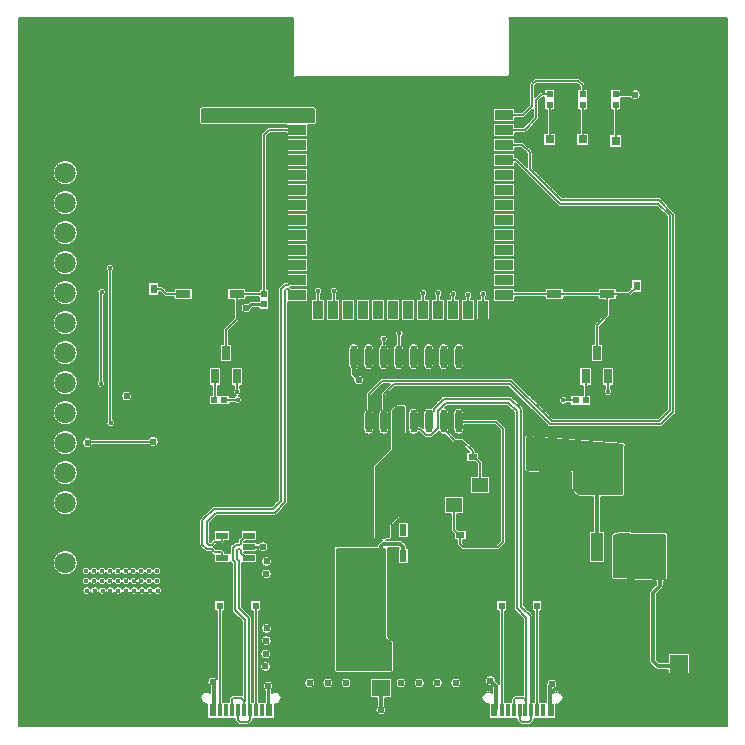
<source format=gtl>
G04*
G04 #@! TF.GenerationSoftware,Altium Limited,Altium Designer,25.0.2 (28)*
G04*
G04 Layer_Physical_Order=1*
G04 Layer_Color=255*
%FSLAX25Y25*%
%MOIN*%
G70*
G04*
G04 #@! TF.SameCoordinates,2A04F1A2-3F02-4B23-887A-497E0413F5F6*
G04*
G04*
G04 #@! TF.FilePolarity,Positive*
G04*
G01*
G75*
%ADD10C,0.01000*%
%ADD11C,0.00600*%
%ADD16R,0.05118X0.02756*%
%ADD17R,0.03858X0.09213*%
%ADD18R,0.03150X0.03150*%
%ADD19R,0.05512X0.04724*%
%ADD20O,0.02370X0.07760*%
%ADD21R,0.05906X0.03543*%
%ADD22R,0.14173X0.09213*%
%ADD23R,0.02362X0.03937*%
%ADD24R,0.04221X0.02095*%
%ADD25R,0.02756X0.04921*%
%ADD26R,0.03543X0.05906*%
%ADD27R,0.03543X0.03543*%
%ADD53C,0.00500*%
%ADD54R,0.01181X0.04331*%
%ADD55R,0.02165X0.04331*%
%ADD56R,0.03111X0.02126*%
%ADD57R,0.02126X0.02227*%
%ADD58R,0.02126X0.03111*%
%ADD59R,0.05906X0.05256*%
%ADD60R,0.02227X0.02126*%
%ADD61C,0.01200*%
%ADD62C,0.00623*%
%ADD63O,0.04331X0.07874*%
%ADD64O,0.04724X0.07087*%
%ADD65C,0.07087*%
%ADD66R,0.05906X0.05906*%
%ADD67C,0.05906*%
%ADD68C,0.02400*%
%ADD69C,0.01600*%
D10*
X77475Y140696D02*
X81800D01*
X75900Y139500D02*
X76279D01*
X77475Y140696D01*
X76824Y59900D02*
X81500D01*
X83200Y5802D02*
X83602Y5399D01*
X83200Y5802D02*
Y13500D01*
X72100Y68400D02*
X72200Y68300D01*
Y63261D02*
Y68300D01*
X68839Y59900D02*
X72200Y63261D01*
X91181Y6938D02*
Y7564D01*
X89643Y5399D02*
X91181Y6938D01*
X67776Y59900D02*
X68839D01*
D11*
X145200Y65434D02*
X146718Y63916D01*
X145200Y65434D02*
Y73936D01*
X153868Y84252D02*
Y87906D01*
X151838Y89937D02*
X153868Y87906D01*
X153862Y80629D02*
Y84246D01*
X153868Y84252D01*
X199000Y195148D02*
Y207296D01*
X199000Y195148D02*
X199000Y195148D01*
X146718Y63916D02*
X147211D01*
Y60689D02*
Y63916D01*
Y60689D02*
X148200Y59700D01*
X159700D02*
X161500Y61500D01*
X148200Y59700D02*
X159700D01*
X161500Y61500D02*
Y99200D01*
X159200Y101500D02*
X161500Y99200D01*
X146930Y101500D02*
X159200D01*
X146700Y101730D02*
X146930Y101500D01*
X151346Y89937D02*
X151838D01*
X145437Y95298D02*
X147948D01*
X151346Y89937D02*
Y91900D01*
X141700Y99035D02*
Y101730D01*
Y99035D02*
X145437Y95298D01*
X147948D02*
X151346Y91900D01*
X163700Y114200D02*
X177200Y100700D01*
X121700Y110800D02*
X125100Y114200D01*
X163700D01*
X161843Y193882D02*
X167918D01*
X170400Y185800D02*
Y191400D01*
X167918Y193882D02*
X170400Y191400D01*
Y185800D02*
X180700Y175500D01*
X213414D01*
X218300Y170614D01*
Y104900D02*
Y170614D01*
X214100Y100700D02*
X218300Y104900D01*
X177200Y100700D02*
X214100D01*
X121700Y101730D02*
Y110800D01*
X164314Y115200D02*
X177714Y101800D01*
X116700Y110700D02*
X121200Y115200D01*
X164314D01*
X213400Y101800D02*
X217000Y105400D01*
X177714Y101800D02*
X213400D01*
X180400Y174200D02*
X213300D01*
X165718Y188882D02*
X180400Y174200D01*
X161843Y188882D02*
X165718D01*
X213300Y174200D02*
X217000Y170500D01*
Y105400D02*
Y170500D01*
X116700Y101730D02*
Y110700D01*
X181600Y108700D02*
X185696D01*
X121700Y123270D02*
Y129300D01*
X72860Y111640D02*
Y116663D01*
Y111640D02*
X72900Y111600D01*
X161109Y5399D02*
Y40187D01*
X161000Y40296D02*
X161109Y40187D01*
X172921Y5399D02*
Y22768D01*
X172900Y22789D02*
X172921Y22768D01*
X172900Y22789D02*
Y40300D01*
X79000Y40296D02*
X79074Y40222D01*
Y5399D02*
Y40222D01*
X67000Y40296D02*
X67263Y40033D01*
Y5399D02*
Y40033D01*
X189003Y108801D02*
Y116663D01*
Y108801D02*
X189104Y108700D01*
X65196Y108900D02*
X65380Y109084D01*
Y116663D01*
X177000Y195700D02*
Y207296D01*
X188000Y195700D02*
Y207296D01*
X54789Y144100D02*
X54953Y144264D01*
X49300Y144100D02*
X54789D01*
X45000Y145854D02*
X47546D01*
X49300Y144100D01*
X149894Y143894D02*
X149900Y143900D01*
X149894Y138843D02*
Y143894D01*
X144894Y144094D02*
X144900Y144100D01*
X144894Y138843D02*
Y144094D01*
X44775Y94775D02*
X44950Y94950D01*
X23175Y94775D02*
X44775D01*
X23000Y94600D02*
X23175Y94775D01*
X105100Y139049D02*
Y145200D01*
X104894Y138843D02*
X105100Y139049D01*
X154894Y144194D02*
X154900Y144200D01*
X154894Y138961D02*
Y144194D01*
X30550Y101350D02*
Y152650D01*
Y101350D02*
X30700Y101200D01*
X30400Y152800D02*
X30550Y152650D01*
X139894Y144394D02*
X139900Y144400D01*
X139894Y138843D02*
Y144394D01*
X134894D02*
X134900Y144400D01*
X134894Y138843D02*
Y144394D01*
X27600Y144800D02*
X27700Y144900D01*
X27600Y114400D02*
Y144800D01*
X27500Y114300D02*
X27600Y114400D01*
X99894Y145294D02*
X99900Y145300D01*
X99894Y138843D02*
Y145294D01*
X174404Y210704D02*
X177000D01*
X172500Y208800D02*
X174404Y210704D01*
X168682Y198882D02*
X172500Y202700D01*
Y208800D01*
X161843Y198882D02*
X168682D01*
X186600Y215200D02*
X188000Y213800D01*
X171200Y214000D02*
X172400Y215200D01*
X186600D01*
X188000Y210704D02*
Y213800D01*
X171200Y206900D02*
Y214000D01*
X168182Y203882D02*
X171200Y206900D01*
X161843Y203882D02*
X168182D01*
X206000Y146362D02*
Y146854D01*
X205237Y145599D02*
X206000Y146362D01*
X204745Y145599D02*
X205237D01*
X196329Y144300D02*
X203446D01*
X204745Y145599D01*
X196293Y144264D02*
X196329Y144300D01*
X196293Y137093D02*
Y144264D01*
X178576D02*
X196293D01*
X162225D02*
X178576D01*
X161843Y143882D02*
X162225Y144264D01*
X192900Y133700D02*
X196293Y137093D01*
X192743Y124537D02*
X192900Y124694D01*
Y133700D01*
X72669Y135769D02*
Y144264D01*
X69120Y124537D02*
Y132220D01*
X72669Y135769D01*
X83582Y198882D02*
X92945D01*
X81800Y197100D02*
X83582Y198882D01*
X81800Y144104D02*
Y197100D01*
X72669Y144264D02*
X72829Y144104D01*
X81800D01*
X126800Y123370D02*
Y130900D01*
X126900Y131000D01*
X126700Y123270D02*
X126800Y123370D01*
X196483Y111617D02*
Y116663D01*
Y111617D02*
X196500Y111600D01*
X68604Y108900D02*
X73000D01*
D16*
X178576Y152729D02*
D03*
X196293D02*
D03*
X178576Y144264D02*
D03*
X196293D02*
D03*
X54953D02*
D03*
X72669Y152729D02*
D03*
X54953D02*
D03*
X72669Y144264D02*
D03*
D17*
X201955Y59801D02*
D03*
X192900D02*
D03*
X183845D02*
D03*
D18*
X199000Y195148D02*
D03*
X177000Y195700D02*
D03*
X188000D02*
D03*
X199001Y188853D02*
D03*
X188000Y189000D02*
D03*
X177000D02*
D03*
D19*
X145200Y73936D02*
D03*
X153862Y80629D02*
D03*
X145200D02*
D03*
X153862Y73936D02*
D03*
D20*
X146700Y101730D02*
D03*
X141700D02*
D03*
X126700D02*
D03*
X121700D02*
D03*
X116700D02*
D03*
X121700Y123270D02*
D03*
X111700Y101730D02*
D03*
X126700Y123270D02*
D03*
X131700Y101730D02*
D03*
X136700D02*
D03*
X111700Y123270D02*
D03*
X116700D02*
D03*
X131700D02*
D03*
X136700D02*
D03*
X141700D02*
D03*
X146700D02*
D03*
D21*
X92945Y203882D02*
D03*
Y143882D02*
D03*
Y148882D02*
D03*
X161843Y193882D02*
D03*
Y188882D02*
D03*
Y183882D02*
D03*
Y178882D02*
D03*
Y173882D02*
D03*
Y168882D02*
D03*
Y163882D02*
D03*
X92945Y158882D02*
D03*
Y163882D02*
D03*
Y168882D02*
D03*
Y173882D02*
D03*
Y153882D02*
D03*
Y178882D02*
D03*
Y183882D02*
D03*
Y188882D02*
D03*
Y193882D02*
D03*
X161843Y198882D02*
D03*
Y203882D02*
D03*
Y143882D02*
D03*
Y208882D02*
D03*
X92945D02*
D03*
Y198882D02*
D03*
X161843Y158882D02*
D03*
Y153882D02*
D03*
Y148882D02*
D03*
D22*
X192900Y82399D02*
D03*
D23*
X120800Y65400D02*
D03*
X124540Y56738D02*
D03*
X128280D02*
D03*
X120801D02*
D03*
X128281Y65400D02*
D03*
D24*
X76824Y59900D02*
D03*
X67776Y63640D02*
D03*
Y56160D02*
D03*
X76824Y63640D02*
D03*
Y56160D02*
D03*
X67776Y59900D02*
D03*
D25*
X72860Y116663D02*
D03*
X189003D02*
D03*
X65380D02*
D03*
X192743Y124537D02*
D03*
X69120D02*
D03*
X196483Y116663D02*
D03*
D26*
X149894Y138843D02*
D03*
X144894D02*
D03*
X104894D02*
D03*
X154894Y138961D02*
D03*
X139894Y138843D02*
D03*
X134894D02*
D03*
X129894D02*
D03*
X124894D02*
D03*
X119894D02*
D03*
X114894D02*
D03*
X109894D02*
D03*
X99894D02*
D03*
D27*
X127000Y184000D02*
D03*
X121488Y178488D02*
D03*
Y184000D02*
D03*
X127000Y178488D02*
D03*
Y172976D02*
D03*
X121488D02*
D03*
X115976Y184000D02*
D03*
Y178488D02*
D03*
Y172976D02*
D03*
D53*
X207450Y210600D02*
G03*
X204339Y211954I-1850J0D01*
G01*
X204148Y209454D02*
G03*
X207450Y210600I1452J1146D01*
G01*
X214087Y176170D02*
G03*
X213414Y176450I-673J-670D01*
G01*
X214086Y176172D02*
G03*
X213414Y176450I-672J-672D01*
G01*
X219250Y170614D02*
G03*
X218972Y171286I-950J0D01*
G01*
X219250Y170614D02*
G03*
X218970Y171287I-950J0D01*
G01*
X188950Y213800D02*
G03*
X188670Y214473I-950J0D01*
G01*
X188950Y213800D02*
G03*
X188672Y214472I-950J0D01*
G01*
X203446Y143350D02*
G03*
X204118Y143628I0J950D01*
G01*
X203446Y143350D02*
G03*
X204119Y143630I0J950D01*
G01*
X218970Y104227D02*
G03*
X219250Y104900I-670J673D01*
G01*
X218972Y104228D02*
G03*
X219250Y104900I-672J672D01*
G01*
X197950Y111600D02*
G03*
X197433Y112710I-1450J0D01*
G01*
X196965Y136421D02*
G03*
X197243Y137093I-672J672D01*
G01*
X196963Y136420D02*
G03*
X197243Y137093I-670J673D01*
G01*
X192228Y134372D02*
G03*
X191950Y133700I672J-672D01*
G01*
X192230Y134373D02*
G03*
X191950Y133700I670J-673D01*
G01*
X195533Y112680D02*
G03*
X197950Y111600I967J-1080D01*
G01*
X187273Y215870D02*
G03*
X186600Y216150I-673J-670D01*
G01*
X187272Y215872D02*
G03*
X186600Y216150I-672J-672D01*
G01*
X174404Y211654D02*
G03*
X173731Y211374I0J-950D01*
G01*
X174404Y211654D02*
G03*
X173732Y211376I0J-950D01*
G01*
X172400Y216150D02*
G03*
X171728Y215872I0J-950D01*
G01*
X172400Y216150D02*
G03*
X171727Y215870I0J-950D01*
G01*
X170530Y214673D02*
G03*
X170250Y214000I670J-673D01*
G01*
X170528Y214672D02*
G03*
X170250Y214000I672J-672D01*
G01*
X168182Y202932D02*
G03*
X168855Y203212I0J950D01*
G01*
X179728Y173528D02*
G03*
X180400Y173250I672J672D01*
G01*
X179727Y173530D02*
G03*
X180400Y173250I673J670D01*
G01*
X173170Y202027D02*
G03*
X173450Y202700I-670J673D01*
G01*
X173172Y202028D02*
G03*
X173450Y202700I-672J672D01*
G01*
X171350Y191400D02*
G03*
X171070Y192073I-950J0D01*
G01*
X168682Y197932D02*
G03*
X169355Y198212I0J950D01*
G01*
X168182Y202932D02*
G03*
X168854Y203210I0J950D01*
G01*
X168682Y197932D02*
G03*
X169354Y198210I0J950D01*
G01*
X168590Y194554D02*
G03*
X167918Y194832I-672J-672D01*
G01*
X168591Y194552D02*
G03*
X167918Y194832I-673J-670D01*
G01*
X171350Y191400D02*
G03*
X171072Y192072I-950J0D01*
G01*
X166391Y189552D02*
G03*
X165718Y189832I-673J-670D01*
G01*
X166390Y189554D02*
G03*
X165718Y189832I-672J-672D01*
G01*
X156328Y144264D02*
G03*
X153944Y143155I-1450J0D01*
G01*
X155844Y143182D02*
G03*
X156328Y144264I-966J1082D01*
G01*
X151350Y143900D02*
G03*
X148944Y142810I-1450J0D01*
G01*
X145844Y142999D02*
G03*
X146350Y144100I-944J1101D01*
G01*
D02*
G03*
X143944Y143010I-1450J0D01*
G01*
X140844Y143299D02*
G03*
X141344Y144394I-950J1095D01*
G01*
D02*
G03*
X138944Y143299I-1450J0D01*
G01*
X136350Y144400D02*
G03*
X133944Y143310I-1450J0D01*
G01*
X135844Y143299D02*
G03*
X136350Y144400I-944J1101D01*
G01*
X150844Y142799D02*
G03*
X151350Y143900I-944J1101D01*
G01*
X148535Y125965D02*
G03*
X144865Y125965I-1835J0D01*
G01*
Y120575D02*
G03*
X148535Y120575I1835J0D01*
G01*
X164986Y115872D02*
G03*
X164314Y116150I-672J-672D01*
G01*
X164987Y115870D02*
G03*
X164314Y116150I-673J-670D01*
G01*
X143535Y125965D02*
G03*
X139865Y125965I-1835J0D01*
G01*
Y120575D02*
G03*
X143535Y120575I1835J0D01*
G01*
X182695Y109650D02*
G03*
X182695Y107750I-1095J-950D01*
G01*
X168385Y105689D02*
G03*
X168101Y106371I-962J0D01*
G01*
X168385Y105689D02*
G03*
X168103Y106369I-962J0D01*
G01*
X164471Y110001D02*
G03*
X163789Y110284I-682J-678D01*
G01*
X164469Y110003D02*
G03*
X163789Y110284I-680J-680D01*
G01*
X148535Y104425D02*
G03*
X144865Y104425I-1835J0D01*
G01*
X141904Y110284D02*
G03*
X141224Y110003I0J-962D01*
G01*
X141904Y110284D02*
G03*
X141222Y110001I0J-962D01*
G01*
X143535Y104425D02*
G03*
X142155Y106202I-1835J0D01*
G01*
X137701Y106480D02*
G03*
X137465Y106093I680J-680D01*
G01*
X159873Y102170D02*
G03*
X159200Y102450I-673J-670D01*
G01*
X159872Y102172D02*
G03*
X159200Y102450I-672J-672D01*
G01*
X138535Y125965D02*
G03*
X134865Y125965I-1835J0D01*
G01*
X133535D02*
G03*
X129865Y125965I-1835J0D01*
G01*
X128350Y131000D02*
G03*
X125850Y130000I-1450J0D01*
G01*
X127750Y129825D02*
G03*
X128350Y131000I-850J1175D01*
G01*
X125850Y127591D02*
G03*
X124865Y125965I850J-1626D01*
G01*
X128535D02*
G03*
X127750Y127470I-1835J0D01*
G01*
X123535Y125965D02*
G03*
X122650Y127535I-1835J0D01*
G01*
Y128205D02*
G03*
X123150Y129300I-950J1095D01*
G01*
X134865Y120575D02*
G03*
X138535Y120575I1835J0D01*
G01*
X129865D02*
G03*
X133535Y120575I1835J0D01*
G01*
X137703Y106482D02*
G03*
X137465Y106093I678J-682D01*
G01*
D02*
G03*
X134865Y104425I-765J-1668D01*
G01*
X133535D02*
G03*
X129865Y104425I-1835J0D01*
G01*
X124865Y120575D02*
G03*
X128535Y120575I1835J0D01*
G01*
X126866Y107400D02*
G03*
X125664Y107336I-566J-700D01*
G01*
X129400Y106500D02*
G03*
X128500Y107400I-900J0D01*
G01*
X129400Y106500D02*
G03*
X128500Y107400I-900J0D01*
G01*
X124164Y105836D02*
G03*
X123900Y105200I636J-636D01*
G01*
X124164Y105836D02*
G03*
X123900Y105200I636J-636D01*
G01*
X123535Y104425D02*
G03*
X122650Y105995I-1835J0D01*
G01*
X214100Y99750D02*
G03*
X214773Y100030I0J950D01*
G01*
X214100Y99750D02*
G03*
X214772Y100028I0J950D01*
G01*
X202236Y93264D02*
G03*
X202500Y93900I-636J636D01*
G01*
X202236Y93264D02*
G03*
X202500Y93900I-636J636D01*
G01*
D02*
G03*
X201670Y94797I-900J0D01*
G01*
X202500Y93900D02*
G03*
X201668Y94797I-900J0D01*
G01*
X201300Y76600D02*
G03*
X202200Y77500I0J900D01*
G01*
X201300Y76600D02*
G03*
X202200Y77500I0J900D01*
G01*
X216500Y63900D02*
G03*
X215600Y64800I-900J0D01*
G01*
X216500Y63900D02*
G03*
X215600Y64800I-900J0D01*
G01*
X198700D02*
G03*
X197971Y64429I0J-900D01*
G01*
D02*
G03*
X197600Y63700I528J-728D01*
G01*
X216184Y48716D02*
G03*
X216500Y49400I-584J684D01*
G01*
X215474Y48400D02*
G03*
X216184Y48716I27J900D01*
G01*
X214684Y46016D02*
G03*
X215050Y46900I-884J884D01*
G01*
X214681Y46014D02*
G03*
X215050Y46900I-881J886D01*
G01*
X197600Y49800D02*
G03*
X198475Y48900I900J0D01*
G01*
X197600Y49800D02*
G03*
X198474Y48900I900J0D01*
G01*
X210619Y45486D02*
G03*
X210250Y44600I881J-886D01*
G01*
X210616Y45484D02*
G03*
X210250Y44600I884J-884D01*
G01*
X176528Y100028D02*
G03*
X177200Y99750I672J672D01*
G01*
X176527Y100030D02*
G03*
X177200Y99750I673J670D01*
G01*
X169572Y97297D02*
G03*
X168600Y96400I-72J-897D01*
G01*
X169570Y97297D02*
G03*
X168600Y96400I-70J-897D01*
G01*
Y85700D02*
G03*
X169370Y84809I900J0D01*
G01*
Y84809D02*
G03*
X169800Y84700I430J790D01*
G01*
X184200Y79300D02*
G03*
X184464Y78664I900J0D01*
G01*
X184200Y79300D02*
G03*
X184464Y78664I900J0D01*
G01*
X186264Y76864D02*
G03*
X186900Y76600I636J636D01*
G01*
X186264Y76864D02*
G03*
X186900Y76600I636J636D01*
G01*
X210250Y21700D02*
G03*
X210619Y20814I1250J0D01*
G01*
X210250Y21700D02*
G03*
X210616Y20816I1250J0D01*
G01*
X212158Y19274D02*
G03*
X213042Y18908I884J884D01*
G01*
X212155Y19277D02*
G03*
X213042Y18908I886J881D01*
G01*
X178250Y12405D02*
G03*
X179650Y14200I-450J1795D01*
G01*
D02*
G03*
X175954Y14084I-1850J0D01*
G01*
Y14084D02*
G03*
X175750Y13399I1046J-685D01*
G01*
X175954Y14084D02*
G03*
X175750Y13399I1046J-685D01*
G01*
X171642Y36732D02*
G03*
X171360Y37412I-962J0D01*
G01*
X171642Y36732D02*
G03*
X171358Y37414I-962J0D01*
G01*
X171615Y1620D02*
G03*
X171896Y2300I-680J680D01*
G01*
X171613Y1618D02*
G03*
X171896Y2300I-678J682D01*
G01*
X170135Y538D02*
G03*
X170815Y820I0J962D01*
G01*
X170135Y538D02*
G03*
X170817Y822I0J962D01*
G01*
X162450Y99200D02*
G03*
X162170Y99873I-950J0D01*
G01*
X162450Y99200D02*
G03*
X162172Y99872I-950J0D01*
G01*
X152296Y91900D02*
G03*
X152016Y92573I-950J0D01*
G01*
X152296Y91900D02*
G03*
X152018Y92571I-950J0D01*
G01*
X154818Y87906D02*
G03*
X154539Y88579I-950J0D01*
G01*
X154818Y87906D02*
G03*
X154540Y88578I-950J0D01*
G01*
X144865Y99035D02*
G03*
X148535Y99035I1835J0D01*
G01*
X148619Y95970D02*
G03*
X147948Y96248I-672J-672D01*
G01*
X143482Y98597D02*
G03*
X143535Y99035I-1782J438D01*
G01*
X148621Y95968D02*
G03*
X147948Y96248I-673J-670D01*
G01*
X144765Y94626D02*
G03*
X145437Y94348I672J672D01*
G01*
X144764Y94628D02*
G03*
X145437Y94348I673J670D01*
G01*
X134499Y99780D02*
G03*
X133820Y100061I-680J-680D01*
G01*
X134502Y99778D02*
G03*
X133820Y100061I-682J-678D01*
G01*
X129865Y99035D02*
G03*
X133301Y98138I1835J0D01*
G01*
X140015Y98308D02*
G03*
X142138Y97253I1685J727D01*
G01*
X137486Y96177D02*
G03*
X138168Y96461I0J962D01*
G01*
X137486Y96177D02*
G03*
X138165Y96459I0J962D01*
G01*
X135101D02*
G03*
X135781Y96177I680J680D01*
G01*
X135099Y96461D02*
G03*
X135781Y96177I682J678D01*
G01*
X129600Y97700D02*
G03*
X129400Y98266I-900J0D01*
G01*
X129336Y71664D02*
G03*
X129600Y72300I-636J636D01*
G01*
X129336Y71664D02*
G03*
X129600Y72300I-636J636D01*
G01*
X162172Y60828D02*
G03*
X162450Y61500I-672J672D01*
G01*
X165039Y39400D02*
G03*
X165322Y38718I962J0D01*
G01*
X165039Y39400D02*
G03*
X165320Y38720I962J0D01*
G01*
X144250Y65434D02*
G03*
X144530Y64761I950J0D01*
G01*
X144250Y65434D02*
G03*
X144528Y64762I950J0D01*
G01*
X162170Y60827D02*
G03*
X162450Y61500I-670J673D01*
G01*
X159700Y58750D02*
G03*
X160373Y59030I0J950D01*
G01*
X159700Y58750D02*
G03*
X160372Y59028I0J950D01*
G01*
X146261Y60689D02*
G03*
X146540Y60016I950J0D01*
G01*
X146261Y60689D02*
G03*
X146539Y60018I950J0D01*
G01*
X147528Y59028D02*
G03*
X148200Y58750I672J672D01*
G01*
X147527Y59030D02*
G03*
X148200Y58750I673J670D01*
G01*
X165600Y10362D02*
G03*
X164920Y10080I0J-962D01*
G01*
X165600Y10362D02*
G03*
X164918Y10078I0J-962D01*
G01*
X160160Y14067D02*
G03*
X159884Y14484I-1159J-467D01*
G01*
X160160Y14067D02*
G03*
X159881Y14486I-1159J-467D01*
G01*
X164368Y9527D02*
G03*
X164086Y8847I680J-680D01*
G01*
X164370Y9529D02*
G03*
X164086Y8847I678J-682D01*
G01*
X167118Y822D02*
G03*
X167800Y538I682J678D01*
G01*
X167120Y820D02*
G03*
X167800Y538I680J680D01*
G01*
X166054Y2285D02*
G03*
X166336Y1605I962J0D01*
G01*
X166054Y2285D02*
G03*
X166338Y1602I962J0D01*
G01*
X159150Y15300D02*
G03*
X157380Y13452I-1850J0D01*
G01*
X147575Y14500D02*
G03*
X147575Y14500I-1850J0D01*
G01*
X141488D02*
G03*
X141488Y14500I-1850J0D01*
G01*
X135400D02*
G03*
X135400Y14500I-1850J0D01*
G01*
X128186Y61681D02*
G03*
X127300Y62050I-886J-881D01*
G01*
X128184Y61684D02*
G03*
X127300Y62050I-884J-884D01*
G01*
X123500Y62200D02*
G03*
X124400Y63100I0J900D01*
G01*
X123500Y62200D02*
G03*
X124400Y63100I0J900D01*
G01*
X122496Y62050D02*
G03*
X122766Y62200I-296J850D01*
G01*
X122496Y62050D02*
G03*
X122766Y62200I-296J850D01*
G01*
X122496Y62050D02*
G03*
X122766Y62200I-296J850D01*
G01*
X129530Y59820D02*
G03*
X129164Y60704I-1250J0D01*
G01*
X129530Y59820D02*
G03*
X129161Y60706I-1250J0D01*
G01*
X129313Y14500D02*
G03*
X129313Y14500I-1850J0D01*
G01*
X124200Y17950D02*
G03*
X125100Y18850I0J900D01*
G01*
X124200Y17950D02*
G03*
X125100Y18850I0J900D01*
G01*
Y28050D02*
G03*
X124276Y28947I-900J0D01*
G01*
X99400Y205800D02*
G03*
X98500Y206700I-900J0D01*
G01*
X99400Y205800D02*
G03*
X98500Y206700I-900J0D01*
G01*
Y200500D02*
G03*
X99400Y201400I0J900D01*
G01*
X98500Y200500D02*
G03*
X99400Y201400I0J900D01*
G01*
X83582Y199832D02*
G03*
X82910Y199554I0J-950D01*
G01*
X83582Y199832D02*
G03*
X82909Y199552I0J-950D01*
G01*
X123150Y129300D02*
G03*
X120750Y128205I-1450J0D01*
G01*
X106050Y144105D02*
G03*
X106550Y145200I-950J1095D01*
G01*
D02*
G03*
X104150Y144105I-1450J0D01*
G01*
X100844Y144199D02*
G03*
X101350Y145300I-944J1101D01*
G01*
D02*
G03*
X98944Y144210I-1450J0D01*
G01*
X120750Y127535D02*
G03*
X119865Y125965I950J-1570D01*
G01*
Y120575D02*
G03*
X123535Y120575I1835J0D01*
G01*
X121200Y116150D02*
G03*
X120528Y115872I0J-950D01*
G01*
X121200Y116150D02*
G03*
X120527Y115870I0J-950D01*
G01*
X121030Y111473D02*
G03*
X120750Y110800I670J-673D01*
G01*
X121028Y111472D02*
G03*
X120750Y110800I672J-672D01*
G01*
X118535Y125965D02*
G03*
X114865Y125965I-1835J0D01*
G01*
Y120575D02*
G03*
X118535Y120575I1835J0D01*
G01*
X113535Y125965D02*
G03*
X109865Y125965I-1835J0D01*
G01*
X112950Y119232D02*
G03*
X113535Y120575I-1250J1343D01*
G01*
X109865D02*
G03*
X110450Y119232I1835J0D01*
G01*
X115250Y115400D02*
G03*
X113661Y117232I-1850J0D01*
G01*
X116028Y111372D02*
G03*
X115750Y110700I672J-672D01*
G01*
X110450Y117425D02*
G03*
X110819Y116538I1250J0D01*
G01*
X110450Y117425D02*
G03*
X110816Y116541I1250J0D01*
G01*
X111587Y115770D02*
G03*
X115250Y115400I1813J-370D01*
G01*
X88691Y148055D02*
G03*
X88011Y147773I0J-962D01*
G01*
X88691Y148055D02*
G03*
X88009Y147771I0J-962D01*
G01*
X86813Y146575D02*
G03*
X86531Y145895I680J-680D01*
G01*
X86815Y146577D02*
G03*
X86531Y145895I678J-682D01*
G01*
X81130Y197773D02*
G03*
X80850Y197100I670J-673D01*
G01*
X81128Y197772D02*
G03*
X80850Y197100I672J-672D01*
G01*
X60200Y201400D02*
G03*
X61100Y200500I900J0D01*
G01*
X60200Y201400D02*
G03*
X61100Y200500I900J0D01*
G01*
Y206700D02*
G03*
X60200Y205800I0J-900D01*
G01*
X61100Y206700D02*
G03*
X60200Y205800I0J-900D01*
G01*
X31500Y151855D02*
G03*
X31850Y152800I-1100J945D01*
G01*
D02*
G03*
X29600Y151591I-1450J0D01*
G01*
X48627Y143430D02*
G03*
X49300Y143150I673J670D01*
G01*
X48628Y143428D02*
G03*
X49300Y143150I672J672D01*
G01*
X48218Y146526D02*
G03*
X47546Y146804I-672J-672D01*
G01*
X48219Y146524D02*
G03*
X47546Y146804I-673J-670D01*
G01*
X29150Y144900D02*
G03*
X26650Y143900I-1450J0D01*
G01*
X28550Y143725D02*
G03*
X29150Y144900I-850J1175D01*
G01*
X19793Y184600D02*
G03*
X19793Y184600I-4193J0D01*
G01*
Y174600D02*
G03*
X19793Y174600I-4193J0D01*
G01*
Y164600D02*
G03*
X19793Y164600I-4193J0D01*
G01*
Y154600D02*
G03*
X19793Y154600I-4193J0D01*
G01*
Y144600D02*
G03*
X19793Y144600I-4193J0D01*
G01*
X77475Y141846D02*
G03*
X76662Y141509I0J-1150D01*
G01*
X77475Y141846D02*
G03*
X76660Y141507I0J-1150D01*
G01*
X76426Y141274D02*
G03*
X77743Y139338I-526J-1774D01*
G01*
X73340Y135096D02*
G03*
X73619Y135769I-670J673D01*
G01*
X73341Y135098D02*
G03*
X73619Y135769I-672J672D01*
G01*
X68448Y132891D02*
G03*
X68170Y132220I672J-672D01*
G01*
X68449Y132893D02*
G03*
X68170Y132220I670J-673D01*
G01*
X74350Y111600D02*
G03*
X73810Y112729I-1450J0D01*
G01*
X28950Y114300D02*
G03*
X28550Y115300I-1450J0D01*
G01*
X19793Y134600D02*
G03*
X19793Y134600I-4193J0D01*
G01*
X26650Y115475D02*
G03*
X28950Y114300I850J-1175D01*
G01*
X19793Y124600D02*
G03*
X19793Y124600I-4193J0D01*
G01*
X120750Y105995D02*
G03*
X119865Y104425I950J-1570D01*
G01*
Y99035D02*
G03*
X123535Y99035I1835J0D01*
G01*
X116030Y111373D02*
G03*
X115750Y110700I670J-673D01*
G01*
X118535Y104425D02*
G03*
X117650Y105995I-1835J0D01*
G01*
X115750D02*
G03*
X114865Y104425I950J-1570D01*
G01*
Y99035D02*
G03*
X118535Y99035I1835J0D01*
G01*
X118464Y87136D02*
G03*
X118200Y86500I636J-636D01*
G01*
X118464Y87136D02*
G03*
X118200Y86500I636J-636D01*
G01*
X118464Y87136D02*
G03*
X118200Y86500I636J-636D01*
G01*
X118464Y87136D02*
G03*
X118200Y86500I636J-636D01*
G01*
X118571Y62371D02*
G03*
X119300Y62000I728J528D01*
G01*
X118200Y63100D02*
G03*
X118571Y62371I900J0D01*
G01*
X121154Y62000D02*
G03*
X120620Y61684I350J-1200D01*
G01*
X121154Y62000D02*
G03*
X120618Y61681I350J-1200D01*
G01*
X119917Y60981D02*
G03*
X119555Y60200I884J-884D01*
G01*
X119920Y60983D02*
G03*
X119555Y60200I881J-886D01*
G01*
X89596Y74023D02*
G03*
X89877Y74703I-680J680D01*
G01*
X89594Y74021D02*
G03*
X89877Y74703I-678J682D01*
G01*
X85396Y70222D02*
G03*
X86078Y70505I0J962D01*
G01*
X85396Y70222D02*
G03*
X86076Y70503I0J962D01*
G01*
X106000Y60200D02*
G03*
X105100Y59300I0J-900D01*
G01*
X106000Y60200D02*
G03*
X105100Y59300I0J-900D01*
G01*
X74450Y108900D02*
G03*
X73476Y110269I-1450J0D01*
G01*
X71904Y107950D02*
G03*
X74450Y108900I1095J950D01*
G01*
X83350Y59900D02*
G03*
X80051Y61050I-1850J0D01*
G01*
Y58750D02*
G03*
X83350Y59900I1449J1150D01*
G01*
X84550Y55000D02*
G03*
X84550Y55000I-1850J0D01*
G01*
X84450Y50900D02*
G03*
X84450Y50900I-1850J0D01*
G01*
X105100Y18850D02*
G03*
X106000Y17950I900J0D01*
G01*
X105100Y18850D02*
G03*
X106000Y17950I900J0D01*
G01*
X84550Y32700D02*
G03*
X84550Y32700I-1850J0D01*
G01*
X84450Y28600D02*
G03*
X84450Y28600I-1850J0D01*
G01*
X84250Y24100D02*
G03*
X84250Y24100I-1850J0D01*
G01*
X84150Y20000D02*
G03*
X84150Y20000I-1850J0D01*
G01*
X111050Y14500D02*
G03*
X111050Y14500I-1850J0D01*
G01*
X122650Y5500D02*
G03*
X122050Y6864I-1850J0D01*
G01*
X119550D02*
G03*
X122650Y5500I1250J-1364D01*
G01*
X104963Y14500D02*
G03*
X104963Y14500I-1850J0D01*
G01*
X98875D02*
G03*
X98875Y14500I-1850J0D01*
G01*
X84350Y12051D02*
G03*
X85050Y13500I-1150J1449D01*
G01*
D02*
G03*
X82050Y12051I-1850J0D01*
G01*
X77795Y36089D02*
G03*
X77513Y36769I-962J0D01*
G01*
X77795Y36089D02*
G03*
X77511Y36771I-962J0D01*
G01*
X77786Y1426D02*
G03*
X78067Y2106I-680J680D01*
G01*
X74449Y10496D02*
G03*
X74100Y10561I-349J-896D01*
G01*
X77784Y1424D02*
G03*
X78067Y2106I-678J682D01*
G01*
X76600Y638D02*
G03*
X77282Y922I0J962D01*
G01*
X76600Y638D02*
G03*
X77280Y920I0J962D01*
G01*
X73476Y110269D02*
G03*
X74350Y111600I-576J1331D01*
G01*
X71910Y112659D02*
G03*
X72424Y110231I990J-1059D01*
G01*
D02*
G03*
X71904Y109850I576J-1331D01*
G01*
X65194Y73568D02*
G03*
X64512Y73284I0J-962D01*
G01*
X65194Y73568D02*
G03*
X64514Y73286I0J-962D01*
G01*
X73325Y62563D02*
G03*
X73041Y61881I678J-682D01*
G01*
X73322Y62561D02*
G03*
X73041Y61881I680J-680D01*
G01*
X65016Y62552D02*
G03*
X64689Y62336I355J-893D01*
G01*
X65016Y62552D02*
G03*
X64691Y62339I355J-893D01*
G01*
X37850Y110100D02*
G03*
X37850Y110100I-1850J0D01*
G01*
X43481Y93825D02*
G03*
X46800Y94950I1469J1125D01*
G01*
D02*
G03*
X43270Y95725I-1850J0D01*
G01*
X32150Y101200D02*
G03*
X31500Y102409I-1450J0D01*
G01*
X29600Y102145D02*
G03*
X32150Y101200I1100J-945D01*
G01*
X60603Y69375D02*
G03*
X60322Y68696I680J-680D01*
G01*
X60605Y69378D02*
G03*
X60322Y68696I678J-682D01*
G01*
X24469Y95725D02*
G03*
X24680Y93825I-1469J-1125D01*
G01*
X72532Y61573D02*
G03*
X71852Y61291I0J-962D01*
G01*
X72532Y61573D02*
G03*
X71850Y61289I0J-962D01*
G01*
X68456Y61201D02*
G03*
X68738Y61881I-680J680D01*
G01*
X68454Y61199D02*
G03*
X68738Y61881I-678J682D01*
G01*
X70655Y60095D02*
G03*
X70372Y59413I678J-682D01*
G01*
X70653Y60093D02*
G03*
X70372Y59413I680J-680D01*
G01*
X67554Y60697D02*
G03*
X68233Y60979I0J962D01*
G01*
X67554Y60697D02*
G03*
X68235Y60981I0J962D01*
G01*
X65634Y60297D02*
G03*
X65874Y60697I-680J680D01*
G01*
X65632Y60295D02*
G03*
X65874Y60697I-678J682D01*
G01*
Y59103D02*
G03*
X65634Y59503I-920J-279D01*
G01*
X65874Y59103D02*
G03*
X65632Y59505I-920J-279D01*
G01*
X68235Y58819D02*
G03*
X67554Y59103I-682J-678D01*
G01*
X68738Y57919D02*
G03*
X68454Y58601I-962J0D01*
G01*
X68738Y57919D02*
G03*
X68456Y58599I-962J0D01*
G01*
X68233Y58821D02*
G03*
X67554Y59103I-680J-680D01*
G01*
X64274Y61922D02*
G03*
X64052Y61573I680J-680D01*
G01*
X64276Y61924D02*
G03*
X64052Y61573I678J-682D01*
G01*
X62065Y58511D02*
G03*
X62747Y58227I682J678D01*
G01*
X62067Y58509D02*
G03*
X62747Y58227I680J680D01*
G01*
X64689Y57464D02*
G03*
X65016Y57248I682J678D01*
G01*
X64691Y57461D02*
G03*
X65016Y57248I680J680D01*
G01*
X64052Y58227D02*
G03*
X64274Y57878I903J331D01*
G01*
X64052Y58227D02*
G03*
X64276Y57876I903J331D01*
G01*
X60322Y60653D02*
G03*
X60605Y59971I962J0D01*
G01*
X60322Y60653D02*
G03*
X60603Y59973I962J0D01*
G01*
X26450Y52407D02*
G03*
X23817Y52407I-1317J-607D01*
G01*
X42250D02*
G03*
X39617Y52407I-1317J-607D01*
G01*
X31717D02*
G03*
X29083Y52407I-1317J-607D01*
G01*
X47650Y51800D02*
G03*
X44883Y52407I-1450J0D01*
G01*
X23817D02*
G03*
X23817Y51193I-1317J-607D01*
G01*
X29083Y52407D02*
G03*
X26450Y52407I-1317J-607D01*
G01*
X44883D02*
G03*
X42250Y52407I-1317J-607D01*
G01*
X44883Y51193D02*
G03*
X47650Y51800I1317J607D01*
G01*
X39617Y52407D02*
G03*
X36983Y52407I-1317J-607D01*
G01*
X36983D02*
G03*
X34350Y52407I-1317J-607D01*
G01*
X34350D02*
G03*
X31717Y52407I-1317J-607D01*
G01*
X19793Y114600D02*
G03*
X19793Y114600I-4193J0D01*
G01*
Y104600D02*
G03*
X19793Y104600I-4193J0D01*
G01*
Y94600D02*
G03*
X19793Y94600I-4193J0D01*
G01*
Y84600D02*
G03*
X19793Y84600I-4193J0D01*
G01*
Y74600D02*
G03*
X19793Y74600I-4193J0D01*
G01*
Y54600D02*
G03*
X19793Y54600I-4193J0D01*
G01*
X47683Y48500D02*
G03*
X44917Y49107I-1450J0D01*
G01*
Y47893D02*
G03*
X47683Y48500I1317J607D01*
G01*
X47883Y45300D02*
G03*
X45117Y45907I-1450J0D01*
G01*
X45117D02*
G03*
X42483Y45907I-1317J-607D01*
G01*
X42283Y47893D02*
G03*
X44917Y47893I1317J607D01*
G01*
X45117Y44693D02*
G03*
X47883Y45300I1317J607D01*
G01*
X42483Y44693D02*
G03*
X45117Y44693I1317J607D01*
G01*
X42250Y51193D02*
G03*
X44883Y51193I1317J607D01*
G01*
X39617D02*
G03*
X42250Y51193I1317J607D01*
G01*
X44917Y49107D02*
G03*
X42283Y49107I-1317J-607D01*
G01*
X39650Y47893D02*
G03*
X42283Y47893I1317J607D01*
G01*
Y49107D02*
G03*
X39650Y49107I-1317J-607D01*
G01*
X37017Y47893D02*
G03*
X39650Y47893I1317J607D01*
G01*
X36983Y51193D02*
G03*
X39617Y51193I1317J607D01*
G01*
X34350D02*
G03*
X36983Y51193I1317J607D01*
G01*
X39650Y49107D02*
G03*
X37017Y49107I-1317J-607D01*
G01*
X34383Y47893D02*
G03*
X37017Y47893I1317J607D01*
G01*
Y49107D02*
G03*
X34383Y49107I-1317J-607D01*
G01*
X39850Y44693D02*
G03*
X42483Y44693I1317J607D01*
G01*
Y45907D02*
G03*
X39850Y45907I-1317J-607D01*
G01*
X39850D02*
G03*
X37217Y45907I-1317J-607D01*
G01*
X37217D02*
G03*
X34583Y45907I-1317J-607D01*
G01*
X37217Y44693D02*
G03*
X39850Y44693I1317J607D01*
G01*
X34583D02*
G03*
X37217Y44693I1317J607D01*
G01*
X74449Y10496D02*
G03*
X74100Y10561I-349J-896D01*
G01*
X73020Y920D02*
G03*
X73700Y638I680J680D01*
G01*
X72207Y2131D02*
G03*
X72491Y1449I962J0D01*
G01*
X73018Y922D02*
G03*
X73700Y638I682J678D01*
G01*
X71039Y38910D02*
G03*
X71322Y38229I962J0D01*
G01*
X71039Y38910D02*
G03*
X71320Y38231I962J0D01*
G01*
X71600Y10561D02*
G03*
X70920Y10280I0J-962D01*
G01*
X71600Y10561D02*
G03*
X70918Y10278I0J-962D01*
G01*
X70523Y9883D02*
G03*
X70240Y9201I678J-682D01*
G01*
X70521Y9881D02*
G03*
X70240Y9201I680J-680D01*
G01*
X66313Y15965D02*
G03*
X63903Y13282I-1513J-1065D01*
G01*
X72207Y2131D02*
G03*
X72489Y1451I962J0D01*
G01*
X31717Y51193D02*
G03*
X34350Y51193I1317J607D01*
G01*
X34383Y49107D02*
G03*
X31750Y49107I-1317J-607D01*
G01*
Y47893D02*
G03*
X34383Y47893I1317J607D01*
G01*
X34583Y45907D02*
G03*
X31950Y45907I-1317J-607D01*
G01*
X31950D02*
G03*
X29317Y45907I-1317J-607D01*
G01*
X29083Y51193D02*
G03*
X31717Y51193I1317J607D01*
G01*
X31750Y49107D02*
G03*
X29117Y49107I-1317J-607D01*
G01*
Y47893D02*
G03*
X31750Y47893I1317J607D01*
G01*
X29317Y45907D02*
G03*
X26683Y45907I-1317J-607D01*
G01*
Y44693D02*
G03*
X29317Y44693I1317J607D01*
G01*
X31950D02*
G03*
X34583Y44693I1317J607D01*
G01*
X29317D02*
G03*
X31950Y44693I1317J607D01*
G01*
X26450Y51193D02*
G03*
X29083Y51193I1317J607D01*
G01*
X23817D02*
G03*
X26450Y51193I1317J607D01*
G01*
X29117Y49107D02*
G03*
X26483Y49107I-1317J-607D01*
G01*
X23850Y47893D02*
G03*
X26483Y47893I1317J607D01*
G01*
Y49107D02*
G03*
X23850Y49107I-1317J-607D01*
G01*
X23850D02*
G03*
X23850Y47893I-1317J-607D01*
G01*
X26483D02*
G03*
X29117Y47893I1317J607D01*
G01*
X24050Y44693D02*
G03*
X26683Y44693I1317J607D01*
G01*
Y45907D02*
G03*
X24050Y45907I-1317J-607D01*
G01*
X24050D02*
G03*
X24050Y44693I-1317J-607D01*
G01*
X207350Y211200D02*
X236221D01*
X207156Y211600D02*
X236221D01*
X207439Y210800D02*
X236221D01*
X206027Y212400D02*
X236221D01*
X206809Y212000D02*
X236221D01*
X207156Y209600D02*
X236221D01*
X206809Y209200D02*
X236221D01*
X206027Y208800D02*
X236221D01*
X207439Y210400D02*
X236221D01*
X207350Y210000D02*
X236221D01*
X200713Y207600D02*
X236221D01*
X200713Y208000D02*
X236221D01*
X200713Y207200D02*
X236221D01*
X200713Y208800D02*
X205173D01*
X200713Y212400D02*
X205173D01*
X200713Y208400D02*
X236221D01*
X200713Y205600D02*
X236221D01*
X199950Y205200D02*
X236221D01*
X199950Y204800D02*
X236221D01*
X200713Y206400D02*
X236221D01*
X200713Y206800D02*
X236221D01*
X200713Y206000D02*
X236221D01*
X199950Y198400D02*
X236221D01*
X199950Y198800D02*
X236221D01*
X199950Y198000D02*
X236221D01*
X199950Y199600D02*
X236221D01*
X199950Y200000D02*
X236221D01*
X199950Y199200D02*
X236221D01*
X201224Y196000D02*
X236221D01*
X201224Y196400D02*
X236221D01*
X201224Y195600D02*
X236221D01*
X201224Y197200D02*
X236221D01*
X199950Y197600D02*
X236221D01*
X201224Y196800D02*
X236221D01*
X199950Y202800D02*
X236221D01*
X199950Y203200D02*
X236221D01*
X199950Y202400D02*
X236221D01*
X199950Y204000D02*
X236221D01*
X199950Y204400D02*
X236221D01*
X199950Y203600D02*
X236221D01*
X199950Y200800D02*
X236221D01*
X199950Y201200D02*
X236221D01*
X199950Y200400D02*
X236221D01*
X199950Y202000D02*
X236221D01*
X199950Y201600D02*
X236221D01*
X200713Y211954D02*
X204339D01*
X200713Y212000D02*
X204391D01*
X200713Y209200D02*
X204391D01*
X200713Y211954D02*
Y212468D01*
X197287D02*
X200713D01*
Y209454D02*
X204148D01*
X200713Y209060D02*
Y209454D01*
X197287Y205533D02*
Y208941D01*
X200713Y205533D02*
Y208941D01*
X197287Y209060D02*
Y212468D01*
X189713Y208400D02*
X197287D01*
X189713Y208000D02*
X197287D01*
X189713Y210800D02*
X197287D01*
X189713Y211200D02*
X197287D01*
X189713Y210400D02*
X197287D01*
X189713Y212000D02*
X197287D01*
X189713Y212400D02*
X197287D01*
X189713Y211600D02*
X197287D01*
X189713Y209200D02*
X197287D01*
X189713Y209600D02*
X197287D01*
X189713Y208800D02*
X197287D01*
X189713Y210000D02*
X197287D01*
X189713Y209060D02*
Y212468D01*
Y205533D02*
Y208941D01*
X199950Y205533D02*
X200713D01*
X199950Y197372D02*
Y205533D01*
Y197372D02*
X201224D01*
X198050D02*
Y205533D01*
X197287D02*
X198050D01*
X196775Y197372D02*
X198050D01*
X190225Y195600D02*
X196775D01*
X190225Y196000D02*
X196775D01*
X190225Y195200D02*
X196775D01*
X190225Y196800D02*
X196775D01*
X190225Y197200D02*
X196775D01*
X190225Y196400D02*
X196775D01*
X189713Y206000D02*
X197287D01*
X189713Y206400D02*
X197287D01*
X189713Y205600D02*
X197287D01*
X189713Y207200D02*
X197287D01*
X189713Y207600D02*
X197287D01*
X189713Y206800D02*
X197287D01*
X188950Y200800D02*
X198050D01*
X188950Y201200D02*
X198050D01*
X190225Y197600D02*
X198050D01*
X188950Y202000D02*
X198050D01*
X188950Y201600D02*
X198050D01*
X219250Y161200D02*
X236221D01*
X219250Y161600D02*
X236221D01*
X219250Y160800D02*
X236221D01*
X219250Y162400D02*
X236221D01*
X219250Y162800D02*
X236221D01*
X219250Y162000D02*
X236221D01*
X219250Y158800D02*
X236221D01*
X219250Y159200D02*
X236221D01*
X219250Y158400D02*
X236221D01*
X219250Y160000D02*
X236221D01*
X219250Y160400D02*
X236221D01*
X219250Y159600D02*
X236221D01*
X219250Y166000D02*
X236221D01*
X201224Y193600D02*
X236221D01*
X219250Y165600D02*
X236221D01*
X201224Y194400D02*
X236221D01*
X201224Y194800D02*
X236221D01*
X201224Y194000D02*
X236221D01*
X219250Y163600D02*
X236221D01*
X219250Y164000D02*
X236221D01*
X219250Y163200D02*
X236221D01*
X219250Y164800D02*
X236221D01*
X219250Y165200D02*
X236221D01*
X219250Y164400D02*
X236221D01*
X219250Y152000D02*
X236221D01*
X219250Y152400D02*
X236221D01*
X219250Y151600D02*
X236221D01*
X219250Y153200D02*
X236221D01*
X219250Y153600D02*
X236221D01*
X219250Y152800D02*
X236221D01*
X219250Y149600D02*
X236221D01*
X219250Y150000D02*
X236221D01*
X219250Y149200D02*
X236221D01*
X219250Y150800D02*
X236221D01*
X219250Y151200D02*
X236221D01*
X219250Y150400D02*
X236221D01*
X219250Y156400D02*
X236221D01*
X219250Y156800D02*
X236221D01*
X219250Y156000D02*
X236221D01*
X219250Y157600D02*
X236221D01*
X219250Y158000D02*
X236221D01*
X219250Y157200D02*
X236221D01*
X219250Y154400D02*
X236221D01*
X219250Y154800D02*
X236221D01*
X219250Y154000D02*
X236221D01*
X219250Y155600D02*
X236221D01*
X219250Y155200D02*
X236221D01*
X214658Y175600D02*
X236221D01*
X214258Y176000D02*
X236221D01*
X215058Y175200D02*
X236221D01*
X213718Y176400D02*
X236221D01*
X216658Y173600D02*
X236221D01*
X216258Y174000D02*
X236221D01*
X217058Y173200D02*
X236221D01*
X215458Y174800D02*
X236221D01*
X214087Y176170D02*
X218970Y171287D01*
X215858Y174400D02*
X236221D01*
X201224Y195200D02*
X236221D01*
X190225Y194000D02*
X196775D01*
X190225Y193600D02*
X196775D01*
X190225Y194800D02*
X196775D01*
X190225Y193475D02*
Y197925D01*
Y194400D02*
X196775D01*
X201224Y193200D02*
X236221D01*
X201224Y192923D02*
Y197372D01*
X212907Y173250D02*
X216050Y170106D01*
X196775Y192923D02*
Y197372D01*
Y192923D02*
X201224D01*
X219250Y168800D02*
X236221D01*
X219250Y169200D02*
X236221D01*
X219250Y168400D02*
X236221D01*
X219250Y170000D02*
X236221D01*
X219250Y170400D02*
X236221D01*
X219250Y169600D02*
X236221D01*
X219250Y166800D02*
X236221D01*
X219250Y167200D02*
X236221D01*
X219250Y166400D02*
X236221D01*
X219250Y168000D02*
X236221D01*
X219250Y104900D02*
Y170614D01*
Y167600D02*
X236221D01*
X219048Y171200D02*
X236221D01*
X218658Y171600D02*
X236221D01*
X219232Y170800D02*
X236221D01*
X217858Y172400D02*
X236221D01*
X217458Y172800D02*
X236221D01*
X218258Y172000D02*
X236221D01*
X216050Y105793D02*
Y170106D01*
X204287Y149059D02*
X207713D01*
Y144649D02*
Y149059D01*
X163663Y230000D02*
X236221D01*
X163663Y230400D02*
X236221D01*
X163663Y229600D02*
X236221D01*
X163663Y231200D02*
X236221D01*
X163663Y231600D02*
X236221D01*
X163663Y230800D02*
X236221D01*
X163663Y227600D02*
X236221D01*
X163663Y228000D02*
X236221D01*
X163663Y227200D02*
X236221D01*
X163663Y228800D02*
X236221D01*
X163663Y229200D02*
X236221D01*
X163663Y228400D02*
X236221D01*
X163663Y234800D02*
X236221D01*
X163663Y235200D02*
X236221D01*
X163663Y234400D02*
X236221D01*
X163663Y236000D02*
X236221D01*
X163619Y236221D02*
X236221D01*
X163663Y235600D02*
X236221D01*
X163663Y232400D02*
X236221D01*
X163663Y232800D02*
X236221D01*
X163663Y232000D02*
X236221D01*
X163663Y233600D02*
X236221D01*
X163663Y234000D02*
X236221D01*
X163663Y233200D02*
X236221D01*
X188737Y214400D02*
X236221D01*
X188344Y214800D02*
X236221D01*
X188929Y214000D02*
X236221D01*
X187543Y215600D02*
X236221D01*
X187112Y216000D02*
X236221D01*
X187943Y215200D02*
X236221D01*
X171350Y190000D02*
X236221D01*
X171350Y190400D02*
X236221D01*
X171350Y189600D02*
X236221D01*
X188950Y213200D02*
X236221D01*
X188950Y213600D02*
X236221D01*
X188950Y212800D02*
X236221D01*
X163623Y216800D02*
X236221D01*
X163272Y216400D02*
X236221D01*
X170343Y192800D02*
X236221D01*
X163663Y217600D02*
X236221D01*
X163663Y222000D02*
X236221D01*
X163663Y217200D02*
X236221D01*
X171350Y191200D02*
X236221D01*
X171329Y191600D02*
X236221D01*
X171350Y190800D02*
X236221D01*
X170744Y192400D02*
X236221D01*
X171137Y192000D02*
X236221D01*
X163663Y220000D02*
X236221D01*
X163663Y220400D02*
X236221D01*
X163663Y219600D02*
X236221D01*
X163663Y221200D02*
X236221D01*
X163663Y221600D02*
X236221D01*
X163663Y220800D02*
X236221D01*
X163663Y218400D02*
X236221D01*
X163663Y218800D02*
X236221D01*
X163663Y218000D02*
X236221D01*
X187273Y215870D02*
X188670Y214473D01*
X163663Y219200D02*
X236221D01*
X163663Y225200D02*
X236221D01*
X163663Y225600D02*
X236221D01*
X163663Y224800D02*
X236221D01*
X163663Y226400D02*
X236221D01*
X163663Y226800D02*
X236221D01*
X163663Y226000D02*
X236221D01*
X163663Y222800D02*
X236221D01*
X163663Y223200D02*
X236221D01*
X163663Y222400D02*
X236221D01*
X163663Y224000D02*
X236221D01*
X163663Y224400D02*
X236221D01*
X163663Y223600D02*
X236221D01*
X188950Y200400D02*
X198050D01*
X188950Y202400D02*
X198050D01*
X188950Y200000D02*
X198050D01*
X188950Y203200D02*
X198050D01*
X188950Y203600D02*
X198050D01*
X188950Y202800D02*
X198050D01*
X188950Y198400D02*
X198050D01*
X188950Y198800D02*
X198050D01*
X188950Y198000D02*
X198050D01*
X188950Y199200D02*
X198050D01*
X188950Y199600D02*
X198050D01*
X188950Y197925D02*
X190225D01*
X188950Y205200D02*
X198050D01*
X188950Y205533D02*
X189713D01*
X188950Y204800D02*
X198050D01*
X188950Y212468D02*
Y213800D01*
Y212468D02*
X189713D01*
X188950Y204000D02*
X198050D01*
X188950Y204400D02*
X198050D01*
X169943Y193200D02*
X196775D01*
X188950Y197925D02*
Y205533D01*
X185775Y193475D02*
X190225D01*
X174743Y182800D02*
X236221D01*
X174344Y183200D02*
X236221D01*
X175144Y182400D02*
X236221D01*
X173544Y184000D02*
X236221D01*
X173143Y184400D02*
X236221D01*
X173943Y183600D02*
X236221D01*
X177144Y180400D02*
X236221D01*
X176743Y180800D02*
X236221D01*
X177543Y180000D02*
X236221D01*
X175944Y181600D02*
X236221D01*
X175543Y182000D02*
X236221D01*
X176344Y181200D02*
X236221D01*
X171350Y187600D02*
X236221D01*
X171350Y188000D02*
X236221D01*
X171350Y187200D02*
X236221D01*
X171350Y188800D02*
X236221D01*
X171350Y189200D02*
X236221D01*
X171350Y188400D02*
X236221D01*
X172344Y185200D02*
X236221D01*
X171943Y185600D02*
X236221D01*
X172743Y184800D02*
X236221D01*
X171350Y186400D02*
X236221D01*
X171350Y186800D02*
X236221D01*
X171544Y186000D02*
X236221D01*
X179543Y178000D02*
X236221D01*
X179144Y178400D02*
X236221D01*
X179944Y177600D02*
X236221D01*
X178343Y179200D02*
X236221D01*
X177944Y179600D02*
X236221D01*
X178744Y178800D02*
X236221D01*
X180744Y176800D02*
X236221D01*
X180343Y177200D02*
X236221D01*
X165446Y153600D02*
X216050D01*
X165446Y162800D02*
X216050D01*
X165446Y163200D02*
X216050D01*
X165446Y162400D02*
X216050D01*
X165446Y166000D02*
X216050D01*
X165446Y166800D02*
X216050D01*
X165446Y165600D02*
X216050D01*
X165446Y167600D02*
X216050D01*
X165446Y168000D02*
X216050D01*
X165446Y167200D02*
X216050D01*
X165446Y164000D02*
X216050D01*
X165446Y164400D02*
X216050D01*
X165446Y163600D02*
X216050D01*
X165446Y165200D02*
X216050D01*
X165446Y164800D02*
X216050D01*
X165446Y162000D02*
X216050D01*
X165446Y168400D02*
X216050D01*
X165446Y161600D02*
X216050D01*
X181094Y176450D02*
X213414D01*
X180400Y173250D02*
X212907D01*
X165446Y168800D02*
X216050D01*
X165446Y159600D02*
X216050D01*
X165446Y160000D02*
X216050D01*
X165446Y159200D02*
X216050D01*
X165446Y160800D02*
X216050D01*
X165446Y161200D02*
X216050D01*
X165446Y160400D02*
X216050D01*
X165446Y171600D02*
X214557D01*
X165446Y172000D02*
X214157D01*
X165446Y171200D02*
X214956D01*
X165446Y172800D02*
X213356D01*
X165446Y173200D02*
X212957D01*
X165446Y172400D02*
X213756D01*
X165446Y169600D02*
X216050D01*
X165446Y170000D02*
X216050D01*
X165446Y169200D02*
X216050D01*
X165446Y170800D02*
X215356D01*
X165446Y170400D02*
X215757D01*
X165446Y152000D02*
X216050D01*
X165446Y152400D02*
X216050D01*
X165446Y151600D02*
X216050D01*
X165446Y153200D02*
X216050D01*
X165446Y154000D02*
X216050D01*
X165446Y152800D02*
X216050D01*
X165446Y149600D02*
X216050D01*
X165446Y150000D02*
X216050D01*
X165446Y149200D02*
X216050D01*
X165446Y150800D02*
X216050D01*
X165446Y151200D02*
X216050D01*
X165446Y150400D02*
X216050D01*
X165446Y157200D02*
X216050D01*
X165446Y157600D02*
X216050D01*
X165446Y156800D02*
X216050D01*
X165446Y158400D02*
X216050D01*
X165446Y158800D02*
X216050D01*
X165446Y158000D02*
X216050D01*
X165446Y154800D02*
X216050D01*
X165446Y155200D02*
X216050D01*
X165446Y154400D02*
X216050D01*
X165446Y156000D02*
X216050D01*
X165446Y155600D02*
X216050D01*
X219250Y137600D02*
X236221D01*
X219250Y138000D02*
X236221D01*
X219250Y137200D02*
X236221D01*
X219250Y138800D02*
X236221D01*
X219250Y139200D02*
X236221D01*
X219250Y138400D02*
X236221D01*
X219250Y135200D02*
X236221D01*
X219250Y135600D02*
X236221D01*
X219250Y134800D02*
X236221D01*
X219250Y136400D02*
X236221D01*
X219250Y136800D02*
X236221D01*
X219250Y136000D02*
X236221D01*
X219250Y146800D02*
X236221D01*
X219250Y147200D02*
X236221D01*
X219250Y142000D02*
X236221D01*
X219250Y148000D02*
X236221D01*
X219250Y148400D02*
X236221D01*
X219250Y147600D02*
X236221D01*
X219250Y140000D02*
X236221D01*
X219250Y140400D02*
X236221D01*
X219250Y139600D02*
X236221D01*
X219250Y141200D02*
X236221D01*
X219250Y141600D02*
X236221D01*
X219250Y140800D02*
X236221D01*
X219250Y128400D02*
X236221D01*
X219250Y128800D02*
X236221D01*
X219250Y128000D02*
X236221D01*
X219250Y129600D02*
X236221D01*
X219250Y130000D02*
X236221D01*
X219250Y129200D02*
X236221D01*
X219250Y126000D02*
X236221D01*
X219250Y126400D02*
X236221D01*
X219250Y125600D02*
X236221D01*
X219250Y127200D02*
X236221D01*
X219250Y127600D02*
X236221D01*
X219250Y126800D02*
X236221D01*
X219250Y132800D02*
X236221D01*
X219250Y133200D02*
X236221D01*
X219250Y132400D02*
X236221D01*
X219250Y134000D02*
X236221D01*
X219250Y134400D02*
X236221D01*
X219250Y133600D02*
X236221D01*
X219250Y130800D02*
X236221D01*
X219250Y131200D02*
X236221D01*
X219250Y130400D02*
X236221D01*
X219250Y132000D02*
X236221D01*
X219250Y131600D02*
X236221D01*
X219250Y146400D02*
X236221D01*
X219250Y148800D02*
X236221D01*
X219250Y146000D02*
X236221D01*
X207713Y146400D02*
X216050D01*
X207713Y146800D02*
X216050D01*
X207713Y146000D02*
X216050D01*
X219250Y145200D02*
X236221D01*
X219250Y145600D02*
X236221D01*
X219250Y144800D02*
X236221D01*
X207713Y145200D02*
X216050D01*
X207713Y145600D02*
X216050D01*
X207713Y144800D02*
X216050D01*
X207713Y147600D02*
X216050D01*
X207713Y148000D02*
X216050D01*
X207713Y147200D02*
X216050D01*
X207713Y148800D02*
X216050D01*
X204287Y146431D02*
Y149059D01*
X207713Y148400D02*
X216050D01*
X203052Y145250D02*
X204072Y146269D01*
X199502Y146000D02*
X203802D01*
X204119Y143630D02*
X205138Y144649D01*
X199502Y145600D02*
X203402D01*
X199502Y145250D02*
Y146291D01*
Y145250D02*
X203052D01*
X219250Y144000D02*
X236221D01*
X219250Y144400D02*
X236221D01*
X204088Y143600D02*
X216050D01*
X205237Y144649D02*
X207713D01*
X204889Y144400D02*
X216050D01*
X204489Y144000D02*
X216050D01*
X219250Y142800D02*
X236221D01*
X219250Y143200D02*
X236221D01*
X219250Y142400D02*
X236221D01*
X219250Y143600D02*
X236221D01*
X199502Y142400D02*
X216050D01*
X199502Y142800D02*
X216050D01*
X197243Y142000D02*
X216050D01*
X199502Y143350D02*
X203446D01*
X199502Y142236D02*
Y143350D01*
Y143200D02*
X216050D01*
X197243Y137600D02*
X216050D01*
X197243Y140800D02*
X216050D01*
X197243Y137200D02*
X216050D01*
X197243Y141600D02*
X216050D01*
X197243Y141200D02*
X216050D01*
X219250Y112800D02*
X236221D01*
X219250Y113200D02*
X236221D01*
X219250Y112400D02*
X236221D01*
X219250Y120000D02*
X236221D01*
X219250Y120400D02*
X236221D01*
X219250Y115600D02*
X236221D01*
X219250Y110400D02*
X236221D01*
X219250Y110800D02*
X236221D01*
X219250Y110000D02*
X236221D01*
X219250Y111600D02*
X236221D01*
X219250Y112000D02*
X236221D01*
X219250Y111200D02*
X236221D01*
X219250Y123600D02*
X236221D01*
X219250Y124000D02*
X236221D01*
X219250Y123200D02*
X236221D01*
X219250Y124800D02*
X236221D01*
X219250Y125200D02*
X236221D01*
X219250Y124400D02*
X236221D01*
X219250Y121200D02*
X236221D01*
X219250Y121600D02*
X236221D01*
X219250Y120800D02*
X236221D01*
X219250Y122400D02*
X236221D01*
X219250Y122800D02*
X236221D01*
X219250Y122000D02*
X236221D01*
X219250Y108000D02*
X236221D01*
X219250Y108400D02*
X236221D01*
X219250Y107600D02*
X236221D01*
X219250Y109200D02*
X236221D01*
X219250Y109600D02*
X236221D01*
X219250Y108800D02*
X236221D01*
X219250Y105600D02*
X236221D01*
X219250Y106000D02*
X236221D01*
X219250Y105200D02*
X236221D01*
X219250Y106800D02*
X236221D01*
X219250Y107200D02*
X236221D01*
X219250Y106400D02*
X236221D01*
X218343Y103600D02*
X236221D01*
X217944Y103200D02*
X236221D01*
X217544Y102800D02*
X236221D01*
X219245Y104800D02*
X236221D01*
X219108Y104400D02*
X236221D01*
X218743Y104000D02*
X236221D01*
X216343Y101600D02*
X236221D01*
X215944Y101200D02*
X236221D01*
X215544Y100800D02*
X236221D01*
X217144Y102400D02*
X236221D01*
X216743Y102000D02*
X236221D01*
X219250Y118000D02*
X236221D01*
X219250Y118400D02*
X236221D01*
X219250Y117600D02*
X236221D01*
X219250Y119200D02*
X236221D01*
X219250Y119600D02*
X236221D01*
X219250Y118800D02*
X236221D01*
X219250Y116400D02*
X236221D01*
X219250Y116800D02*
X236221D01*
X219250Y116000D02*
X236221D01*
X219250Y117200D02*
X236221D01*
X198511Y115600D02*
X216050D01*
X198511Y115200D02*
X216050D01*
X198511Y118000D02*
X216050D01*
X198511Y118400D02*
X216050D01*
X198511Y117600D02*
X216050D01*
X198511Y119200D02*
X216050D01*
X198511Y119600D02*
X216050D01*
X198511Y118800D02*
X216050D01*
X198511Y116400D02*
X216050D01*
X198511Y116800D02*
X216050D01*
X198511Y116000D02*
X216050D01*
X198511Y113552D02*
Y119774D01*
Y117200D02*
X216050D01*
X219250Y114800D02*
X236221D01*
X219250Y115200D02*
X236221D01*
X219250Y114400D02*
X236221D01*
X198511D02*
X216050D01*
X198511Y114800D02*
X216050D01*
X198511Y114000D02*
X216050D01*
X219250Y113600D02*
X236221D01*
X219250Y114000D02*
X236221D01*
X213006Y102750D02*
X216050Y105793D01*
X198511Y113600D02*
X216050D01*
X197709Y112400D02*
X216050D01*
X197433Y112800D02*
X216050D01*
X197894Y112000D02*
X216050D01*
X197433Y113552D02*
X198511D01*
X197433Y112710D02*
Y113552D01*
Y113200D02*
X216050D01*
X197894Y111200D02*
X216050D01*
X197709Y110800D02*
X216050D01*
X197314Y110400D02*
X216050D01*
X197950Y111600D02*
X216050D01*
X197243Y139200D02*
X216050D01*
X197243Y139600D02*
X216050D01*
X197243Y138800D02*
X216050D01*
X197243Y140400D02*
X216050D01*
X197243Y142236D02*
X199502D01*
X197243Y140000D02*
X216050D01*
X197243Y138000D02*
X216050D01*
X197243Y138400D02*
X216050D01*
X197196Y136800D02*
X216050D01*
X197243Y137093D02*
Y142236D01*
X165446Y147200D02*
X204287D01*
X165446Y147600D02*
X204287D01*
X165446Y146800D02*
X204287D01*
X165446Y148400D02*
X204287D01*
X165446Y148800D02*
X204287D01*
X165446Y148000D02*
X204287D01*
X193850Y133307D02*
X196963Y136420D01*
X193084Y146291D02*
X199502D01*
X196943Y136400D02*
X216050D01*
X193084Y142236D02*
X195343D01*
X157316Y140400D02*
X195343D01*
X157316Y138800D02*
X195343D01*
X195343Y134800D02*
X216050D01*
X194943Y134400D02*
X216050D01*
X194544Y134000D02*
X216050D01*
X196544Y136000D02*
X216050D01*
X196143Y135600D02*
X216050D01*
X195744Y135200D02*
X216050D01*
X194771Y127600D02*
X216050D01*
X193850Y128000D02*
X216050D01*
X194771Y127200D02*
X216050D01*
X194143Y133600D02*
X216050D01*
X193850Y128800D02*
X216050D01*
X193850Y128400D02*
X216050D01*
X193850Y131600D02*
X216050D01*
X193850Y132000D02*
X216050D01*
X193850Y131200D02*
X216050D01*
X193850Y132800D02*
X216050D01*
X193850Y133200D02*
X216050D01*
X193850Y132400D02*
X216050D01*
X193850Y129600D02*
X216050D01*
X193850Y130000D02*
X216050D01*
X193850Y129200D02*
X216050D01*
X193850Y130800D02*
X216050D01*
X193850Y130400D02*
X216050D01*
X193084Y145214D02*
Y146291D01*
X181785Y143314D02*
X193084D01*
X181785Y143200D02*
X193084D01*
X181785Y145600D02*
X193084D01*
X181785Y146000D02*
X193084D01*
X181785Y145214D02*
X193084D01*
X195343Y137486D02*
Y142236D01*
X165446Y141600D02*
X195343D01*
X192230Y134373D02*
X195343Y137486D01*
X193084Y142236D02*
Y143314D01*
X181785Y142800D02*
X193084D01*
X181785Y142400D02*
X193084D01*
X157316Y139600D02*
X195343D01*
X157316Y140000D02*
X195343D01*
X157316Y139200D02*
X195343D01*
X165446Y142000D02*
X195343D01*
X157316Y141200D02*
X195343D01*
X157316Y140800D02*
X195343D01*
X157316Y138000D02*
X195343D01*
X157316Y138400D02*
X195343D01*
X157316Y137600D02*
X195343D01*
X157316Y137200D02*
X195056D01*
X157316Y136800D02*
X194657D01*
X157316Y136000D02*
X193857D01*
X157316Y136400D02*
X194256D01*
X157316Y135600D02*
X193456D01*
X128336Y130800D02*
X191950D01*
X193850Y127648D02*
Y133307D01*
X191950Y127648D02*
Y133700D01*
X193850Y127648D02*
X194771D01*
X190715D02*
X191950D01*
X147533Y127600D02*
X190715D01*
X148057Y127200D02*
X190715D01*
X128336Y131200D02*
X191950D01*
X128220Y130400D02*
X191950D01*
X127950Y130000D02*
X191950D01*
X127950Y132000D02*
X191950D01*
X127278Y132400D02*
X191950D01*
X128220Y131600D02*
X191950D01*
X127750Y128400D02*
X191950D01*
X127750Y128800D02*
X191950D01*
X127750Y128000D02*
X191950D01*
X127750Y129600D02*
X191950D01*
X127750Y129200D02*
X191950D01*
X194771Y123600D02*
X216050D01*
X194771Y124000D02*
X216050D01*
X194771Y123200D02*
X216050D01*
X194771Y124800D02*
X216050D01*
X194771Y125200D02*
X216050D01*
X194771Y124400D02*
X216050D01*
X194771Y122000D02*
X216050D01*
X194771Y122400D02*
X216050D01*
X194771Y121600D02*
X216050D01*
X195533Y112680D02*
Y113552D01*
X194771Y122800D02*
X216050D01*
X194771Y125600D02*
X216050D01*
X148535Y121200D02*
X216050D01*
X148535Y120800D02*
X216050D01*
X194771Y126400D02*
X216050D01*
X194771Y126800D02*
X216050D01*
X194771Y126000D02*
X216050D01*
X148527Y120400D02*
X216050D01*
X148443Y120000D02*
X216050D01*
X194455Y119774D02*
X198511D01*
X194455Y113552D02*
X195533D01*
X189953Y113200D02*
X195533D01*
X189953Y112800D02*
X195533D01*
X190867Y109600D02*
X216050D01*
X190867Y110000D02*
X216050D01*
X190867Y109200D02*
X216050D01*
X189953Y110800D02*
X195291D01*
X189953Y112400D02*
X195291D01*
X190867Y110400D02*
X195686D01*
X190867Y107600D02*
X216050D01*
X190867Y108000D02*
X216050D01*
X190867Y107200D02*
X216050D01*
X190867Y108400D02*
X216050D01*
X190867Y108800D02*
X216050D01*
X178108Y102750D02*
X213006D01*
X174458Y106400D02*
X216050D01*
X174058Y106800D02*
X216050D01*
X174858Y106000D02*
X216050D01*
X175658Y105200D02*
X215457D01*
X175258Y105600D02*
X215857D01*
X176058Y104800D02*
X215056D01*
X176858Y104000D02*
X214257D01*
X176458Y104400D02*
X214656D01*
X177258Y103600D02*
X213857D01*
X177658Y103200D02*
X213457D01*
X178058Y102800D02*
X213056D01*
X194771Y121426D02*
Y127648D01*
X190715Y121426D02*
Y127648D01*
Y121426D02*
X194771D01*
X148535Y122000D02*
X190715D01*
X148535Y122400D02*
X190715D01*
X148535Y121600D02*
X190715D01*
X194455Y113552D02*
Y119774D01*
X191031Y119200D02*
X194455D01*
X191031Y118800D02*
X194455D01*
X191031Y113552D02*
Y119774D01*
X186975D02*
X191031D01*
Y119600D02*
X194455D01*
X148535Y125200D02*
X190715D01*
X148535Y125600D02*
X190715D01*
X148535Y124800D02*
X190715D01*
X148483Y126400D02*
X190715D01*
X148334Y126800D02*
X190715D01*
X148535Y126000D02*
X190715D01*
X148535Y123200D02*
X190715D01*
X148535Y123600D02*
X190715D01*
X148535Y122800D02*
X190715D01*
X148535Y124400D02*
X190715D01*
X148535Y124000D02*
X190715D01*
X191031Y116400D02*
X194455D01*
X191031Y116800D02*
X194455D01*
X191031Y116000D02*
X194455D01*
X191031Y117600D02*
X194455D01*
X191031Y118000D02*
X194455D01*
X191031Y117200D02*
X194455D01*
X191031Y114000D02*
X194455D01*
X191031Y114400D02*
X194455D01*
X191031Y113600D02*
X194455D01*
X191031Y115200D02*
X194455D01*
X191031Y115600D02*
X194455D01*
X191031Y114800D02*
X194455D01*
X191031Y118400D02*
X194455D01*
X189953Y112000D02*
X195106D01*
X189953Y111600D02*
X195050D01*
X189953Y113552D02*
X191031D01*
X168858Y112000D02*
X188053D01*
X169658Y111200D02*
X188053D01*
X190867Y106987D02*
Y110413D01*
X189953Y111200D02*
X195106D01*
X187460Y106987D02*
X190867D01*
X189953Y110413D02*
Y113552D01*
Y110413D02*
X190867D01*
X187050Y212468D02*
Y213406D01*
X186287Y212468D02*
X187050D01*
X186206Y214250D02*
X187050Y213406D01*
X178713Y210800D02*
X186287D01*
Y209060D02*
Y212468D01*
X178713Y209200D02*
X186287D01*
Y205533D02*
Y208941D01*
X178713Y210000D02*
X186287D01*
X178713Y210400D02*
X186287D01*
X178713Y209600D02*
X186287D01*
X172150Y213200D02*
X187050D01*
X172150Y213600D02*
X186856D01*
X172150Y212800D02*
X187050D01*
X172793Y214250D02*
X186206D01*
X172400Y216150D02*
X186600D01*
X172544Y214000D02*
X186457D01*
X178713Y211600D02*
X186287D01*
X178713Y212000D02*
X186287D01*
X178713Y211200D02*
X186287D01*
X178713Y209060D02*
Y212468D01*
X175287D02*
X178713D01*
Y212400D02*
X186287D01*
X178713Y207200D02*
X186287D01*
X178713Y207600D02*
X186287D01*
X178713Y206800D02*
X186287D01*
X178713Y208400D02*
X186287D01*
X178713Y208800D02*
X186287D01*
X178713Y208000D02*
X186287D01*
Y205533D02*
X187050D01*
X178713Y205600D02*
X186287D01*
X177950Y203200D02*
X187050D01*
X178713Y206400D02*
X186287D01*
X178713Y205533D02*
Y208941D01*
Y206000D02*
X186287D01*
X177950Y204800D02*
X187050D01*
X177950Y205200D02*
X187050D01*
X177950Y204400D02*
X187050D01*
X177950Y205533D02*
X178713D01*
X173450Y205200D02*
X176050D01*
X173450Y204800D02*
X176050D01*
X177950Y203600D02*
X187050D01*
X177950Y204000D02*
X187050D01*
X173450Y203200D02*
X176050D01*
X173450Y204000D02*
X176050D01*
X173450Y203600D02*
X176050D01*
X175287Y211654D02*
Y212468D01*
X174404Y211654D02*
X175287D01*
X172150Y211200D02*
X173556D01*
X172150Y210800D02*
X173156D01*
X175287Y209060D02*
Y209754D01*
X174644Y209600D02*
X175287D01*
X174243Y209200D02*
X175287D01*
X173450Y208406D02*
X174797Y209754D01*
X172150Y210400D02*
X172757D01*
X174797Y209754D02*
X175287D01*
X172150Y213607D02*
X172793Y214250D01*
X170530Y214673D02*
X171727Y215870D01*
X172150Y212000D02*
X175287D01*
X172150Y212400D02*
X175287D01*
X172150Y211600D02*
X174088D01*
X172150Y209793D02*
Y213607D01*
X170250Y207294D02*
Y214000D01*
X172150Y209793D02*
X173731Y211374D01*
X173450Y207200D02*
X175287D01*
X173450Y207600D02*
X175287D01*
X173450Y206800D02*
X175287D01*
X173844Y208800D02*
X175287D01*
X173450Y208400D02*
X175287D01*
X173450Y208000D02*
X175287D01*
Y205533D02*
X176050D01*
X175287D02*
Y208941D01*
X173450Y204400D02*
X176050D01*
X173450Y206000D02*
X175287D01*
X173450Y206400D02*
X175287D01*
X173450Y205600D02*
X175287D01*
X170443Y204800D02*
X171550D01*
X170044Y204400D02*
X171550D01*
X169643Y204000D02*
X171550D01*
X171244Y205600D02*
X171550D01*
X167789Y204832D02*
X170250Y207294D01*
X170844Y205200D02*
X171550D01*
Y203094D02*
Y205907D01*
X168855Y203212D02*
X171550Y205907D01*
X168843Y203200D02*
X171550D01*
X169244Y203600D02*
X171550D01*
X177950Y200800D02*
X187050D01*
X177950Y201200D02*
X187050D01*
X177950Y200400D02*
X187050D01*
X177950Y202000D02*
X187050D01*
X177950Y202400D02*
X187050D01*
X177950Y201600D02*
X187050D01*
Y197925D02*
Y205533D01*
X177950Y198800D02*
X187050D01*
X177950Y198400D02*
X187050D01*
X177950Y199600D02*
X187050D01*
X177950Y200000D02*
X187050D01*
X177950Y199200D02*
X187050D01*
X177950Y202800D02*
X187050D01*
X172743Y201600D02*
X176050D01*
X172344Y201200D02*
X176050D01*
X173450Y202800D02*
X176050D01*
X173401Y202400D02*
X176050D01*
X173143Y202000D02*
X176050D01*
X177950Y197925D02*
Y205533D01*
X170744Y199600D02*
X176050D01*
X170343Y199200D02*
X176050D01*
X171943Y200800D02*
X176050D01*
X171544Y200400D02*
X176050D01*
X171143Y200000D02*
X176050D01*
X185775Y197925D02*
X187050D01*
X179225Y194400D02*
X185775D01*
X179225Y194000D02*
X185775D01*
X179225Y195200D02*
X185775D01*
X179225Y195600D02*
X185775D01*
X179225Y194800D02*
X185775D01*
Y193475D02*
Y197925D01*
X179225Y193600D02*
X185775D01*
X181785Y142236D02*
Y143314D01*
Y145214D02*
Y146291D01*
X179225Y196800D02*
X185775D01*
X177950Y198000D02*
X187050D01*
X179225Y196400D02*
X185775D01*
X179225Y197600D02*
X185775D01*
X177950Y197925D02*
X179225D01*
Y197200D02*
X185775D01*
X179225Y196000D02*
X185775D01*
X171350Y186194D02*
X181094Y176450D01*
X175367Y146291D02*
X181785D01*
X179225Y193475D02*
Y197925D01*
X174775Y193475D02*
X179225D01*
X169943Y198800D02*
X176050D01*
X169544Y198400D02*
X176050D01*
X173450Y202700D02*
Y208406D01*
X169355Y198212D02*
X173170Y202027D01*
X176050Y197925D02*
Y205533D01*
X174775Y193475D02*
Y197925D01*
X176050D01*
X169544Y193600D02*
X174775D01*
X169143Y194000D02*
X174775D01*
X169035Y198000D02*
X176050D01*
X168289Y199832D02*
X171550Y203094D01*
X168163Y194800D02*
X174775D01*
X168744Y194400D02*
X174775D01*
X168591Y194552D02*
X171070Y192073D01*
X167525Y192932D02*
X169450Y191007D01*
X167944Y188000D02*
X169450D01*
X168343Y187600D02*
X169450D01*
X167143Y188800D02*
X169450D01*
X166744Y189200D02*
X169450D01*
X167543Y188400D02*
X169450D01*
X175367Y145214D02*
Y146291D01*
X171350Y186194D02*
Y191400D01*
X175367Y142236D02*
Y143314D01*
X169450Y186494D02*
Y191007D01*
X168744Y187200D02*
X169450D01*
X169143Y186800D02*
X169450D01*
X166391Y189552D02*
X169450Y186494D01*
X165446Y180000D02*
X173257D01*
X165446Y179600D02*
X173656D01*
X166340Y189600D02*
X169450D01*
X165446Y178000D02*
X175257D01*
X165446Y178400D02*
X174856D01*
X165446Y177600D02*
X175656D01*
X165446Y179200D02*
X174056D01*
X165446Y178800D02*
X174457D01*
X165446Y196000D02*
X174775D01*
X165446Y196800D02*
X174775D01*
X165446Y195600D02*
X174775D01*
X165446Y197600D02*
X174775D01*
X165446Y197932D02*
X168682D01*
X165446Y197200D02*
X174775D01*
X165446Y190800D02*
X169450D01*
X165446Y195200D02*
X174775D01*
X165446Y190400D02*
X169450D01*
X165446Y191600D02*
X168857D01*
X165446Y192000D02*
X168456D01*
X165446Y191200D02*
X169256D01*
X165446Y202400D02*
X170856D01*
X165446Y202800D02*
X171256D01*
X165446Y202000D02*
X170457D01*
X165446Y205600D02*
X168556D01*
X165446Y206000D02*
X168956D01*
X165446Y202932D02*
X168182D01*
X165446Y201200D02*
X169657D01*
X165446Y201600D02*
X170056D01*
X165446Y200800D02*
X169256D01*
X165446Y200000D02*
X168456D01*
X165446Y200400D02*
X168857D01*
X165446Y199832D02*
X168289D01*
X165446Y176800D02*
X176456D01*
X165446Y177200D02*
X176057D01*
X165446Y176000D02*
X177257D01*
X165446Y180800D02*
X172457D01*
X165446Y181200D02*
X172056D01*
X165446Y180400D02*
X172856D01*
X165446Y174000D02*
X179256D01*
X165446Y174400D02*
X178857D01*
X165446Y173600D02*
X179657D01*
X165446Y175200D02*
X178057D01*
X165446Y175600D02*
X177656D01*
X165446Y174800D02*
X178456D01*
X165446Y183600D02*
X169657D01*
X165446Y190000D02*
X169450D01*
X165446Y183200D02*
X170056D01*
X165446Y184400D02*
X168857D01*
X165446Y184800D02*
X168456D01*
X165446Y184000D02*
X169256D01*
X165446Y182000D02*
X171256D01*
X165446Y187811D02*
X179727Y173530D01*
X165446Y181600D02*
X171657D01*
X165446Y182800D02*
X170457D01*
X165446Y182400D02*
X170856D01*
X165446Y204832D02*
X167789D01*
X165446Y205200D02*
X168157D01*
X165446Y196460D02*
Y197932D01*
Y201460D02*
Y202932D01*
Y204832D02*
Y206304D01*
Y199832D02*
Y201304D01*
Y192800D02*
X167657D01*
X165446Y194832D02*
X167918D01*
X165446Y192400D02*
X168056D01*
X165446Y191460D02*
Y192932D01*
Y194832D02*
Y196304D01*
Y192932D02*
X167525D01*
X158240Y201460D02*
X165446D01*
X158240Y206304D02*
X165446D01*
X158240Y201304D02*
X165446D01*
X163663Y217000D02*
Y236000D01*
X158240Y201460D02*
Y206304D01*
Y196460D02*
Y201304D01*
Y196304D02*
X165446D01*
X158240Y196460D02*
X165446D01*
X158240Y191460D02*
X165446D01*
X158240D02*
Y196304D01*
Y186460D02*
Y191304D01*
X165446Y186000D02*
X167256D01*
X165446Y186800D02*
X166456D01*
X165446Y185600D02*
X167657D01*
X165446Y186460D02*
Y187811D01*
Y189832D02*
Y191304D01*
Y187200D02*
X166057D01*
X165446Y185200D02*
X168056D01*
X158240Y171304D02*
X165446D01*
X158240Y166460D02*
X165446D01*
Y176460D02*
Y181304D01*
Y181460D02*
Y186304D01*
Y171460D02*
Y176304D01*
X158240Y181460D02*
X165446D01*
X158240Y186304D02*
X165446D01*
X158240Y181304D02*
X165446D01*
X158240Y186460D02*
X165446D01*
X158240Y191304D02*
X165446D01*
X158240Y181460D02*
Y186304D01*
Y176304D02*
X165446D01*
X158240Y176460D02*
X165446D01*
X158240Y171460D02*
X165446D01*
X158240Y176460D02*
Y181304D01*
Y171460D02*
Y176304D01*
X165446Y151460D02*
Y156304D01*
Y156460D02*
Y161304D01*
X158240Y151304D02*
X165446D01*
Y161460D02*
Y166304D01*
Y166460D02*
Y171304D01*
X158240Y146460D02*
Y151304D01*
X165446Y145214D02*
Y146304D01*
X158240D02*
X165446D01*
Y146000D02*
X175367D01*
X165446Y146460D02*
Y151304D01*
X158240Y146460D02*
X165446D01*
X158240Y141460D02*
Y146304D01*
Y161460D02*
X165446D01*
X158240Y166304D02*
X165446D01*
X158240Y161304D02*
X165446D01*
X158240Y161460D02*
Y166304D01*
Y166460D02*
Y171304D01*
Y156460D02*
Y161304D01*
Y156304D02*
X165446D01*
X158240Y156460D02*
X165446D01*
X158240Y151460D02*
X165446D01*
X158240D02*
Y156304D01*
X140699Y145600D02*
X154315D01*
X165446Y145214D02*
X175367D01*
X165446Y145600D02*
X175367D01*
X156304Y144000D02*
X158240D01*
X156226Y144800D02*
X158240D01*
X155986Y145200D02*
X158240D01*
X156322Y144400D02*
X158240D01*
X165446Y143200D02*
X175367D01*
X165446Y143314D02*
X175367D01*
X165446Y142800D02*
X175367D01*
X165446Y141460D02*
Y143314D01*
X156167Y143600D02*
X158240D01*
X157316Y135358D02*
Y142564D01*
X155442Y145600D02*
X158240D01*
X155863Y143200D02*
X158240D01*
X151170D02*
X153893D01*
X150542Y145200D02*
X153771D01*
X150845Y142800D02*
X153944D01*
X155844D02*
X158240D01*
X155844Y142564D02*
Y143182D01*
Y142564D02*
X157316D01*
X153944D02*
Y143155D01*
X152472Y142564D02*
X153944D01*
X151037Y144800D02*
X153531D01*
X145845Y145200D02*
X149258D01*
X151261Y144400D02*
X153435D01*
X146170Y144800D02*
X148763D01*
X141344Y144400D02*
X143481D01*
X146319D02*
X148539D01*
X146347Y144000D02*
X148453D01*
X151347D02*
X153453D01*
X141289D02*
X143453D01*
X141099Y145200D02*
X143955D01*
X135714Y145600D02*
X139089D01*
X141286Y144800D02*
X143630D01*
X136294D02*
X138502D01*
X136109Y145200D02*
X138689D01*
X136350Y144400D02*
X138444D01*
X136294Y144000D02*
X138499D01*
X151319Y143600D02*
X153589D01*
X145844Y142800D02*
X148944D01*
X146261Y143600D02*
X148481D01*
X141107D02*
X143539D01*
X146037Y143200D02*
X148630D01*
X150844Y142446D02*
Y142799D01*
X148944Y142446D02*
Y142810D01*
X152472Y135358D02*
Y142564D01*
X145844Y142446D02*
Y142999D01*
X143944Y142446D02*
Y143010D01*
X140844Y142446D02*
X142316D01*
X140844Y143200D02*
X143763D01*
X135844Y142800D02*
X138944D01*
X140844D02*
X143944D01*
X136109Y143600D02*
X138681D01*
X135844Y143200D02*
X138944D01*
X127472Y142446D02*
X132316D01*
X138944D02*
Y143299D01*
X135844Y142446D02*
Y143299D01*
X140844Y142446D02*
Y143299D01*
X133944Y142446D02*
Y143310D01*
X132316Y135240D02*
Y142446D01*
X175367Y142236D02*
X181785D01*
X165446Y142400D02*
X175367D01*
X157316Y142000D02*
X158240D01*
X150844Y142446D02*
X152316D01*
X147472D02*
X148944D01*
X157316Y142400D02*
X158240D01*
Y141460D02*
X165446D01*
X157316Y141600D02*
X158240D01*
X152472Y135358D02*
X157316D01*
X152316Y135240D02*
Y142446D01*
X147472Y135240D02*
X152316D01*
X148535Y120575D02*
Y125965D01*
X147472Y135240D02*
Y142446D01*
X147316Y135240D02*
Y142446D01*
X142472Y135240D02*
X147316D01*
X145844Y142446D02*
X147316D01*
X142533Y127600D02*
X145867D01*
X143057Y127200D02*
X145343D01*
X143334Y126800D02*
X145066D01*
X143535Y126000D02*
X144865D01*
X143483Y126400D02*
X144917D01*
X143527Y120400D02*
X144873D01*
X186975Y113552D02*
Y119774D01*
X166858Y114000D02*
X186975D01*
X167258Y113600D02*
X186975D01*
X166058Y114800D02*
X186975D01*
X165658Y115200D02*
X186975D01*
X166458Y114400D02*
X186975D01*
X169258Y111600D02*
X188053D01*
X168458Y112400D02*
X188053D01*
X170058Y110800D02*
X188053D01*
X186975Y113552D02*
X188053D01*
X167658Y113200D02*
X188053D01*
X168058Y112800D02*
X188053D01*
X148255Y119600D02*
X186975D01*
X147915Y119200D02*
X186975D01*
X142165Y118800D02*
X146235D01*
X143443Y120000D02*
X144957D01*
X143254Y119600D02*
X145145D01*
X142915Y119200D02*
X145485D01*
X164827Y116000D02*
X186975D01*
X147165Y118800D02*
X186975D01*
X165258Y115600D02*
X186975D01*
X143535Y125600D02*
X144865D01*
X142472Y142446D02*
X143944D01*
X143535Y125200D02*
X144865D01*
X142472Y135240D02*
Y142446D01*
X142316Y135240D02*
Y142446D01*
X144865Y120575D02*
Y125965D01*
X143535Y124800D02*
X144865D01*
X143535Y124400D02*
X144865D01*
X143535Y120575D02*
Y125965D01*
X139865Y120575D02*
Y125965D01*
X138535Y124400D02*
X139865D01*
X137533Y127600D02*
X140867D01*
X137472Y135240D02*
X142316D01*
X138057Y127200D02*
X140343D01*
X137472Y142446D02*
X138944D01*
X137472Y135240D02*
Y142446D01*
X138334Y126800D02*
X140066D01*
X138535Y126000D02*
X139865D01*
X138483Y126400D02*
X139917D01*
X138535Y124800D02*
X139865D01*
X138535Y125600D02*
X139865D01*
X138535Y120575D02*
Y125965D01*
Y125200D02*
X139865D01*
X143535Y122400D02*
X144865D01*
X143535Y122800D02*
X144865D01*
X143535Y122000D02*
X144865D01*
X143535Y123600D02*
X144865D01*
X143535Y124000D02*
X144865D01*
X143535Y123200D02*
X144865D01*
X143535Y121200D02*
X144865D01*
X143535Y121600D02*
X144865D01*
X143535Y120800D02*
X144865D01*
X138535D02*
X139865D01*
X138535Y121200D02*
X139865D01*
X138535Y122400D02*
X139865D01*
X138535Y122800D02*
X139865D01*
X138535Y122000D02*
X139865D01*
X138535Y123600D02*
X139865D01*
X138535Y124000D02*
X139865D01*
X138535Y123200D02*
X139865D01*
X138443Y120000D02*
X139957D01*
X138254Y119600D02*
X140146D01*
X137915Y119200D02*
X140485D01*
X138535Y121600D02*
X139865D01*
X138527Y120400D02*
X139873D01*
X188053Y110413D02*
Y113552D01*
X183932Y110413D02*
X187340D01*
X187460D02*
X188053D01*
X183932Y109650D02*
Y110413D01*
X182242Y110000D02*
X183932D01*
X182695Y109650D02*
X183932D01*
X182695Y107750D02*
X183932D01*
Y106987D02*
Y107750D01*
X172458Y108400D02*
X180181D01*
X172058Y108800D02*
X180153D01*
X172858Y108000D02*
X180330D01*
X170858Y110000D02*
X180958D01*
X170458Y110400D02*
X183932D01*
X171258Y109600D02*
X180463D01*
X165272Y109200D02*
X167357D01*
X164872Y109600D02*
X166956D01*
X171658Y109200D02*
X180239D01*
X166472Y108000D02*
X168556D01*
X164987Y115870D02*
X178108Y102750D01*
X166872Y107600D02*
X168956D01*
X165672Y108800D02*
X167756D01*
X164471Y110001D02*
X168101Y106371D01*
X166072Y108400D02*
X168157D01*
X182545Y107600D02*
X183932D01*
X173658Y107200D02*
X183932D01*
Y106987D02*
X187340D01*
X173258Y107600D02*
X180655D01*
X168385Y103600D02*
X172957D01*
X168385Y103200D02*
X173356D01*
X168385Y101200D02*
X175356D01*
X168385Y101600D02*
X174957D01*
X168385Y100800D02*
X175757D01*
X168385Y102400D02*
X174156D01*
X168385Y102800D02*
X173757D01*
X168385Y102000D02*
X174557D01*
X168072Y106400D02*
X170157D01*
X167672Y106800D02*
X169756D01*
X168333Y106000D02*
X170556D01*
X167272Y107200D02*
X169357D01*
X168385Y104400D02*
X172157D01*
X168385Y104800D02*
X171756D01*
X168385Y104000D02*
X172556D01*
X168385Y105600D02*
X170957D01*
X168385Y105200D02*
X171356D01*
X164472Y110000D02*
X166557D01*
X147641Y106000D02*
X163740D01*
X143109Y105600D02*
X145291D01*
X148109D02*
X164140D01*
X162802Y106939D02*
X165039Y104702D01*
X148363Y105200D02*
X164540D01*
X148496Y104800D02*
X164940D01*
X143363Y105200D02*
X145037D01*
X143496Y104800D02*
X144904D01*
X142891Y106939D02*
X162802D01*
X141904Y110284D02*
X163789D01*
X142753Y106800D02*
X162940D01*
X137703Y106482D02*
X141222Y110001D01*
X142353Y106400D02*
X163340D01*
X142641Y106000D02*
X145759D01*
X142155Y106202D02*
X142891Y106939D01*
X148535Y103200D02*
X165039D01*
X148535Y103600D02*
X165039D01*
X148535Y102800D02*
X165039D01*
X148535Y104000D02*
X165039D01*
X148535Y104400D02*
X165039D01*
X148535Y102450D02*
X159200D01*
X160443Y101600D02*
X165039D01*
X160044Y102000D02*
X165039D01*
X160844Y101200D02*
X165039D01*
X159504Y102400D02*
X165039D01*
X148535Y102450D02*
Y104425D01*
X143535Y103200D02*
X144865D01*
X143535Y102800D02*
X144865D01*
X143535Y104000D02*
X144865D01*
X143535Y104400D02*
X144865D01*
X143535Y103600D02*
X144865D01*
X143535Y101200D02*
X144865D01*
X143535Y101600D02*
X144865D01*
X143535Y100800D02*
X144865D01*
X143535Y102400D02*
X144865D01*
X143535Y102000D02*
X144865D01*
X137316Y135240D02*
Y142446D01*
X135844D02*
X137316D01*
X132533Y127600D02*
X135867D01*
X133334Y126800D02*
X135066D01*
X133057Y127200D02*
X135343D01*
X133483Y126400D02*
X134917D01*
X133535Y126000D02*
X134865D01*
X134865Y120575D02*
Y125965D01*
X133535Y125600D02*
X134865D01*
X133535Y120575D02*
Y125965D01*
Y125200D02*
X134865D01*
X132472Y142446D02*
X133944D01*
X132472Y135240D02*
Y142446D01*
Y135240D02*
X137316D01*
X127750Y127600D02*
X130867D01*
X127472Y135240D02*
X132316D01*
X128057Y127200D02*
X130343D01*
X128334Y126800D02*
X130066D01*
X128483Y126400D02*
X129917D01*
X129865Y120575D02*
Y125965D01*
X128535Y126000D02*
X129865D01*
X128535Y125600D02*
X129865D01*
X133535Y123200D02*
X134865D01*
X133535Y123600D02*
X134865D01*
X133535Y122800D02*
X134865D01*
X133535Y124400D02*
X134865D01*
X133535Y124800D02*
X134865D01*
X133535Y124000D02*
X134865D01*
X133535Y120800D02*
X134865D01*
X133535Y121200D02*
X134865D01*
X133527Y120400D02*
X134873D01*
X133535Y122000D02*
X134865D01*
X133535Y122400D02*
X134865D01*
X133535Y121600D02*
X134865D01*
X128535Y123600D02*
X129865D01*
X128535Y124000D02*
X129865D01*
X128535Y123200D02*
X129865D01*
X128535Y124800D02*
X129865D01*
X128535Y125200D02*
X129865D01*
X128535Y124400D02*
X129865D01*
X128535Y121200D02*
X129865D01*
X128535Y121600D02*
X129865D01*
X128527Y120400D02*
X129873D01*
X128535Y122800D02*
X129865D01*
X128535Y122000D02*
X129865D01*
X127472Y135240D02*
Y142446D01*
X127316Y135240D02*
Y142446D01*
X122970Y130000D02*
X125850D01*
X123119Y129600D02*
X125850D01*
X127750Y127470D02*
Y129825D01*
X125850Y127591D02*
Y130000D01*
X123147Y129200D02*
X125850D01*
X123061Y128800D02*
X125850D01*
X122472Y135240D02*
X127316D01*
X122472Y142446D02*
X127316D01*
X122837Y128400D02*
X125850D01*
X122472Y135240D02*
Y142446D01*
X122316Y135240D02*
Y142446D01*
X122645Y130400D02*
X125580D01*
X122650Y127600D02*
X125850D01*
X122650Y128000D02*
X125850D01*
X122650Y127535D02*
Y128205D01*
X128535Y122400D02*
X129865D01*
X123535D02*
X124865D01*
X123535Y122000D02*
X124865D01*
X123535Y123200D02*
X124865D01*
X123535Y123600D02*
X124865D01*
X123535Y122800D02*
X124865D01*
X128535Y120575D02*
Y125965D01*
X124865Y120575D02*
Y125965D01*
X128535Y120800D02*
X129865D01*
X123535Y121200D02*
X124865D01*
X123535Y121600D02*
X124865D01*
X123535Y120800D02*
X124865D01*
X123334Y126800D02*
X125066D01*
X123057Y127200D02*
X125343D01*
X123483Y126400D02*
X124917D01*
X123535Y125600D02*
X124865D01*
X123535Y126000D02*
X124865D01*
X123535Y125200D02*
X124865D01*
X123535Y124000D02*
X124865D01*
X123535Y124400D02*
X124865D01*
X123527Y120400D02*
X124873D01*
X123535Y120575D02*
Y125965D01*
Y124800D02*
X124865D01*
X133443Y120000D02*
X134957D01*
X133255Y119600D02*
X135145D01*
X132915Y119200D02*
X135485D01*
X128254Y119600D02*
X130146D01*
X127915Y119200D02*
X130485D01*
X127165Y118800D02*
X131235D01*
X137165D02*
X141235D01*
X125494Y113250D02*
X163306D01*
X125443Y113200D02*
X163356D01*
X132165Y118800D02*
X136235D01*
X123844Y111600D02*
X164956D01*
X123443Y111200D02*
X165357D01*
X123044Y110800D02*
X165756D01*
X125043Y112800D02*
X163757D01*
X124644Y112400D02*
X164156D01*
X124243Y112000D02*
X164557D01*
X122650Y110000D02*
X141221D01*
X122650Y110400D02*
X166156D01*
X122650Y109600D02*
X140821D01*
X122650Y108800D02*
X140021D01*
X122650Y109200D02*
X140421D01*
X122650Y108400D02*
X139621D01*
X133496Y104800D02*
X134904D01*
X133535Y104000D02*
X134865D01*
X133535Y104400D02*
X134865D01*
X133535Y103600D02*
X134865D01*
X133535Y101600D02*
X134865D01*
X133535Y102000D02*
X134865D01*
X133535Y101200D02*
X134865D01*
X133535Y102800D02*
X134865D01*
X133535Y103200D02*
X134865D01*
X133535Y102400D02*
X134865D01*
X126300Y107600D02*
X138821D01*
X122650Y108000D02*
X139221D01*
X129066Y107200D02*
X138421D01*
X129400Y106400D02*
X137629D01*
X129349Y106800D02*
X138021D01*
X129400Y106000D02*
X130759D01*
X133109Y105600D02*
X135291D01*
X132641Y106000D02*
X135759D01*
X133363Y105200D02*
X135037D01*
X129400Y105600D02*
X130291D01*
X128443Y120000D02*
X129957D01*
X126866Y107400D02*
X128500D01*
X123443Y120000D02*
X124957D01*
X123255Y119600D02*
X125145D01*
X124164Y105836D02*
X125664Y107336D01*
X123363Y105200D02*
X123900D01*
X122650Y107600D02*
X126300D01*
X122165Y118800D02*
X126235D01*
X122650Y107200D02*
X125527D01*
X122915Y119200D02*
X125485D01*
X122650Y110406D02*
X125494Y113250D01*
X122650Y106800D02*
X125127D01*
X122650Y106000D02*
X124327D01*
X122650Y106400D02*
X124727D01*
X123109Y105600D02*
X123994D01*
X122650Y105995D02*
Y110406D01*
X129400Y104800D02*
X129904D01*
X129400Y105200D02*
X130037D01*
X129400Y103200D02*
X129865D01*
X129400Y104000D02*
X129865D01*
X129400Y104400D02*
X129865D01*
X129400Y103600D02*
X129865D01*
X129400Y101200D02*
X129865D01*
X129400Y101600D02*
X129865D01*
X129400Y100800D02*
X129865D01*
X129400Y102400D02*
X129865D01*
X129400Y102800D02*
X129865D01*
X129400Y102000D02*
X129865D01*
X123535Y103200D02*
X123900D01*
X123535Y103600D02*
X123900D01*
X123535Y102800D02*
X123900D01*
X123535Y104400D02*
X123900D01*
X123496Y104800D02*
X123900D01*
X123535Y104000D02*
X123900D01*
X123535Y101200D02*
X123900D01*
X123535Y101600D02*
X123900D01*
X123535Y100800D02*
X123900D01*
X123535Y102400D02*
X123900D01*
X123535Y102000D02*
X123900D01*
X202494Y94000D02*
X236221D01*
X202449Y93600D02*
X236221D01*
X202200Y89200D02*
X236221D01*
X215143Y100400D02*
X236221D01*
X214742Y100000D02*
X236221D01*
X202348Y94400D02*
X236221D01*
X202200Y80000D02*
X236221D01*
X202200Y84400D02*
X236221D01*
X202200Y79600D02*
X236221D01*
X202200Y88400D02*
X236221D01*
X202200Y88800D02*
X236221D01*
X202200Y88000D02*
X236221D01*
X202200Y92400D02*
X236221D01*
X202200Y92800D02*
X236221D01*
X202200Y92000D02*
X236221D01*
X201635Y94800D02*
X236221D01*
X196499Y95200D02*
X236221D01*
X202200Y93200D02*
X236221D01*
X202200Y90000D02*
X236221D01*
X202200Y90400D02*
X236221D01*
X202200Y89600D02*
X236221D01*
X202200Y91200D02*
X236221D01*
X202200Y91600D02*
X236221D01*
X202200Y90800D02*
X236221D01*
X215600Y64800D02*
X236221D01*
X202200Y77600D02*
X236221D01*
X216348Y64400D02*
X236221D01*
X202200Y78400D02*
X236221D01*
X202200Y78800D02*
X236221D01*
X202200Y78000D02*
X236221D01*
X216500Y62400D02*
X236221D01*
X216500Y62800D02*
X236221D01*
X216500Y62000D02*
X236221D01*
X216500Y63600D02*
X236221D01*
X216494Y64000D02*
X236221D01*
X216500Y63200D02*
X236221D01*
X194150Y76000D02*
X236221D01*
X194150Y76400D02*
X236221D01*
X194150Y75600D02*
X236221D01*
X202200Y79200D02*
X236221D01*
X202149Y77200D02*
X236221D01*
X201866Y76800D02*
X236221D01*
X194150Y74000D02*
X236221D01*
X194150Y74400D02*
X236221D01*
X194150Y73200D02*
X236221D01*
X194150Y75200D02*
X236221D01*
X194150Y74800D02*
X236221D01*
X214773Y100030D02*
X218970Y104227D01*
X202200Y83600D02*
X236221D01*
X202200Y81600D02*
X236221D01*
X202200Y82000D02*
X236221D01*
X202200Y81200D02*
X236221D01*
X202200Y82800D02*
X236221D01*
X202200Y83200D02*
X236221D01*
X202200Y82400D02*
X236221D01*
X202200Y86800D02*
X236221D01*
X202200Y87200D02*
X236221D01*
X202200Y86400D02*
X236221D01*
X202200Y87600D02*
X236221D01*
X202200Y84800D02*
X236221D01*
X202200Y85200D02*
X236221D01*
X202200Y84000D02*
X236221D01*
X202200Y86000D02*
X236221D01*
X202200Y77500D02*
Y93227D01*
Y85600D02*
X236221D01*
X202200Y80400D02*
X236221D01*
X202200Y80800D02*
X236221D01*
X199376Y65057D02*
X204534D01*
X198700Y64800D02*
X199376D01*
X204534D02*
X215600D01*
X198700D02*
X199376D01*
X204534D02*
X215600D01*
X195479D02*
X198700D01*
X194150Y76600D02*
X201300D01*
X195479Y64400D02*
X197934D01*
X194150Y65057D02*
Y76600D01*
X195479Y64000D02*
X197652D01*
X195479Y62400D02*
X197600D01*
X195479Y62800D02*
X197600D01*
X195479Y62000D02*
X197600D01*
X195479Y63600D02*
X197600D01*
X195479Y63200D02*
X197600D01*
X216500Y55200D02*
X236221D01*
X216500Y55600D02*
X236221D01*
X216500Y54800D02*
X236221D01*
X216500Y56400D02*
X236221D01*
X216500Y56800D02*
X236221D01*
X216500Y56000D02*
X236221D01*
Y0D02*
Y236221D01*
X216500Y50000D02*
X236221D01*
X216500Y49600D02*
X236221D01*
X216500Y50800D02*
X236221D01*
X216500Y54400D02*
X236221D01*
X216500Y50400D02*
X236221D01*
X216500Y60000D02*
X236221D01*
X216500Y60400D02*
X236221D01*
X216500Y59600D02*
X236221D01*
X216500Y61200D02*
X236221D01*
X216500Y61600D02*
X236221D01*
X216500Y60800D02*
X236221D01*
X216500Y57600D02*
X236221D01*
X216500Y58000D02*
X236221D01*
X216500Y57200D02*
X236221D01*
X216500Y58800D02*
X236221D01*
X216500Y59200D02*
X236221D01*
X216500Y58400D02*
X236221D01*
X215050Y47600D02*
X236221D01*
X215050Y48000D02*
X236221D01*
X215050Y47200D02*
X236221D01*
X216477Y49200D02*
X236221D01*
X216271Y48800D02*
X236221D01*
X215500Y48400D02*
X236221D01*
X214268Y45600D02*
X236221D01*
X213868Y45200D02*
X236221D01*
X213468Y44800D02*
X236221D01*
X215046Y46800D02*
X236221D01*
X214946Y46400D02*
X236221D01*
X214668Y46000D02*
X236221D01*
X212750Y42800D02*
X236221D01*
X212750Y43200D02*
X236221D01*
X212750Y42400D02*
X236221D01*
X213068Y44400D02*
X236221D01*
X212750Y44000D02*
X236221D01*
X212750Y43600D02*
X236221D01*
X212750Y40800D02*
X236221D01*
X212750Y41200D02*
X236221D01*
X212750Y40400D02*
X236221D01*
X212750Y42000D02*
X236221D01*
X212750Y41600D02*
X236221D01*
X195479Y56000D02*
X197600D01*
X195479Y56400D02*
X197600D01*
X195479Y55600D02*
X197600D01*
X195479Y57200D02*
X197600D01*
X195479Y57600D02*
X197600D01*
X195479Y56800D02*
X197600D01*
X216500Y54000D02*
X236221D01*
X216500Y49400D02*
Y63900D01*
Y53600D02*
X236221D01*
X197600Y49800D02*
Y63700D01*
X195479Y55200D02*
X197600D01*
X195479Y54800D02*
X197600D01*
X195479Y60000D02*
X197600D01*
X195479Y60400D02*
X197600D01*
X195479Y59600D02*
X197600D01*
X195479Y61200D02*
X197600D01*
X195479Y61600D02*
X197600D01*
X195479Y60800D02*
X197600D01*
X195479Y58400D02*
X197600D01*
X195479Y58800D02*
X197600D01*
X195479Y58000D02*
X197600D01*
X195479Y54545D02*
Y65057D01*
Y59200D02*
X197600D01*
X216500Y51600D02*
X236221D01*
X216500Y52000D02*
X236221D01*
X216500Y51200D02*
X236221D01*
X216500Y52800D02*
X236221D01*
X216500Y53200D02*
X236221D01*
X216500Y52400D02*
X236221D01*
X215050Y48400D02*
X215500D01*
X215050Y48413D02*
X215474Y48400D01*
X215050Y46900D02*
Y48413D01*
X212550Y47418D02*
Y48486D01*
X210619Y45486D02*
X212550Y47418D01*
X198475Y48900D02*
X212550Y48486D01*
X212750Y44082D02*
X214681Y46014D01*
X212750Y22218D02*
Y44082D01*
X210250Y21700D02*
Y44600D01*
X186227Y96000D02*
X236221D01*
X181091Y96400D02*
X236221D01*
X191363Y95600D02*
X236221D01*
X177200Y99750D02*
X214100D01*
X170819Y97200D02*
X236221D01*
X175955Y96800D02*
X236221D01*
X194150Y73600D02*
X236221D01*
X169572Y97297D02*
X201668Y94797D01*
X168385Y73200D02*
X191650D01*
X186900Y76600D02*
X191650D01*
X168385Y74000D02*
X191650D01*
X168385Y73600D02*
X191650D01*
X168385Y98000D02*
X236221D01*
X168385Y98400D02*
X236221D01*
X168385Y97600D02*
X236221D01*
X168385Y99200D02*
X236221D01*
X168385Y99600D02*
X236221D01*
X168385Y98800D02*
X236221D01*
X168385Y74800D02*
X191650D01*
X168385Y75200D02*
X191650D01*
X168385Y74400D02*
X191650D01*
X168385Y76000D02*
X191650D01*
X168385Y76400D02*
X191650D01*
X168385Y75600D02*
X191650D01*
X194150Y71200D02*
X236221D01*
X194150Y71600D02*
X236221D01*
X194150Y70800D02*
X236221D01*
X194150Y72400D02*
X236221D01*
X194150Y72800D02*
X236221D01*
X194150Y72000D02*
X236221D01*
X194150Y68800D02*
X236221D01*
X194150Y69200D02*
X236221D01*
X194150Y68400D02*
X236221D01*
X194150Y70000D02*
X236221D01*
X194150Y70400D02*
X236221D01*
X194150Y69600D02*
X236221D01*
X168385Y71200D02*
X191650D01*
X168385Y71600D02*
X191650D01*
X168385Y70800D02*
X191650D01*
X168385Y72400D02*
X191650D01*
X168385Y72800D02*
X191650D01*
X168385Y72000D02*
X191650D01*
X168385Y69200D02*
X191650D01*
X168385Y69600D02*
X191650D01*
X168385Y68800D02*
X191650D01*
X168385Y70400D02*
X191650D01*
X168385Y70000D02*
X191650D01*
X168600Y85700D02*
Y96400D01*
X184200Y79300D02*
Y84700D01*
X173613D02*
X184200D01*
X168385Y82800D02*
X184200D01*
X169800Y84700D02*
X170187D01*
Y84641D02*
X173613D01*
X168385Y100400D02*
X176156D01*
X163306Y113250D02*
X176527Y100030D01*
X168385Y100000D02*
X176558D01*
X168385Y96800D02*
X168694D01*
X168385Y97200D02*
X169088D01*
X168385Y85200D02*
X168752D01*
X168385Y83600D02*
X184200D01*
X168385Y84000D02*
X184200D01*
X168385Y83200D02*
X184200D01*
X168385Y84800D02*
X169388D01*
X168385Y84400D02*
X184200D01*
X184464Y78664D02*
X185163Y77964D01*
X168385Y77600D02*
X185163D01*
X168385Y77200D02*
X185163D01*
X168385Y78000D02*
X185127D01*
X168385Y76800D02*
X186334D01*
X185163Y77143D02*
X185984D01*
X185163D02*
Y77964D01*
X185984Y77143D02*
X186264Y76864D01*
X168385Y80800D02*
X184200D01*
X168385Y81200D02*
X184200D01*
X168385Y80400D02*
X184200D01*
X168385Y82000D02*
X184200D01*
X168385Y82400D02*
X184200D01*
X168385Y81600D02*
X184200D01*
X168385Y78800D02*
X184352D01*
X168385Y79200D02*
X184206D01*
X168385Y78400D02*
X184727D01*
X168385Y80000D02*
X184200D01*
X168385Y79600D02*
X184200D01*
X194150Y66400D02*
X236221D01*
X194150Y66800D02*
X236221D01*
X194150Y66000D02*
X236221D01*
X194150Y67600D02*
X236221D01*
X194150Y68000D02*
X236221D01*
X194150Y67200D02*
X236221D01*
X194150Y65200D02*
X236221D01*
X194150Y65600D02*
X236221D01*
X168385Y49600D02*
X197623D01*
X194150Y65057D02*
X195479D01*
X190321Y54545D02*
X195479D01*
X168385Y50000D02*
X197600D01*
X168385Y53200D02*
X197600D01*
X168385Y53600D02*
X197600D01*
X168385Y52800D02*
X197600D01*
X168385Y54400D02*
X197600D01*
X168385Y68400D02*
X191650D01*
X168385Y54000D02*
X197600D01*
X168385Y50800D02*
X197600D01*
X168385Y51200D02*
X197600D01*
X168385Y50400D02*
X197600D01*
X168385Y52000D02*
X197600D01*
X168385Y52400D02*
X197600D01*
X168385Y51600D02*
X197600D01*
X168385Y43200D02*
X210250D01*
X168385Y44800D02*
X210266D01*
X168385Y42800D02*
X210250D01*
X168385Y44000D02*
X210250D01*
X168385Y44400D02*
X210250D01*
X168385Y43600D02*
X210250D01*
X174613Y40800D02*
X210250D01*
X174613Y41200D02*
X210250D01*
X174613Y40400D02*
X210250D01*
X174613Y42000D02*
X210250D01*
X168385Y42400D02*
X210250D01*
X174613Y41600D02*
X210250D01*
X168385Y48000D02*
X212550D01*
X168385Y48400D02*
X212550D01*
X168385Y47600D02*
X212550D01*
X168385Y48800D02*
X201887D01*
X168385Y49200D02*
X197829D01*
X168385Y47200D02*
X212332D01*
X168385Y46400D02*
X211532D01*
X168385Y46800D02*
X211932D01*
X168385Y46000D02*
X211132D01*
X168385Y45600D02*
X210732D01*
X168385Y45200D02*
X210403D01*
X191650Y65057D02*
Y76600D01*
X190321Y65057D02*
X191650D01*
X168385Y62800D02*
X190321D01*
X168385Y63600D02*
X190321D01*
X168385Y64000D02*
X190321D01*
X168385Y63200D02*
X190321D01*
Y54545D02*
Y65057D01*
X168385Y61200D02*
X190321D01*
X168385Y60800D02*
X190321D01*
X168385Y62000D02*
X190321D01*
X168385Y62400D02*
X190321D01*
X168385Y61600D02*
X190321D01*
X168385Y66400D02*
X191650D01*
X168385Y66800D02*
X191650D01*
X168385Y66000D02*
X191650D01*
X168385Y67600D02*
X191650D01*
X168385Y68000D02*
X191650D01*
X168385Y67200D02*
X191650D01*
X168385Y65200D02*
X191650D01*
X168385Y65600D02*
X191650D01*
X168385Y64400D02*
X190321D01*
X168385Y40388D02*
Y105689D01*
Y64800D02*
X190321D01*
X168385Y55200D02*
X190321D01*
X168385Y55600D02*
X190321D01*
X168385Y54800D02*
X190321D01*
X171187Y42064D02*
X174613D01*
X168385Y56000D02*
X190321D01*
X168385Y42000D02*
X171187D01*
X174613Y38537D02*
Y42064D01*
X171187Y38537D02*
Y42064D01*
X168385Y40400D02*
X171187D01*
X168385Y41200D02*
X171187D01*
X168385Y41600D02*
X171187D01*
X168385Y40800D02*
X171187D01*
X168385Y58800D02*
X190321D01*
X168385Y59200D02*
X190321D01*
X168385Y58400D02*
X190321D01*
X168385Y60000D02*
X190321D01*
X168385Y60400D02*
X190321D01*
X168385Y59600D02*
X190321D01*
X168385Y56800D02*
X190321D01*
X168385Y57200D02*
X190321D01*
X168385Y56400D02*
X190321D01*
X168385Y58000D02*
X190321D01*
X168385Y57600D02*
X190321D01*
X212750Y33600D02*
X236221D01*
X212750Y34000D02*
X236221D01*
X212750Y33200D02*
X236221D01*
X212750Y34800D02*
X236221D01*
X212750Y35200D02*
X236221D01*
X212750Y34400D02*
X236221D01*
X212750Y31200D02*
X236221D01*
X212750Y31600D02*
X236221D01*
X212750Y30800D02*
X236221D01*
X212750Y32400D02*
X236221D01*
X212750Y32800D02*
X236221D01*
X212750Y32000D02*
X236221D01*
X212750Y38400D02*
X236221D01*
X212750Y38800D02*
X236221D01*
X212750Y38000D02*
X236221D01*
X212750Y39600D02*
X236221D01*
X212750Y40000D02*
X236221D01*
X212750Y39200D02*
X236221D01*
X212750Y36000D02*
X236221D01*
X212750Y36400D02*
X236221D01*
X212750Y35600D02*
X236221D01*
X212750Y37200D02*
X236221D01*
X212750Y37600D02*
X236221D01*
X212750Y36800D02*
X236221D01*
X223704Y22000D02*
X236221D01*
X223704Y22400D02*
X236221D01*
X223704Y21600D02*
X236221D01*
X223704Y23200D02*
X236221D01*
X223704Y23600D02*
X236221D01*
X223704Y22800D02*
X236221D01*
X223704Y19600D02*
X236221D01*
X223704Y20000D02*
X236221D01*
X223704Y19200D02*
X236221D01*
X223704Y20800D02*
X236221D01*
X223704Y21200D02*
X236221D01*
X223704Y20400D02*
X236221D01*
X212750Y28800D02*
X236221D01*
X212750Y29200D02*
X236221D01*
X212750Y26000D02*
X236221D01*
X212750Y30000D02*
X236221D01*
X212750Y30400D02*
X236221D01*
X212750Y29600D02*
X236221D01*
X223704Y24400D02*
X236221D01*
X212750Y24800D02*
X236221D01*
X223704Y24000D02*
X236221D01*
X212750Y25600D02*
X236221D01*
X212750Y25200D02*
X236221D01*
X212750Y27600D02*
X236221D01*
X212750Y28000D02*
X236221D01*
X212750Y27200D02*
X236221D01*
X174613Y38800D02*
X210250D01*
X174613Y39200D02*
X210250D01*
X212750Y28400D02*
X236221D01*
X212750Y26400D02*
X236221D01*
X212750Y26800D02*
X236221D01*
X216499Y24535D02*
X223704D01*
X216499Y21408D02*
Y24535D01*
X212750Y24400D02*
X216499D01*
X212750Y24000D02*
X216499D01*
X173850Y32000D02*
X210250D01*
X173850Y32400D02*
X210250D01*
X173850Y31600D02*
X210250D01*
X174613Y39600D02*
X210250D01*
X174613Y40000D02*
X210250D01*
X173850Y32800D02*
X210250D01*
X173850Y24800D02*
X210250D01*
X173850Y26000D02*
X210250D01*
X173850Y24400D02*
X210250D01*
X173850Y30800D02*
X210250D01*
X173850Y31200D02*
X210250D01*
X173850Y26400D02*
X210250D01*
X212968Y22000D02*
X216499D01*
X212750Y22400D02*
X216499D01*
X213368Y21600D02*
X216499D01*
X212750Y23200D02*
X216499D01*
X212750Y23600D02*
X216499D01*
X212750Y22800D02*
X216499D01*
X213560Y21408D02*
X216499D01*
X212750Y22218D02*
X213560Y21408D01*
X213042Y18908D02*
X216499D01*
X210619Y20814D02*
X212155Y19277D01*
X173871Y21600D02*
X210254D01*
X173871Y22000D02*
X210250D01*
X173871Y21200D02*
X210354D01*
X173870Y22800D02*
X210250D01*
X173850Y23200D02*
X210250D01*
X173871Y22400D02*
X210250D01*
X173871Y19600D02*
X211832D01*
X173871Y20000D02*
X211432D01*
X173871Y19200D02*
X212239D01*
X173871Y20800D02*
X210632D01*
X173871Y20400D02*
X211032D01*
X223704Y18000D02*
X236221D01*
X223704Y18400D02*
X236221D01*
X223704Y17600D02*
X236221D01*
X223704Y18800D02*
X236221D01*
X216499Y17330D02*
Y18908D01*
Y17330D02*
X223704D01*
X179639Y14000D02*
X236221D01*
X179550Y13600D02*
X236221D01*
X179356Y13200D02*
X236221D01*
X223704Y17330D02*
Y24535D01*
X179550Y14800D02*
X236221D01*
X179639Y14400D02*
X236221D01*
X173871Y16800D02*
X236221D01*
X173871Y17200D02*
X236221D01*
X173871Y16400D02*
X236221D01*
X173871Y18000D02*
X216499D01*
X173871Y18400D02*
X216499D01*
X173871Y17600D02*
X216499D01*
X179009Y12800D02*
X236221D01*
X178250Y12400D02*
X236221D01*
X178250Y12000D02*
X236221D01*
X179009Y15600D02*
X236221D01*
X178227Y16000D02*
X236221D01*
X179356Y15200D02*
X236221D01*
X181390Y10000D02*
X236221D01*
X181249Y10400D02*
X236221D01*
X181418Y9600D02*
X236221D01*
X180648Y11200D02*
X236221D01*
X179791Y11600D02*
X236221D01*
X181037Y10800D02*
X236221D01*
X180622Y8000D02*
X236221D01*
X179665Y7600D02*
X236221D01*
X179181Y2800D02*
X236221D01*
X181385Y9200D02*
X236221D01*
X181239Y8800D02*
X236221D01*
X181020Y8400D02*
X236221D01*
X179181Y5600D02*
X236221D01*
X179181Y6000D02*
X236221D01*
X179181Y5200D02*
X236221D01*
X179181Y6800D02*
X236221D01*
X179181Y7200D02*
X236221D01*
X179181Y6400D02*
X236221D01*
X179181Y3600D02*
X236221D01*
X179181Y4000D02*
X236221D01*
X179181Y3200D02*
X236221D01*
X179181Y4800D02*
X236221D01*
X179181Y4400D02*
X236221D01*
X178250Y11305D02*
Y12405D01*
X175750Y8215D02*
Y13399D01*
X179106Y11628D02*
X179648Y11628D01*
X173871Y12000D02*
X175750D01*
X173871Y12400D02*
X175750D01*
X173871Y11600D02*
X175750D01*
X173871Y16000D02*
X177373D01*
X173871Y18800D02*
X216499D01*
X173871Y15600D02*
X176591D01*
X173871Y14800D02*
X176050D01*
X173871Y15200D02*
X176244D01*
X173871Y14400D02*
X175961D01*
X173871Y13600D02*
X175766D01*
X173871Y14000D02*
X175903D01*
X173871Y12800D02*
X175750D01*
X173871Y8215D02*
Y22768D01*
Y13200D02*
X175750D01*
X181145Y10643D02*
X181359Y10145D01*
X180614Y11233D02*
X181000Y10854D01*
X181145Y8582D02*
X181359Y9080D01*
X178354Y11374D02*
X178856Y11579D01*
X178250Y11600D02*
X178964D01*
X179899Y11579D02*
X180401Y11374D01*
X180614Y7992D02*
X181000Y8371D01*
X179899Y7646D02*
X180400Y7851D01*
X179181Y7597D02*
X179648Y7597D01*
X179181Y2584D02*
Y7597D01*
X175716Y2584D02*
X176130D01*
X179181D01*
X173871Y9600D02*
X175750D01*
X173871Y10000D02*
X175750D01*
X173871Y9200D02*
X175750D01*
X173871Y10800D02*
X175750D01*
X173871Y11200D02*
X175750D01*
X173871Y10400D02*
X175750D01*
X173871Y8400D02*
X175750D01*
X173871Y8800D02*
X175750D01*
X175716Y2584D02*
X176130D01*
X174161Y8215D02*
X175716D01*
X174161Y2584D02*
X175716D01*
X173850Y36000D02*
X210250D01*
X173850Y36400D02*
X210250D01*
X173850Y35600D02*
X210250D01*
X173850Y37200D02*
X210250D01*
X173850Y37600D02*
X210250D01*
X173850Y36800D02*
X210250D01*
X173850Y33600D02*
X210250D01*
X173850Y34000D02*
X210250D01*
X173850Y33200D02*
X210250D01*
X173850Y34800D02*
X210250D01*
X173850Y35200D02*
X210250D01*
X173850Y34400D02*
X210250D01*
X173850Y38400D02*
X210250D01*
X173850Y38537D02*
X174613D01*
X173850Y38000D02*
X210250D01*
X171642Y35200D02*
X171950D01*
X171642Y35600D02*
X171950D01*
X171642Y34800D02*
X171950D01*
X171642Y32800D02*
X171950D01*
X171642Y33200D02*
X171950D01*
X171642Y32400D02*
X171950D01*
X171642Y34000D02*
X171950D01*
X171642Y34400D02*
X171950D01*
X171642Y33600D02*
X171950D01*
X173850Y28800D02*
X210250D01*
X173850Y29200D02*
X210250D01*
X173850Y28400D02*
X210250D01*
X173850Y30000D02*
X210250D01*
X173850Y30400D02*
X210250D01*
X173850Y29600D02*
X210250D01*
X173850Y25600D02*
X210250D01*
X173850Y26800D02*
X210250D01*
X173850Y25200D02*
X210250D01*
X173850Y27600D02*
X210250D01*
X173850Y28000D02*
X210250D01*
X173850Y27200D02*
X210250D01*
X171642Y29200D02*
X171950D01*
X171642Y29600D02*
X171950D01*
X171642Y28800D02*
X171950D01*
X171642Y31600D02*
X171950D01*
X171642Y32000D02*
X171950D01*
X171642Y31200D02*
X171950D01*
X171642Y25200D02*
X171950D01*
X171642Y25600D02*
X171950D01*
X171642Y24800D02*
X171950D01*
X171642Y28400D02*
X171950D01*
X171642Y28000D02*
X171950D01*
X170772Y38000D02*
X171950D01*
X170372Y38400D02*
X171950D01*
X171172Y37600D02*
X171950D01*
X169972Y38800D02*
X171187D01*
X169572Y39200D02*
X171187D01*
Y38537D02*
X171950D01*
X171642Y36400D02*
X171950D01*
X171639Y36800D02*
X171950D01*
X171642Y36000D02*
X171950D01*
X171520Y37200D02*
X171950D01*
X168772Y40000D02*
X171187D01*
X168385Y40388D02*
X171358Y37414D01*
X169172Y39600D02*
X171187D01*
X165322Y38718D02*
X168296Y35745D01*
X162059Y35600D02*
X168296D01*
X162059Y35200D02*
X168296D01*
X162059Y33600D02*
X168296D01*
X162059Y34000D02*
X168296D01*
X162059Y33200D02*
X168296D01*
X162059Y34800D02*
X168296D01*
X162059Y34400D02*
X168296D01*
X171642Y27200D02*
X171950D01*
X171642Y27600D02*
X171950D01*
X171642Y26800D02*
X171950D01*
X171642Y30400D02*
X171950D01*
X171642Y30800D02*
X171950D01*
X171642Y30000D02*
X171950D01*
X171642Y26000D02*
X171950D01*
X171642Y26400D02*
X171950D01*
X162059Y24400D02*
X168296D01*
X162059Y25200D02*
X168296D01*
X162059Y25600D02*
X168296D01*
X162059Y24800D02*
X168296D01*
X162059Y28400D02*
X168296D01*
X162059Y28800D02*
X168296D01*
X162059Y28000D02*
X168296D01*
X162059Y29600D02*
X168296D01*
X162059Y32800D02*
X168296D01*
X162059Y29200D02*
X168296D01*
X162059Y26400D02*
X168296D01*
X162059Y26800D02*
X168296D01*
X162059Y26000D02*
X168296D01*
X162059Y27600D02*
X168296D01*
X162059Y27200D02*
X168296D01*
X173850Y24000D02*
X210250D01*
X173850Y22964D02*
Y38537D01*
Y23600D02*
X210250D01*
X171642Y16800D02*
X171970D01*
X171642Y17200D02*
X171970D01*
X171642Y16400D02*
X171970D01*
Y8215D02*
Y22592D01*
X171642Y14800D02*
X171970D01*
X171642Y14400D02*
X171970D01*
X171642Y15600D02*
X171970D01*
X171642Y16000D02*
X171970D01*
X171642Y15200D02*
X171970D01*
X171642Y20400D02*
X171970D01*
X171642Y20800D02*
X171970D01*
X171642Y20000D02*
X171970D01*
X171642Y22000D02*
X171970D01*
X171642Y22400D02*
X171970D01*
X171642Y21600D02*
X171970D01*
X171642Y18000D02*
X171970D01*
X171642Y18400D02*
X171970D01*
X171642Y17600D02*
X171970D01*
X171642Y19200D02*
X171970D01*
X171642Y19600D02*
X171970D01*
X171642Y18800D02*
X171970D01*
X171642Y9200D02*
X171970D01*
X171642Y9600D02*
X171970D01*
X171642Y8800D02*
X171970D01*
X171642Y10400D02*
X171970D01*
X171642Y10800D02*
X171970D01*
X171642Y10000D02*
X171970D01*
X173649Y2584D02*
X174161D01*
X171896Y2400D02*
X236221D01*
X171848Y2000D02*
X236221D01*
X172193Y2584D02*
X173649D01*
X171642Y8400D02*
X171970D01*
X173649Y2584D02*
X174161D01*
X171642Y12400D02*
X171970D01*
X171642Y12800D02*
X171970D01*
X171642Y12000D02*
X171970D01*
X171642Y13600D02*
X171970D01*
X171642Y14000D02*
X171970D01*
X171642Y13200D02*
X171970D01*
X171595Y1600D02*
X236221D01*
X171195Y1200D02*
X236221D01*
X170794Y800D02*
X236221D01*
X171642Y11600D02*
X171970D01*
X171642Y11200D02*
X171970D01*
X171950Y22789D02*
Y38537D01*
X171642Y23200D02*
X171950D01*
X171642Y22800D02*
X171950D01*
X171642Y24000D02*
X171950D01*
X171642Y24400D02*
X171950D01*
X171642Y23600D02*
X171950D01*
X171642Y8816D02*
Y36732D01*
X168296Y10362D02*
Y35745D01*
X171642Y21200D02*
X171970D01*
X162059Y18800D02*
X168296D01*
X162059Y19600D02*
X168296D01*
X162059Y18400D02*
X168296D01*
X162059Y22400D02*
X168296D01*
X162059Y22800D02*
X168296D01*
X162059Y22000D02*
X168296D01*
X162059Y23600D02*
X168296D01*
X162059Y24000D02*
X168296D01*
X162059Y23200D02*
X168296D01*
X162059Y20400D02*
X168296D01*
X162059Y20800D02*
X168296D01*
X162059Y20000D02*
X168296D01*
X162059Y21600D02*
X168296D01*
X162059Y21200D02*
X168296D01*
X165600Y10362D02*
X168296D01*
X162059Y10400D02*
X168296D01*
X171642Y8215D02*
Y8816D01*
X162059Y11200D02*
X168296D01*
X162059Y11600D02*
X168296D01*
X162059Y10800D02*
X168296D01*
X170817Y822D02*
X171613Y1618D01*
X167800Y538D02*
X170135D01*
X162059Y14400D02*
X168296D01*
X162059Y14800D02*
X168296D01*
X162059Y14000D02*
X168296D01*
X162059Y17600D02*
X168296D01*
X162059Y18000D02*
X168296D01*
X162059Y15200D02*
X168296D01*
X162059Y12400D02*
X168296D01*
X162059Y12800D02*
X168296D01*
X162059Y12000D02*
X168296D01*
X162059Y13600D02*
X168296D01*
X162059Y13200D02*
X168296D01*
X162450Y95600D02*
X165039D01*
X162450Y96000D02*
X165039D01*
X162450Y95200D02*
X165039D01*
X162450Y96800D02*
X165039D01*
X162450Y97200D02*
X165039D01*
X162450Y96400D02*
X165039D01*
X162450Y93200D02*
X165039D01*
X162450Y93600D02*
X165039D01*
X162450Y92800D02*
X165039D01*
X162450Y94400D02*
X165039D01*
X162450Y94800D02*
X165039D01*
X162450Y94000D02*
X165039D01*
X162043Y100000D02*
X165039D01*
X161644Y100400D02*
X165039D01*
X162362Y99600D02*
X165039D01*
X161243Y100800D02*
X165039D01*
X159873Y102170D02*
X162170Y99873D01*
X162450Y98000D02*
X165039D01*
X162450Y98400D02*
X165039D01*
X162450Y97600D02*
X165039D01*
X162450Y99200D02*
X165039D01*
X162450Y98800D02*
X165039D01*
X162450Y87200D02*
X165039D01*
X162450Y87600D02*
X165039D01*
X162450Y86800D02*
X165039D01*
X162450Y88400D02*
X165039D01*
X162450Y88800D02*
X165039D01*
X162450Y88000D02*
X165039D01*
X162450Y84800D02*
X165039D01*
X162450Y85200D02*
X165039D01*
X162450Y84400D02*
X165039D01*
X162450Y86000D02*
X165039D01*
X162450Y86400D02*
X165039D01*
X162450Y85600D02*
X165039D01*
X162450Y91200D02*
X165039D01*
X162450Y91600D02*
X165039D01*
X162450Y90800D02*
X165039D01*
X162450Y92000D02*
X165039D01*
X162450Y92400D02*
X165039D01*
X153551Y91600D02*
X160550D01*
X162450Y89600D02*
X165039D01*
X162450Y90000D02*
X165039D01*
X162450Y89200D02*
X165039D01*
X162450Y90400D02*
X165039D01*
X154818Y86800D02*
X160550D01*
X150589Y94000D02*
X160550D01*
X150189Y94400D02*
X160550D01*
X150989Y93600D02*
X160550D01*
X158807Y100550D02*
X160550Y98807D01*
X149389Y95200D02*
X160550D01*
X149789Y94800D02*
X160550D01*
X152154Y92400D02*
X160550D01*
X151789Y92800D02*
X160550D01*
X152291Y92000D02*
X160550D01*
X151389Y93200D02*
X160550D01*
X148535Y99600D02*
X159757D01*
X148535Y100000D02*
X159356D01*
X148535Y99200D02*
X160157D01*
X148535Y100550D02*
X158807D01*
X148535Y99035D02*
Y100550D01*
Y100400D02*
X158957D01*
X148588Y96000D02*
X160550D01*
X148520Y98800D02*
X160550D01*
X148989Y95600D02*
X160550D01*
X149141Y88223D02*
Y91650D01*
X148621Y95968D02*
X152016Y92573D01*
X149141Y91650D02*
X150252D01*
X154814Y88000D02*
X160550D01*
X154680Y88400D02*
X160550D01*
X154818Y87600D02*
X160550D01*
X154318Y88800D02*
X160550D01*
X154818Y85200D02*
X160550D01*
X154818Y85600D02*
X160550D01*
X154818Y84800D02*
X160550D01*
X154818Y86400D02*
X160550D01*
X154818Y87200D02*
X160550D01*
X154818Y86000D02*
X160550D01*
X153551Y90000D02*
X160550D01*
X153551Y90400D02*
X160550D01*
X153551Y89600D02*
X160550D01*
X153551Y91200D02*
X160550D01*
X152296Y91650D02*
X153551D01*
Y90800D02*
X160550D01*
X153551Y89567D02*
X154539Y88579D01*
X153551Y89567D02*
Y91650D01*
X153918Y89200D02*
X160550D01*
X149141Y88223D02*
X152208D01*
X152919Y87513D01*
X162450Y77200D02*
X165039D01*
X162450Y77600D02*
X165039D01*
X162450Y76800D02*
X165039D01*
X162450Y78400D02*
X165039D01*
X162450Y78800D02*
X165039D01*
X162450Y78000D02*
X165039D01*
Y39400D02*
Y104702D01*
X162450Y75200D02*
X165039D01*
X162450Y74800D02*
X165039D01*
X162450Y76000D02*
X165039D01*
X162450Y76400D02*
X165039D01*
X162450Y75600D02*
X165039D01*
X162450Y82000D02*
X165039D01*
X162450Y82400D02*
X165039D01*
X162450Y81600D02*
X165039D01*
X162450Y83200D02*
X165039D01*
X162450Y84000D02*
X165039D01*
X162450Y82800D02*
X165039D01*
X162450Y79600D02*
X165039D01*
X162450Y80000D02*
X165039D01*
X162450Y79200D02*
X165039D01*
X162450Y80800D02*
X165039D01*
X162450Y81200D02*
X165039D01*
X162450Y80400D02*
X165039D01*
X162450Y68400D02*
X165039D01*
X162450Y68800D02*
X165039D01*
X162450Y68000D02*
X165039D01*
X162450Y69600D02*
X165039D01*
X162450Y70000D02*
X165039D01*
X162450Y69200D02*
X165039D01*
X162450Y66000D02*
X165039D01*
X162450Y66400D02*
X165039D01*
X162450Y65600D02*
X165039D01*
X162450Y67200D02*
X165039D01*
X162450Y67600D02*
X165039D01*
X162450Y66800D02*
X165039D01*
X162450Y72800D02*
X165039D01*
X162450Y73200D02*
X165039D01*
X162450Y72400D02*
X165039D01*
X162450Y74000D02*
X165039D01*
X162450Y74400D02*
X165039D01*
X162450Y73600D02*
X165039D01*
X162450Y70800D02*
X165039D01*
X162450Y71200D02*
X165039D01*
X162450Y70400D02*
X165039D01*
X162450Y72000D02*
X165039D01*
X162450Y71600D02*
X165039D01*
X162450Y83600D02*
X165039D01*
X157268Y82000D02*
X160550D01*
X157268Y81600D02*
X160550D01*
X157268Y82800D02*
X160550D01*
X157268Y83200D02*
X160550D01*
X157268Y82400D02*
X160550D01*
X162450Y61500D02*
Y99200D01*
X160550Y61893D02*
Y98807D01*
X157268Y80000D02*
X160550D01*
X157268Y80800D02*
X160550D01*
X157268Y81200D02*
X160550D01*
X157268Y80400D02*
X160550D01*
X154818Y84400D02*
X160550D01*
X154818Y84252D02*
Y87906D01*
X154812Y84000D02*
X160550D01*
X152919Y84357D02*
Y87513D01*
X152912Y83642D02*
Y84246D01*
X150456Y83642D02*
X152912D01*
X157268Y77617D02*
Y83642D01*
X154812D02*
X157268D01*
Y83600D02*
X160550D01*
X154812Y83642D02*
Y84141D01*
X150456Y77617D02*
Y83642D01*
X157268Y78400D02*
X160550D01*
X157268Y78800D02*
X160550D01*
X157268Y78000D02*
X160550D01*
X157268Y79200D02*
X160550D01*
X157268Y79600D02*
X160550D01*
X150456Y77617D02*
X157268D01*
X148606Y71600D02*
X160550D01*
X148606Y72000D02*
X160550D01*
X148606Y71200D02*
X160550D01*
X148606Y72400D02*
X160550D01*
X148606Y72800D02*
X160550D01*
X149416Y62203D02*
Y65629D01*
X148606Y75200D02*
X160550D01*
X148606Y75600D02*
X160550D01*
X148606Y74800D02*
X160550D01*
X148606Y76400D02*
X160550D01*
X148606Y76800D02*
X160550D01*
X148606Y76000D02*
X160550D01*
X148606Y73600D02*
X160550D01*
X148606Y74000D02*
X160550D01*
X148606Y73200D02*
X160550D01*
X148606Y70924D02*
Y76949D01*
Y74400D02*
X160550D01*
X148422Y98400D02*
X160550D01*
X148215Y98000D02*
X160550D01*
X147844Y97600D02*
X160550D01*
X144865Y99035D02*
Y104425D01*
X144079Y98000D02*
X145185D01*
X144479Y97600D02*
X145556D01*
X145279Y96800D02*
X160550D01*
X144879Y97200D02*
X160550D01*
X145679Y96400D02*
X160550D01*
X145831Y96248D02*
X147948D01*
X143535Y99200D02*
X144865D01*
X143535Y99600D02*
X144865D01*
X143520Y98800D02*
X144880D01*
X143535Y100400D02*
X144865D01*
X143535Y99035D02*
Y104425D01*
Y100000D02*
X144865D01*
X143679Y98400D02*
X144978D01*
X143482Y98597D02*
X145831Y96248D01*
X142138Y97253D02*
X144764Y94628D01*
X138507Y96800D02*
X142592D01*
X138101Y96400D02*
X142992D01*
X147554Y94348D02*
X150252Y91650D01*
X129600Y91600D02*
X149141D01*
X145437Y94348D02*
X147554D01*
X129600Y89600D02*
X149141D01*
X129600Y90000D02*
X149141D01*
X129600Y89200D02*
X149141D01*
X129600Y90800D02*
X149141D01*
X129600Y91200D02*
X149141D01*
X129600Y90400D02*
X149141D01*
X129600Y94400D02*
X145127D01*
X129600Y94800D02*
X144592D01*
X129600Y94000D02*
X147902D01*
X129600Y95600D02*
X143792D01*
X129600Y96000D02*
X143392D01*
X129600Y95200D02*
X144192D01*
X129600Y92400D02*
X149502D01*
X129600Y92800D02*
X149102D01*
X129600Y92000D02*
X149902D01*
X129600Y93600D02*
X148302D01*
X129600Y93200D02*
X148702D01*
X133535Y100400D02*
X134865D01*
X133535Y100800D02*
X134865D01*
X134157Y100000D02*
X134865D01*
X133535Y100061D02*
Y104425D01*
X134865Y99414D02*
Y104425D01*
X134502Y99778D02*
X134865Y99414D01*
X129865Y99035D02*
Y104425D01*
X129400Y99200D02*
X129865D01*
X129400Y98800D02*
X129880D01*
X129400Y100000D02*
X129865D01*
X129400Y100400D02*
X129865D01*
X129400Y99600D02*
X129865D01*
X123535Y100000D02*
X123900D01*
X123535Y100400D02*
X123900D01*
X123535Y99600D02*
X123900D01*
X129400Y98266D02*
Y106500D01*
X123900Y92573D02*
Y105200D01*
X123520Y98800D02*
X123900D01*
X123535Y99035D02*
Y104425D01*
Y99200D02*
X123900D01*
X139307Y97600D02*
X140556D01*
X138907Y97200D02*
X142192D01*
X133421Y98138D02*
X135099Y96461D01*
X133215Y98000D02*
X133560D01*
X139707D02*
X140185D01*
X138168Y96461D02*
X140015Y98308D01*
X135781Y96177D02*
X137486D01*
X129400Y98400D02*
X129978D01*
X129549Y98000D02*
X130185D01*
X123422Y98400D02*
X123900D01*
X123215Y98000D02*
X123900D01*
X122844Y97600D02*
X123900D01*
X129600Y96800D02*
X134759D01*
X129600Y97200D02*
X134360D01*
X129600Y96400D02*
X135165D01*
X129600Y97600D02*
X130556D01*
X132844D02*
X133959D01*
X129600Y82400D02*
X150456D01*
X129600Y84000D02*
X152912D01*
X129600Y82000D02*
X150456D01*
X129600Y83200D02*
X150456D01*
X129600Y83600D02*
X150456D01*
X129600Y82800D02*
X150456D01*
X129600Y80000D02*
X150456D01*
X129600Y80400D02*
X150456D01*
X129600Y79600D02*
X150456D01*
X129600Y81200D02*
X150456D01*
X129600Y81600D02*
X150456D01*
X129600Y80800D02*
X150456D01*
X129600Y87200D02*
X152919D01*
X129600Y87600D02*
X152831D01*
X129600Y86800D02*
X152919D01*
X129600Y88400D02*
X149141D01*
X129600Y88800D02*
X149141D01*
X129600Y88000D02*
X152431D01*
X129600Y84800D02*
X152919D01*
X129600Y85200D02*
X152919D01*
X129600Y84400D02*
X152919D01*
X129600Y86000D02*
X152919D01*
X129600Y86400D02*
X152919D01*
X129600Y85600D02*
X152919D01*
X146150Y68400D02*
X160550D01*
X146150Y68800D02*
X160550D01*
X146150Y68000D02*
X160550D01*
X146150Y69600D02*
X160550D01*
X146150Y70000D02*
X160550D01*
X146150Y69200D02*
X160550D01*
X146150Y66400D02*
X160550D01*
X146150Y66800D02*
X160550D01*
X146150Y66000D02*
X160550D01*
X146150Y67200D02*
X160550D01*
X146150Y67600D02*
X160550D01*
X146349Y65629D02*
X149416D01*
X129600Y77600D02*
X160550D01*
X129600Y78000D02*
X150456D01*
X129600Y77200D02*
X160550D01*
X129600Y78800D02*
X150456D01*
X129600Y79200D02*
X150456D01*
X129600Y78400D02*
X150456D01*
X146150Y70800D02*
X160550D01*
X146150Y70924D02*
X148606D01*
X146150Y70400D02*
X160550D01*
X141794Y76949D02*
X148606D01*
X146150Y65828D02*
Y70924D01*
X129600Y74000D02*
X141794D01*
X129600Y74400D02*
X141794D01*
X129600Y73600D02*
X141794D01*
X129600Y75200D02*
X141794D01*
X129600Y75600D02*
X141794D01*
X129600Y74800D02*
X141794D01*
Y70924D02*
X144250D01*
X141794D02*
Y76949D01*
X144250Y65434D02*
Y70924D01*
X129600Y72800D02*
X141794D01*
X129600Y73200D02*
X141794D01*
X129600Y72400D02*
X141794D01*
X129600Y76000D02*
X141794D01*
X129600Y76400D02*
X141794D01*
X129549Y72000D02*
X141794D01*
X129600Y76800D02*
X141794D01*
X129600Y72300D02*
Y97700D01*
X129273Y71600D02*
X141794D01*
X128873Y71200D02*
X141794D01*
X128473Y70800D02*
X144250D01*
X124400Y66727D02*
X129336Y71664D01*
X126873Y69200D02*
X144250D01*
X126473Y68800D02*
X144250D01*
X130112Y68000D02*
X144250D01*
X128073Y70400D02*
X144250D01*
X127673Y70000D02*
X144250D01*
X127273Y69600D02*
X144250D01*
X130112Y66400D02*
X144250D01*
X130112Y66800D02*
X144250D01*
X130112Y66000D02*
X144250D01*
X130112Y67600D02*
X144250D01*
X130112Y62782D02*
Y68019D01*
Y67200D02*
X144250D01*
X126450Y68019D02*
X130112D01*
X126073Y68400D02*
X144250D01*
X124473Y66800D02*
X126450D01*
X125673Y68000D02*
X126450D01*
X125273Y67600D02*
X126450D01*
X124873Y67200D02*
X126450D01*
Y62782D02*
Y68019D01*
X124400Y66000D02*
X126450D01*
X124400Y65600D02*
X126450D01*
X124400Y63100D02*
Y66727D01*
Y66400D02*
X126450D01*
X162450Y63600D02*
X165039D01*
X162450Y64000D02*
X165039D01*
X162450Y63200D02*
X165039D01*
X162450Y64800D02*
X165039D01*
X162450Y65200D02*
X165039D01*
X162450Y64400D02*
X165039D01*
X162450Y61600D02*
X165039D01*
X162450Y62000D02*
X165039D01*
X162401Y61200D02*
X165039D01*
X162450Y62400D02*
X165039D01*
X162450Y62800D02*
X165039D01*
X160943Y59600D02*
X165039D01*
X160544Y59200D02*
X165039D01*
X160004Y58800D02*
X165039D01*
X162144Y60800D02*
X165039D01*
X161743Y60400D02*
X165039D01*
X161344Y60000D02*
X165039D01*
X130111Y54800D02*
X165039D01*
X130111Y56400D02*
X165039D01*
X130111Y54400D02*
X165039D01*
X130111Y57200D02*
X165039D01*
X130111Y57600D02*
X165039D01*
X130111Y56800D02*
X165039D01*
X162713Y40400D02*
X165039D01*
X162713Y40800D02*
X165039D01*
X162713Y40000D02*
X165039D01*
X162713Y41600D02*
X165039D01*
X162713Y42000D02*
X165039D01*
X162713Y41200D02*
X165039D01*
X162713Y38800D02*
X165249D01*
X162713Y39600D02*
X165039D01*
X162713Y38533D02*
Y42059D01*
Y39200D02*
X165059D01*
X162059Y37600D02*
X166440D01*
X162059Y38000D02*
X166040D01*
X162059Y37200D02*
X166840D01*
X162059Y38533D02*
X162713D01*
X159287Y42059D02*
X162713D01*
X162059Y38400D02*
X165640D01*
X162059Y32400D02*
X168296D01*
X162059Y36000D02*
X168040D01*
X162059Y32000D02*
X168296D01*
X162059Y36800D02*
X167240D01*
X162059Y36400D02*
X167640D01*
X149416Y64000D02*
X160550D01*
X149416Y64400D02*
X160550D01*
X149416Y63600D02*
X160550D01*
X149416Y65200D02*
X160550D01*
X149416Y65600D02*
X160550D01*
X149416Y64800D02*
X160550D01*
X149416Y62800D02*
X160550D01*
X149416Y63200D02*
X160550D01*
X149416Y62400D02*
X160550D01*
X146261Y60689D02*
Y62203D01*
X145005D02*
X146261D01*
X148161D02*
X149416D01*
X130112Y64400D02*
X144891D01*
X130112Y65200D02*
X144279D01*
X130112Y65600D02*
X144250D01*
X130112Y64800D02*
X144493D01*
X145005Y62203D02*
Y64285D01*
X130112Y63200D02*
X145005D01*
X130112Y62800D02*
X145005D01*
X144530Y64761D02*
X145005Y64285D01*
X130112Y64000D02*
X145005D01*
X130112Y63600D02*
X145005D01*
X159307Y60650D02*
X160550Y61893D01*
X148161Y61200D02*
X159856D01*
X148443Y60800D02*
X159457D01*
X148161Y61083D02*
X148593Y60650D01*
X159307D01*
X160373Y59030D02*
X162170Y60827D01*
X159287Y38533D02*
Y42059D01*
X148200Y58750D02*
X159700D01*
X159287Y38533D02*
X160160D01*
X148161Y62000D02*
X160550D01*
X148161Y61083D02*
Y62203D01*
Y61600D02*
X160257D01*
X130111Y59200D02*
X147356D01*
X130111Y58800D02*
X147896D01*
X146540Y60016D02*
X147527Y59030D01*
X130111Y54119D02*
Y59356D01*
X162059Y17200D02*
X168296D01*
X162059Y19200D02*
X168296D01*
X162059Y16800D02*
X168296D01*
X162059Y30400D02*
X168296D01*
X162059Y30800D02*
X168296D01*
X162059Y30000D02*
X168296D01*
X162059Y16000D02*
X168296D01*
X162059Y16400D02*
X168296D01*
X162059Y15600D02*
X168296D01*
X164370Y9529D02*
X164918Y10078D01*
X162059Y31200D02*
X168296D01*
X162059Y31600D02*
X168296D01*
X159125Y15600D02*
X160160D01*
X158787Y16400D02*
X160160D01*
X158383Y16800D02*
X160160D01*
X159012Y16000D02*
X160160D01*
X162059Y8215D02*
Y38533D01*
X160160Y14067D02*
Y38533D01*
X159568Y14800D02*
X160160D01*
X159168Y15200D02*
X160160D01*
X163807Y2584D02*
X164319D01*
X164086Y8215D02*
Y8847D01*
X162350Y2584D02*
X163807D01*
X164319D01*
X166338Y1602D02*
X167118Y822D01*
X164319Y2584D02*
X165775D01*
X162059Y9600D02*
X164440D01*
X162059Y10000D02*
X164840D01*
X162059Y9200D02*
X164153D01*
X162059Y8400D02*
X164086D01*
X162059Y8800D02*
X164086D01*
X162350Y8215D02*
X163807D01*
X161838Y2584D02*
X162350D01*
X160283D02*
X161838D01*
X162350D01*
X159869D02*
X160283D01*
X159869D02*
X160283D01*
X159148Y15220D02*
X159881Y14486D01*
X146808Y16000D02*
X155588D01*
X147550Y14800D02*
X155519D01*
X147437Y15200D02*
X155453D01*
X147212Y15600D02*
X155474D01*
X141463Y14800D02*
X143900D01*
X147572Y14400D02*
X155684D01*
X147506Y14000D02*
X155984D01*
X141485Y14400D02*
X143878D01*
X141419Y14000D02*
X143944D01*
X141125Y15600D02*
X144238D01*
X140720Y16000D02*
X144642D01*
X141350Y15200D02*
X144013D01*
X135037Y15600D02*
X138150D01*
X134633Y16000D02*
X138555D01*
X135262Y15200D02*
X137925D01*
X135375Y14800D02*
X137812D01*
X135331Y14000D02*
X137856D01*
X135397Y14400D02*
X137790D01*
X157750Y11304D02*
Y13082D01*
X157380Y13452D02*
X157750Y13082D01*
X157035Y11600D02*
X157750D01*
X156351Y11628D02*
X156892Y11628D01*
X155598Y11374D02*
X156100Y11579D01*
X157143Y11579D02*
X157644Y11374D01*
X156818Y2584D02*
Y7597D01*
X156350Y7597D02*
X156818Y7597D01*
Y2584D02*
X159869D01*
X154998Y10854D02*
X155385Y11233D01*
X154998Y8371D02*
X155385Y7992D01*
X155598Y7851D02*
X156099Y7646D01*
X147341Y13600D02*
X156570D01*
X140954Y13200D02*
X144409D01*
X147041D02*
X157632D01*
X141254Y13600D02*
X144109D01*
X135166D02*
X138021D01*
X134866Y13200D02*
X138321D01*
X154640Y10145D02*
X154854Y10643D01*
X146455Y12800D02*
X157750D01*
X154640Y9080D02*
X154854Y8582D01*
X134280Y12800D02*
X138908D01*
X140367D02*
X144995D01*
X130111Y55600D02*
X165039D01*
X130111Y56000D02*
X165039D01*
X130111Y55200D02*
X165039D01*
X130111Y58400D02*
X165039D01*
X129530Y59600D02*
X146957D01*
X130111Y58000D02*
X165039D01*
X123200Y47600D02*
X165039D01*
X123200Y48000D02*
X165039D01*
X123200Y47200D02*
X165039D01*
X123200Y48800D02*
X165039D01*
X123200Y49200D02*
X165039D01*
X123200Y48400D02*
X165039D01*
X123200Y52400D02*
X165039D01*
X123200Y52800D02*
X165039D01*
X123200Y52000D02*
X165039D01*
X123200Y53600D02*
X165039D01*
X123200Y54000D02*
X165039D01*
X123200Y53200D02*
X165039D01*
X123200Y50000D02*
X165039D01*
X123200Y50400D02*
X165039D01*
X123200Y49600D02*
X165039D01*
X123200Y51200D02*
X165039D01*
X123200Y51600D02*
X165039D01*
X123200Y50800D02*
X165039D01*
X123200Y40800D02*
X159287D01*
X123200Y42400D02*
X165039D01*
X123200Y40400D02*
X159287D01*
X123200Y41600D02*
X159287D01*
X123200Y42000D02*
X159287D01*
X123200Y41200D02*
X159287D01*
X123200Y38400D02*
X160160D01*
X123200Y38800D02*
X159287D01*
X123200Y38000D02*
X160160D01*
X123200Y39600D02*
X159287D01*
X123200Y40000D02*
X159287D01*
X123200Y39200D02*
X159287D01*
X123200Y45200D02*
X165039D01*
X123200Y45600D02*
X165039D01*
X123200Y44800D02*
X165039D01*
X123200Y46400D02*
X165039D01*
X123200Y46800D02*
X165039D01*
X123200Y46000D02*
X165039D01*
X123200Y43200D02*
X165039D01*
X123200Y43600D02*
X165039D01*
X123200Y42800D02*
X165039D01*
X123200Y44400D02*
X165039D01*
X123200Y44000D02*
X165039D01*
X126450Y62782D02*
X130112D01*
X124400Y63200D02*
X126450D01*
X127650Y62000D02*
X146261D01*
X124400Y64000D02*
X126450D01*
X124400Y64400D02*
X126450D01*
X124400Y63600D02*
X126450D01*
X128668Y61200D02*
X146261D01*
X128268Y61600D02*
X146261D01*
X129068Y60800D02*
X146261D01*
X128186Y61681D02*
X129161Y60706D01*
X124400Y64800D02*
X126450D01*
X124348Y62800D02*
X126450D01*
X124066Y62400D02*
X145005D01*
X124400Y65200D02*
X126450D01*
X122766Y62200D02*
X123500D01*
X122496Y62050D02*
X127300D01*
X129517Y60000D02*
X146556D01*
X129387Y60400D02*
X146306D01*
X129530Y59356D02*
Y59820D01*
X126449Y59356D02*
X126976D01*
X129530D02*
X130111D01*
X126449Y54119D02*
Y59356D01*
Y54119D02*
X130111D01*
X123200Y54800D02*
X126449D01*
X123200Y55200D02*
X126449D01*
X123200Y54400D02*
X126449D01*
X123200Y58000D02*
X126449D01*
X123165Y59550D02*
X126782D01*
X123200Y57600D02*
X126449D01*
X123200Y58800D02*
X126449D01*
X123200Y59200D02*
X126449D01*
X123200Y58400D02*
X126449D01*
X123200Y56000D02*
X126449D01*
X123200Y56400D02*
X126449D01*
X123200Y55600D02*
X126449D01*
X123200Y57200D02*
X126449D01*
X123200Y56800D02*
X126449D01*
X123200Y31200D02*
X160160D01*
X123200Y31600D02*
X160160D01*
X123200Y30800D02*
X160160D01*
X123200Y32400D02*
X160160D01*
X123200Y32800D02*
X160160D01*
X123200Y32000D02*
X160160D01*
X124697Y28800D02*
X160160D01*
X124023Y29200D02*
X160160D01*
X125029Y28400D02*
X160160D01*
X123223Y30000D02*
X160160D01*
X123200Y30400D02*
X160160D01*
X123623Y29600D02*
X160160D01*
X123200Y36000D02*
X160160D01*
X123200Y36400D02*
X160160D01*
X123200Y35600D02*
X160160D01*
X123200Y37200D02*
X160160D01*
X123200Y37600D02*
X160160D01*
X123200Y36800D02*
X160160D01*
X123200Y33600D02*
X160160D01*
X123200Y34000D02*
X160160D01*
X123200Y33200D02*
X160160D01*
X123200Y34800D02*
X160160D01*
X123200Y35200D02*
X160160D01*
X123200Y34400D02*
X160160D01*
X125100Y23200D02*
X160160D01*
X125100Y23600D02*
X160160D01*
X125100Y22800D02*
X160160D01*
X125100Y24400D02*
X160160D01*
X125100Y24800D02*
X160160D01*
X125100Y24000D02*
X160160D01*
X125100Y19600D02*
X160160D01*
X125100Y20000D02*
X160160D01*
X125100Y19200D02*
X160160D01*
X125100Y22000D02*
X160160D01*
X125100Y22400D02*
X160160D01*
X125100Y20400D02*
X160160D01*
X125100Y26400D02*
X160160D01*
X125100Y26800D02*
X160160D01*
X125100Y26000D02*
X160160D01*
X125100Y27600D02*
X160160D01*
X125100Y28000D02*
X160160D01*
X125100Y27200D02*
X160160D01*
X125099Y18800D02*
X160160D01*
X124979Y18400D02*
X160160D01*
X124496Y18000D02*
X160160D01*
X125100Y25600D02*
X160160D01*
X125100Y25200D02*
X160160D01*
X125100Y21200D02*
X160160D01*
X125100Y21600D02*
X160160D01*
X125100Y20800D02*
X160160D01*
X128545Y16000D02*
X132467D01*
X125100Y18850D02*
Y28050D01*
X128950Y15600D02*
X132063D01*
X129288Y14800D02*
X131725D01*
X129175Y15200D02*
X131838D01*
X129244Y14000D02*
X131769D01*
X129310Y14400D02*
X131703D01*
X124403Y14000D02*
X125681D01*
X124403Y16000D02*
X126380D01*
X123200Y30023D02*
X124276Y28947D01*
X123200Y30023D02*
Y59300D01*
X124403Y15200D02*
X125750D01*
X124403Y15600D02*
X125975D01*
X124403Y14800D02*
X125637D01*
X124403Y9624D02*
Y16180D01*
Y14400D02*
X125615D01*
X128779Y13200D02*
X132234D01*
X128192Y12800D02*
X132820D01*
X124403Y12400D02*
X157750D01*
X129079Y13600D02*
X131934D01*
X124403Y13200D02*
X126146D01*
X124403Y12800D02*
X126733D01*
X124403Y11600D02*
X156208D01*
X124403Y12000D02*
X157750D01*
X124403Y11200D02*
X155351D01*
X124403Y10400D02*
X154749D01*
X124403Y10800D02*
X154962D01*
X124403Y10000D02*
X154609D01*
X122116Y6800D02*
X156818D01*
X122050Y7600D02*
X156333D01*
X122416Y6400D02*
X156818D01*
X124403Y13600D02*
X125846D01*
X122050Y9600D02*
X154581D01*
X122050Y8000D02*
X155376D01*
X122626Y5200D02*
X156818D01*
X122512Y4800D02*
X156818D01*
X122287Y4400D02*
X156818D01*
X122581Y6000D02*
X156818D01*
X122647Y5600D02*
X156818D01*
X99400Y204800D02*
X158240D01*
X99171Y206400D02*
X169357D01*
X99400Y204400D02*
X158240D01*
X99400Y205600D02*
X158240D01*
X99378Y206000D02*
X158240D01*
X99400Y205200D02*
X158240D01*
X99400Y202000D02*
X158240D01*
X99400Y202400D02*
X158240D01*
X96548Y191200D02*
X158240D01*
X99400Y203200D02*
X158240D01*
X99400Y204000D02*
X158240D01*
X99400Y202800D02*
X158240D01*
X96548Y194400D02*
X158240D01*
X92000Y216337D02*
X163000D01*
X96548Y194000D02*
X158240D01*
X96548Y195200D02*
X158240D01*
X96548Y197600D02*
X158240D01*
X96548Y194800D02*
X158240D01*
X96548Y192000D02*
X158240D01*
X96548Y192400D02*
X158240D01*
X96548Y191600D02*
X158240D01*
X96548Y193200D02*
X158240D01*
X96548Y193600D02*
X158240D01*
X96548Y192800D02*
X158240D01*
X96548Y184400D02*
X158240D01*
X96548Y184800D02*
X158240D01*
X96548Y184000D02*
X158240D01*
X96548Y185600D02*
X158240D01*
X96548Y186000D02*
X158240D01*
X96548Y185200D02*
X158240D01*
X96548Y182000D02*
X158240D01*
X96548Y182400D02*
X158240D01*
X96548Y181600D02*
X158240D01*
X96548Y183200D02*
X158240D01*
X96548Y183600D02*
X158240D01*
X96548Y182800D02*
X158240D01*
X96548Y189200D02*
X158240D01*
X96548Y189600D02*
X158240D01*
X96548Y188800D02*
X158240D01*
X96548Y190400D02*
X158240D01*
X96548Y190800D02*
X158240D01*
X96548Y190000D02*
X158240D01*
X96548Y187200D02*
X158240D01*
X96548Y187600D02*
X158240D01*
X96548Y186800D02*
X158240D01*
X96548Y188400D02*
X158240D01*
X96548Y188000D02*
X158240D01*
X99400Y201600D02*
X158240D01*
X99400Y203600D02*
X158240D01*
X99378Y201200D02*
X158240D01*
X99400Y201400D02*
Y205800D01*
X96548Y198400D02*
X158240D01*
X96548Y198800D02*
X158240D01*
X96548Y198000D02*
X158240D01*
X99171Y200800D02*
X158240D01*
X96548Y200400D02*
X158240D01*
X96548Y200500D02*
X98500D01*
X96548Y200000D02*
X158240D01*
X91337Y217000D02*
Y236000D01*
X89342Y199832D02*
Y200500D01*
X83582Y199832D02*
X89342D01*
X96548Y199600D02*
X158240D01*
X96548Y196460D02*
Y200500D01*
Y199200D02*
X158240D01*
X83975Y197932D02*
X89342D01*
X96548Y196000D02*
X158240D01*
X96548Y196800D02*
X158240D01*
X96548Y195600D02*
X158240D01*
X96548Y191460D02*
Y196304D01*
Y197200D02*
X158240D01*
X89342Y191304D02*
X96548D01*
Y186460D02*
Y191304D01*
X89342Y186304D02*
X96548D01*
Y181460D02*
Y186304D01*
X89342Y186460D02*
X96548D01*
X89342D02*
Y191304D01*
Y181460D02*
Y186304D01*
Y196460D02*
X96548D01*
X89342D02*
Y197932D01*
Y196304D02*
X96548D01*
X83644Y197600D02*
X89342D01*
X83244Y197200D02*
X89342D01*
X82844Y196800D02*
X89342D01*
Y191460D02*
X96548D01*
X82750Y185200D02*
X89342D01*
X82750Y184800D02*
X89342D01*
Y191460D02*
Y196304D01*
X82750Y185600D02*
X89342D01*
X96548Y165600D02*
X158240D01*
X96548Y166000D02*
X158240D01*
X96548Y165200D02*
X158240D01*
X96548Y175600D02*
X158240D01*
X96548Y176000D02*
X158240D01*
X96548Y166800D02*
X158240D01*
X96548Y163200D02*
X158240D01*
X96548Y163600D02*
X158240D01*
X96548Y162800D02*
X158240D01*
X96548Y164400D02*
X158240D01*
X96548Y164800D02*
X158240D01*
X96548Y164000D02*
X158240D01*
X96548Y179600D02*
X158240D01*
X96548Y180000D02*
X158240D01*
X96548Y179200D02*
X158240D01*
X96548Y180800D02*
X158240D01*
X96548Y181200D02*
X158240D01*
X96548Y180400D02*
X158240D01*
X96548Y177200D02*
X158240D01*
X96548Y177600D02*
X158240D01*
X96548Y176800D02*
X158240D01*
X96548Y178400D02*
X158240D01*
X96548Y178800D02*
X158240D01*
X96548Y178000D02*
X158240D01*
X96548Y156000D02*
X158240D01*
X96548Y156800D02*
X158240D01*
X96548Y155600D02*
X158240D01*
X96548Y157600D02*
X158240D01*
X96548Y158000D02*
X158240D01*
X96548Y157200D02*
X158240D01*
X96548Y153600D02*
X158240D01*
X96548Y154000D02*
X158240D01*
X96548Y153200D02*
X158240D01*
X96548Y154800D02*
X158240D01*
X96548Y155200D02*
X158240D01*
X96548Y154400D02*
X158240D01*
X96548Y160800D02*
X158240D01*
X96548Y161200D02*
X158240D01*
X96548Y160400D02*
X158240D01*
X96548Y162000D02*
X158240D01*
X96548Y162400D02*
X158240D01*
X96548Y161600D02*
X158240D01*
X96548Y158800D02*
X158240D01*
X96548Y159200D02*
X158240D01*
X96548Y158400D02*
X158240D01*
X96548Y160000D02*
X158240D01*
X96548Y159600D02*
X158240D01*
X96548Y173600D02*
X158240D01*
X96548Y174000D02*
X158240D01*
X96548Y173200D02*
X158240D01*
X96548Y174800D02*
X158240D01*
X96548Y175200D02*
X158240D01*
X96548Y174400D02*
X158240D01*
X96548Y172000D02*
X158240D01*
X96548Y172400D02*
X158240D01*
X96548Y171600D02*
X158240D01*
X96548Y172800D02*
X158240D01*
X96548Y171460D02*
Y176304D01*
Y166460D02*
Y171304D01*
Y176460D02*
Y181304D01*
X89342D02*
X96548D01*
X89342Y176460D02*
X96548D01*
X89342D02*
Y181304D01*
Y181460D02*
X96548D01*
X82750Y177600D02*
X89342D01*
Y171460D02*
X96548D01*
X89342Y176304D02*
X96548D01*
X89342Y171304D02*
X96548D01*
X89342Y171460D02*
Y176304D01*
Y166460D02*
Y171304D01*
X96548Y168800D02*
X158240D01*
X96548Y169200D02*
X158240D01*
X96548Y168400D02*
X158240D01*
X96548Y170000D02*
X158240D01*
X96548Y170400D02*
X158240D01*
X96548Y169600D02*
X158240D01*
X96548Y167600D02*
X158240D01*
X96548Y168000D02*
X158240D01*
X96548Y167200D02*
X158240D01*
X96548Y156460D02*
Y161304D01*
Y161460D02*
Y166304D01*
Y151460D02*
Y156304D01*
Y170800D02*
X158240D01*
X96548Y171200D02*
X158240D01*
X89342Y161460D02*
X96548D01*
X89342D02*
Y166304D01*
Y166460D02*
X96548D01*
X89342Y166304D02*
X96548D01*
X89342Y156460D02*
X96548D01*
X89342Y161304D02*
X96548D01*
X89342Y156304D02*
X96548D01*
X89342Y156460D02*
Y161304D01*
Y151460D02*
Y156304D01*
X0Y218000D02*
X91337D01*
X0Y227600D02*
X91337D01*
X0Y217600D02*
X91337D01*
X0Y231200D02*
X91337D01*
X0Y231600D02*
X91337D01*
X0Y230800D02*
X91337D01*
X0Y215600D02*
X171457D01*
X0Y216000D02*
X171888D01*
X0Y215200D02*
X171056D01*
X0Y216800D02*
X91377D01*
X0Y217200D02*
X91337D01*
X0Y216400D02*
X91728D01*
X0Y234800D02*
X91337D01*
X0Y236221D02*
X91381D01*
X0Y234400D02*
X91337D01*
X0Y235600D02*
X91337D01*
X0Y236000D02*
X91337D01*
X0Y235200D02*
X91337D01*
X0Y232400D02*
X91337D01*
X0Y232800D02*
X91337D01*
X0Y232000D02*
X91337D01*
X0Y233600D02*
X91337D01*
X0Y234000D02*
X91337D01*
X0Y233200D02*
X91337D01*
X0Y208800D02*
X170250D01*
X0Y209200D02*
X170250D01*
X0Y208400D02*
X170250D01*
X0Y210000D02*
X170250D01*
X0Y210400D02*
X170250D01*
X0Y209600D02*
X170250D01*
X0Y207600D02*
X170250D01*
X0Y208000D02*
X170250D01*
X82750Y196400D02*
X174775D01*
X0Y206800D02*
X169756D01*
X0Y207200D02*
X170157D01*
X61100Y206700D02*
X98500D01*
X0Y214400D02*
X170338D01*
X0Y214800D02*
X170657D01*
X0Y212800D02*
X170250D01*
X0Y213600D02*
X170250D01*
X0Y214000D02*
X170250D01*
X0Y213200D02*
X170250D01*
X0Y211200D02*
X170250D01*
X0Y211600D02*
X170250D01*
X0Y210800D02*
X170250D01*
X0Y212400D02*
X170250D01*
X0Y212000D02*
X170250D01*
X0Y224000D02*
X91337D01*
X0Y224400D02*
X91337D01*
X0Y223600D02*
X91337D01*
X0Y225200D02*
X91337D01*
X0Y225600D02*
X91337D01*
X0Y224800D02*
X91337D01*
X0Y221600D02*
X91337D01*
X0Y222000D02*
X91337D01*
X0Y221200D02*
X91337D01*
X0Y222800D02*
X91337D01*
X0Y223200D02*
X91337D01*
X0Y222400D02*
X91337D01*
X0Y228800D02*
X91337D01*
X0Y229200D02*
X91337D01*
X0Y228400D02*
X91337D01*
X0Y230000D02*
X91337D01*
X0Y230400D02*
X91337D01*
X0Y229600D02*
X91337D01*
X0Y226400D02*
X91337D01*
X0Y226800D02*
X91337D01*
X0Y226000D02*
X91337D01*
X0Y228000D02*
X91337D01*
X0Y227200D02*
X91337D01*
X82750Y194400D02*
X89342D01*
X82750Y194800D02*
X89342D01*
X82750Y194000D02*
X89342D01*
X82750Y195600D02*
X89342D01*
X82750Y196000D02*
X89342D01*
X82750Y195200D02*
X89342D01*
X82750Y192000D02*
X89342D01*
X82750Y192400D02*
X89342D01*
X82750Y191600D02*
X89342D01*
X82750Y193200D02*
X89342D01*
X82750Y193600D02*
X89342D01*
X82750Y192800D02*
X89342D01*
X0Y219200D02*
X91337D01*
X0Y219600D02*
X91337D01*
X0Y218800D02*
X91337D01*
X0Y220400D02*
X91337D01*
X0Y220800D02*
X91337D01*
X0Y220000D02*
X91337D01*
X0Y200400D02*
X89342D01*
X0Y218400D02*
X91337D01*
X0Y200000D02*
X89342D01*
X61100Y200500D02*
X89342D01*
X82750Y196706D02*
X83975Y197932D01*
X82750Y165600D02*
X89342D01*
X82750Y166400D02*
X216050D01*
X82750Y165200D02*
X89342D01*
X82750Y166800D02*
X89342D01*
X82750Y167200D02*
X89342D01*
X82750Y166000D02*
X89342D01*
X82750Y163200D02*
X89342D01*
X82750Y163600D02*
X89342D01*
X82750Y162800D02*
X89342D01*
X82750Y164400D02*
X89342D01*
X82750Y164800D02*
X89342D01*
X82750Y164000D02*
X89342D01*
X82750Y176400D02*
X176857D01*
X82750Y186400D02*
X166857D01*
X82750Y170000D02*
X89342D01*
X82750Y170800D02*
X89342D01*
X82750Y171200D02*
X89342D01*
X82750Y170400D02*
X89342D01*
X82750Y168000D02*
X89342D01*
X82750Y168400D02*
X89342D01*
X82750Y167600D02*
X89342D01*
X82750Y169200D02*
X89342D01*
X82750Y169600D02*
X89342D01*
X82750Y168800D02*
X89342D01*
X82750Y156400D02*
X216050D01*
X82750Y156800D02*
X89342D01*
X82750Y156000D02*
X89342D01*
X82750Y157600D02*
X89342D01*
X82750Y158000D02*
X89342D01*
X82750Y157200D02*
X89342D01*
X82750Y154000D02*
X89342D01*
X82750Y154400D02*
X89342D01*
X82750Y153600D02*
X89342D01*
X82750Y155200D02*
X89342D01*
X82750Y155600D02*
X89342D01*
X82750Y154800D02*
X89342D01*
X82750Y160800D02*
X89342D01*
X82750Y161200D02*
X89342D01*
X82750Y160400D02*
X89342D01*
X82750Y162000D02*
X89342D01*
X82750Y162400D02*
X89342D01*
X82750Y161600D02*
X89342D01*
X82750Y158800D02*
X89342D01*
X82750Y159200D02*
X89342D01*
X82750Y158400D02*
X89342D01*
X82750Y160000D02*
X89342D01*
X82750Y159600D02*
X89342D01*
X82750Y183600D02*
X89342D01*
X82750Y184000D02*
X89342D01*
X82750Y183200D02*
X89342D01*
X82750Y186000D02*
X89342D01*
X82750Y186800D02*
X89342D01*
X82750Y184400D02*
X89342D01*
X82750Y181200D02*
X89342D01*
X82750Y181600D02*
X89342D01*
X82750Y180800D02*
X89342D01*
X82750Y182400D02*
X89342D01*
X82750Y182800D02*
X89342D01*
X82750Y182000D02*
X89342D01*
X82750Y189600D02*
X89342D01*
X82750Y190000D02*
X89342D01*
X82750Y189200D02*
X89342D01*
X82750Y190800D02*
X89342D01*
X82750Y191200D02*
X89342D01*
X82750Y190400D02*
X89342D01*
X82750Y187600D02*
X89342D01*
X82750Y188000D02*
X89342D01*
X82750Y187200D02*
X89342D01*
X82750Y188800D02*
X89342D01*
X82750Y188400D02*
X89342D01*
X82750Y173600D02*
X89342D01*
X82750Y174000D02*
X89342D01*
X82750Y173200D02*
X89342D01*
X82750Y174800D02*
X89342D01*
X82750Y175200D02*
X89342D01*
X82750Y174400D02*
X89342D01*
X82750Y153200D02*
X89342D01*
X82750Y171600D02*
X89342D01*
X82750Y152800D02*
X89342D01*
X82750Y172400D02*
X89342D01*
X82750Y172800D02*
X89342D01*
X82750Y172000D02*
X89342D01*
X82750Y178800D02*
X89342D01*
X82750Y179200D02*
X89342D01*
X82750Y178400D02*
X89342D01*
X82750Y180000D02*
X89342D01*
X82750Y180400D02*
X89342D01*
X82750Y179600D02*
X89342D01*
X82750Y176000D02*
X89342D01*
X82750Y176800D02*
X89342D01*
X82750Y175600D02*
X89342D01*
X82750Y178000D02*
X89342D01*
X82750Y177200D02*
X89342D01*
X105914Y146400D02*
X204234D01*
X96548Y146800D02*
X158240D01*
X106309Y146000D02*
X158240D01*
X96548Y147600D02*
X158240D01*
X96548Y148000D02*
X158240D01*
X96548Y147200D02*
X158240D01*
X106550Y145200D02*
X133691D01*
X106494Y145600D02*
X134086D01*
X106050Y143600D02*
X133691D01*
X106494Y144800D02*
X133506D01*
X106309Y144400D02*
X133450D01*
X106050Y144000D02*
X133506D01*
X96548Y151200D02*
X158240D01*
X96548Y151600D02*
X158240D01*
X96548Y150800D02*
X158240D01*
X96548Y152400D02*
X158240D01*
X96548Y152800D02*
X158240D01*
X96548Y152000D02*
X158240D01*
X96548Y148800D02*
X158240D01*
X96548Y149200D02*
X158240D01*
X96548Y148400D02*
X158240D01*
X96548Y150000D02*
X158240D01*
X96548Y150400D02*
X158240D01*
X96548Y149600D02*
X158240D01*
X117472Y135240D02*
X122316D01*
X117472Y142446D02*
X122316D01*
X117472Y135240D02*
Y142446D01*
X117316Y135240D02*
Y142446D01*
X117533Y127600D02*
X120750D01*
Y127535D02*
Y128205D01*
X118057Y127200D02*
X120343D01*
X118334Y126800D02*
X120066D01*
X118483Y126400D02*
X119917D01*
X113483D02*
X114917D01*
X113535Y126000D02*
X114865D01*
X106050Y142800D02*
X133944D01*
X106050Y143200D02*
X133944D01*
X112472Y142446D02*
X117316D01*
X112316Y135240D02*
Y142446D01*
X107472D02*
X112316D01*
X107472Y135240D02*
X112316D01*
X112533Y127600D02*
X115867D01*
X112472Y135240D02*
X117316D01*
X113057Y127200D02*
X115343D01*
X112472Y135240D02*
Y142446D01*
X113334Y126800D02*
X115066D01*
X101170Y146000D02*
X103891D01*
X100845Y146400D02*
X104286D01*
X101037Y144400D02*
X103891D01*
X101347Y145200D02*
X103650D01*
X101319Y145600D02*
X103706D01*
X101261Y144800D02*
X103706D01*
X106050Y142446D02*
Y144105D01*
X100844Y142446D02*
Y144199D01*
X104150Y142446D02*
Y144105D01*
X96548Y146000D02*
X98630D01*
X90641Y146400D02*
X98955D01*
X96548Y145600D02*
X98481D01*
X96548Y146460D02*
Y151304D01*
X90702Y146460D02*
X96548D01*
X90702Y146304D02*
X96548D01*
Y144400D02*
X98763D01*
X98944Y142446D02*
Y144210D01*
X96548Y145200D02*
X98453D01*
X96548Y141460D02*
Y146304D01*
Y144800D02*
X98539D01*
X100844Y142800D02*
X104150D01*
X100844Y143200D02*
X104150D01*
X102472Y142446D02*
X104150D01*
X100844Y143600D02*
X104150D01*
X100844Y144000D02*
X104150D01*
X100844Y142446D02*
X102316D01*
X107472Y135240D02*
Y142446D01*
X107316Y135240D02*
Y142446D01*
X102472Y135240D02*
X107316D01*
X102472D02*
Y142446D01*
X102316Y135240D02*
Y142446D01*
X106050D02*
X107316D01*
X96548Y142800D02*
X98944D01*
X96548Y143200D02*
X98944D01*
X97472Y142446D02*
X98944D01*
X96548Y143600D02*
X98944D01*
X96548Y144000D02*
X98944D01*
X96548Y142400D02*
X97472D01*
Y135240D02*
Y142446D01*
X89877Y141200D02*
X97472D01*
Y135240D02*
X102316D01*
X96548Y142000D02*
X97472D01*
X96548Y141600D02*
X97472D01*
X118535Y122800D02*
X119865D01*
X118535Y122400D02*
X119865D01*
X118535Y123600D02*
X119865D01*
X118535Y124000D02*
X119865D01*
X118535Y123200D02*
X119865D01*
Y120575D02*
Y125965D01*
X118535Y120800D02*
X119865D01*
X118535Y121600D02*
X119865D01*
X118535Y122000D02*
X119865D01*
X118535Y121200D02*
X119865D01*
X118535Y124400D02*
X119865D01*
X118535Y126000D02*
X119865D01*
X118527Y120400D02*
X119873D01*
X118535Y125200D02*
X119865D01*
X118535Y125600D02*
X119865D01*
X118535Y124800D02*
X119865D01*
X117165Y118800D02*
X121235D01*
X112950Y118400D02*
X186975D01*
X112950Y118000D02*
X186975D01*
X118443Y120000D02*
X119957D01*
X118254Y119600D02*
X120145D01*
X117915Y119200D02*
X120485D01*
X121593Y114250D02*
X123807D01*
X121200Y116150D02*
X164314D01*
X121344Y114000D02*
X123556D01*
X120943Y113600D02*
X123156D01*
X121030Y111473D02*
X123807Y114250D01*
X120544Y113200D02*
X122757D01*
X120143Y112800D02*
X122356D01*
X119744Y112400D02*
X121957D01*
X114609Y116800D02*
X186975D01*
X113827Y117200D02*
X186975D01*
X114956Y116400D02*
X186975D01*
X115150Y116000D02*
X120688D01*
X113293Y117600D02*
X186975D01*
X115239Y115600D02*
X120256D01*
X119343Y112000D02*
X121556D01*
X118944Y111600D02*
X121157D01*
X118544Y111200D02*
X120838D01*
X116030Y111373D02*
X120527Y115870D01*
X118143Y110800D02*
X120750D01*
X113535Y122400D02*
X114865D01*
X113535Y122000D02*
X114865D01*
X113535Y123200D02*
X114865D01*
X113535Y123600D02*
X114865D01*
X113535Y122800D02*
X114865D01*
X118535Y120575D02*
Y125965D01*
X114865Y120575D02*
Y125965D01*
X113535Y121200D02*
X114865D01*
X113535Y121600D02*
X114865D01*
X113535Y120800D02*
X114865D01*
X113535Y124400D02*
X114865D01*
X113535Y124800D02*
X114865D01*
X113535Y124000D02*
X114865D01*
X113535Y125600D02*
X114865D01*
X113535Y125200D02*
X114865D01*
X113535Y120575D02*
Y125965D01*
X113527Y120400D02*
X114873D01*
X109865Y120575D02*
Y125965D01*
X112950Y118800D02*
X116235D01*
X112950Y119200D02*
X115485D01*
X113443Y120000D02*
X114957D01*
X113254Y119600D02*
X115146D01*
X112950Y117943D02*
X113661Y117232D01*
X115239Y115200D02*
X119857D01*
X115150Y114800D02*
X119457D01*
X114956Y114400D02*
X119056D01*
X114609Y114000D02*
X118657D01*
X113827Y113600D02*
X118256D01*
X112950Y117943D02*
Y119232D01*
X110819Y116538D02*
X111587Y115770D01*
X110450Y117425D02*
Y119232D01*
X89877Y118800D02*
X110450D01*
X89877Y111600D02*
X116256D01*
X89877Y112000D02*
X116656D01*
X89877Y111200D02*
X115892D01*
X89877Y115600D02*
X111561D01*
X89342Y148055D02*
Y151304D01*
Y151460D02*
X96548D01*
X89342Y151304D02*
X96548D01*
X88691Y148055D02*
X89342D01*
X89877Y140000D02*
X97472D01*
X89877Y140400D02*
X97472D01*
X89877Y139600D02*
X97472D01*
X89877Y141460D02*
X96548D01*
X86815Y146577D02*
X88009Y147771D01*
X89877Y140800D02*
X97472D01*
X82750Y150800D02*
X89342D01*
X82750Y151200D02*
X89342D01*
X82750Y150400D02*
X89342D01*
X82750Y152000D02*
X89342D01*
X82750Y152400D02*
X89342D01*
X82750Y151600D02*
X89342D01*
X82750Y148800D02*
X89342D01*
X82750Y149200D02*
X89342D01*
X82750Y148400D02*
X89342D01*
X82750Y149600D02*
X89342D01*
X82750Y150000D02*
X89342D01*
X82750Y148000D02*
X88371D01*
X89877Y134400D02*
X192256D01*
X89877Y134800D02*
X192657D01*
X89877Y134000D02*
X191999D01*
X89877Y133200D02*
X191950D01*
X89877Y133600D02*
X191950D01*
X89877Y132800D02*
X191950D01*
X89877Y132000D02*
X125850D01*
X89877Y132400D02*
X126523D01*
X89877Y131600D02*
X125580D01*
X89877Y130800D02*
X125464D01*
X89877Y131200D02*
X125464D01*
X89877Y130400D02*
X120755D01*
X89877Y137600D02*
X97472D01*
X89877Y138000D02*
X97472D01*
X89877Y137200D02*
X97472D01*
X89877Y138800D02*
X97472D01*
X89877Y139200D02*
X97472D01*
X89877Y138400D02*
X97472D01*
X89877Y135600D02*
X97472D01*
X89877Y136000D02*
X97472D01*
X89877Y135200D02*
X193056D01*
X89877Y136800D02*
X97472D01*
X89877Y136400D02*
X97472D01*
X83513Y142000D02*
X86531D01*
X83513Y142800D02*
X86531D01*
X83513Y143200D02*
X86531D01*
X83513Y142400D02*
X86531D01*
X83513Y140000D02*
X86531D01*
X83513Y140400D02*
X86531D01*
X83513Y139600D02*
X86531D01*
X83513Y141200D02*
X86531D01*
X83513Y141600D02*
X86531D01*
X83513Y140800D02*
X86531D01*
X82750Y147200D02*
X87438D01*
X82750Y147600D02*
X87838D01*
X82750Y146800D02*
X87038D01*
X82750Y146000D02*
X86537D01*
X82750Y146400D02*
X86675D01*
X83513Y145600D02*
X86531D01*
X83513Y144000D02*
X86531D01*
X83513Y144400D02*
X86531D01*
X83513Y143600D02*
X86531D01*
X83513Y145200D02*
X86531D01*
X83513Y144800D02*
X86531D01*
X76983Y138000D02*
X86531D01*
X73619Y137600D02*
X86531D01*
X73619Y137200D02*
X86531D01*
X83513Y139200D02*
X86531D01*
X77613Y138800D02*
X86531D01*
X77387Y138400D02*
X86531D01*
X73604Y135600D02*
X86531D01*
X73430Y135200D02*
X86531D01*
X73044Y134800D02*
X86531D01*
X73619Y136400D02*
X86531D01*
X73619Y136800D02*
X86531D01*
X73619Y136000D02*
X86531D01*
X71443Y133200D02*
X86531D01*
X71043Y132800D02*
X86531D01*
X70644Y132400D02*
X86531D01*
X72644Y134400D02*
X86531D01*
X72243Y134000D02*
X86531D01*
X71843Y133600D02*
X86531D01*
X70070Y130800D02*
X86531D01*
X70070Y131200D02*
X86531D01*
X70070Y130400D02*
X86531D01*
X70244Y132000D02*
X86531D01*
X70070Y131600D02*
X86531D01*
X89877Y123600D02*
X109865D01*
X89877Y124000D02*
X109865D01*
X89877Y123200D02*
X109865D01*
X89877Y124800D02*
X109865D01*
X89877Y125200D02*
X109865D01*
X89877Y124400D02*
X109865D01*
X89877Y121200D02*
X109865D01*
X89877Y121600D02*
X109865D01*
X89877Y120800D02*
X109865D01*
X89877Y122400D02*
X109865D01*
X89877Y122800D02*
X109865D01*
X89877Y122000D02*
X109865D01*
X89877Y128400D02*
X120563D01*
X89877Y130000D02*
X120430D01*
X89877Y128000D02*
X120750D01*
X89877Y129200D02*
X120253D01*
X89877Y129600D02*
X120281D01*
X89877Y128800D02*
X120339D01*
X89877Y127200D02*
X110343D01*
X89877Y127600D02*
X110867D01*
X89877Y126800D02*
X110066D01*
X89877Y126000D02*
X109865D01*
X89877Y126400D02*
X109917D01*
X89877Y125600D02*
X109865D01*
X89877Y114800D02*
X111650D01*
X89877Y115200D02*
X111561D01*
X89877Y114400D02*
X111844D01*
X89877Y116400D02*
X110957D01*
X89877Y116800D02*
X110617D01*
X89877Y116000D02*
X111357D01*
X89877Y112800D02*
X117456D01*
X89877Y113200D02*
X117857D01*
X89877Y112400D02*
X117057D01*
X89877Y113600D02*
X112973D01*
X89877Y114000D02*
X112191D01*
X89877Y110800D02*
X115755D01*
X89877Y118400D02*
X110450D01*
X89877Y119200D02*
X110450D01*
X89877Y118000D02*
X110450D01*
X89877Y120000D02*
X109957D01*
X89877Y120400D02*
X109873D01*
X89877Y119600D02*
X110145D01*
X89877Y117200D02*
X110470D01*
X89877Y117600D02*
X110450D01*
X74109Y110800D02*
X86531D01*
X74350Y111600D02*
X86531D01*
X74294Y111200D02*
X86531D01*
X71148Y124400D02*
X86531D01*
X71148Y124800D02*
X86531D01*
X71148Y124000D02*
X86531D01*
X71148Y125600D02*
X86531D01*
X71148Y126000D02*
X86531D01*
X71148Y125200D02*
X86531D01*
X71148Y122000D02*
X86531D01*
X71148Y122400D02*
X86531D01*
X71148Y121600D02*
X86531D01*
X71148Y123200D02*
X86531D01*
X71148Y123600D02*
X86531D01*
X71148Y122800D02*
X86531D01*
X70070Y128400D02*
X86531D01*
X70070Y128800D02*
X86531D01*
X70070Y128000D02*
X86531D01*
X70070Y129600D02*
X86531D01*
X70070Y130000D02*
X86531D01*
X70070Y129200D02*
X86531D01*
X71148Y126400D02*
X86531D01*
X71148Y126800D02*
X86531D01*
X31500Y121200D02*
X86531D01*
X71148Y127600D02*
X86531D01*
X71148Y127200D02*
X86531D01*
X74888Y116400D02*
X86531D01*
X74888Y116800D02*
X86531D01*
X74888Y116000D02*
X86531D01*
X74888Y117600D02*
X86531D01*
X74888Y118000D02*
X86531D01*
X74888Y117200D02*
X86531D01*
X74888Y114000D02*
X86531D01*
X74888Y114400D02*
X86531D01*
X74888Y113600D02*
X86531D01*
X74888Y115200D02*
X86531D01*
X74888Y115600D02*
X86531D01*
X74888Y114800D02*
X86531D01*
X74888Y119200D02*
X86531D01*
X74888Y119600D02*
X86531D01*
X74888Y118800D02*
X86531D01*
X31500Y120400D02*
X86531D01*
X31500Y120800D02*
X86531D01*
X31500Y120000D02*
X86531D01*
X74109Y112400D02*
X86531D01*
X73810Y112800D02*
X86531D01*
X74294Y112000D02*
X86531D01*
X74888Y118400D02*
X86531D01*
X73810Y113200D02*
X86531D01*
X81130Y197773D02*
X82909Y199552D01*
X19750Y185200D02*
X80850D01*
X19672Y185600D02*
X80850D01*
X19789Y184800D02*
X80850D01*
X19750Y164000D02*
X80850D01*
X19672Y163600D02*
X80850D01*
X19553Y163200D02*
X80850D01*
X19789Y184400D02*
X80850D01*
X19750Y184000D02*
X80850D01*
X19672Y183600D02*
X80850D01*
X19553Y183200D02*
X80850D01*
X19553Y186000D02*
X80850D01*
X19387Y162800D02*
X80850D01*
X19170Y186800D02*
X80850D01*
X18890Y187200D02*
X80850D01*
X19387Y186400D02*
X80850D01*
X19170Y156800D02*
X80850D01*
X18890Y157200D02*
X80850D01*
X19387Y156400D02*
X80850D01*
X19170Y162400D02*
X80850D01*
X18890Y162000D02*
X80850D01*
X18530Y161600D02*
X80850D01*
X31794Y152400D02*
X80850D01*
X31609Y152000D02*
X80850D01*
X31500Y149600D02*
X80850D01*
X31794Y153200D02*
X80850D01*
X31609Y153600D02*
X80850D01*
X31850Y152800D02*
X80850D01*
X46713Y147600D02*
X80850D01*
X46713Y148000D02*
X80850D01*
X46713Y147200D02*
X80850D01*
X31500Y148800D02*
X80850D01*
X31500Y149200D02*
X80850D01*
X31500Y148400D02*
X80850D01*
X19789Y154400D02*
X80850D01*
X19789Y154800D02*
X80850D01*
X31214Y154000D02*
X80850D01*
X19672Y155600D02*
X80850D01*
X19553Y156000D02*
X80850D01*
X19750Y155200D02*
X80850D01*
X31500Y150400D02*
X80850D01*
X31500Y150800D02*
X80850D01*
X31500Y150000D02*
X80850D01*
X31500Y151600D02*
X80850D01*
X31500Y151200D02*
X80850D01*
X19672Y175600D02*
X80850D01*
X60200Y201400D02*
Y205800D01*
X19750Y174000D02*
X80850D01*
X19672Y173600D02*
X80850D01*
X19553Y173200D02*
X80850D01*
X19789Y174800D02*
X80850D01*
X19750Y175200D02*
X80850D01*
X19789Y174400D02*
X80850D01*
X18530Y177600D02*
X80850D01*
X18530Y181600D02*
X80850D01*
X18890Y177200D02*
X80850D01*
X19387Y182800D02*
X80850D01*
X19170Y182400D02*
X80850D01*
X18890Y182000D02*
X80850D01*
X19387Y172800D02*
X80850D01*
X19170Y172400D02*
X80850D01*
X18890Y172000D02*
X80850D01*
X19387Y176400D02*
X80850D01*
X19170Y176800D02*
X80850D01*
X19553Y176000D02*
X80850D01*
X19789Y164800D02*
X80850D01*
X19750Y165200D02*
X80850D01*
X19789Y164400D02*
X80850D01*
X19750Y154000D02*
X29586D01*
X19672Y165600D02*
X80850D01*
X19672Y153600D02*
X29191D01*
X43287Y148059D02*
X46713D01*
X31500Y147600D02*
X43287D01*
X31500Y147200D02*
X43287D01*
X31500Y148000D02*
X43287D01*
X19387Y166400D02*
X80850D01*
X19170Y166800D02*
X80850D01*
X19553Y166000D02*
X80850D01*
X18890Y167200D02*
X80850D01*
X18530Y167600D02*
X80850D01*
X19553Y153200D02*
X29006D01*
X18890Y152000D02*
X29191D01*
X18530Y151600D02*
X29586D01*
X18890Y147200D02*
X29600D01*
X19387Y152800D02*
X28950D01*
X19170Y152400D02*
X29006D01*
X82750Y145868D02*
Y196706D01*
X80850Y145868D02*
Y197100D01*
X82750Y145868D02*
X83513D01*
X75878Y146000D02*
X80850D01*
X69460Y146291D02*
X75878D01*
X80087Y145868D02*
X80850D01*
X83513Y142459D02*
Y145868D01*
X80087Y145054D02*
Y145868D01*
X75878Y145200D02*
X80087D01*
X75878Y145054D02*
Y146291D01*
X69460Y142236D02*
Y146291D01*
X75878Y145600D02*
X80087D01*
X48344Y146400D02*
X80850D01*
X47633Y146800D02*
X80850D01*
X58162Y146000D02*
X69460D01*
X51744Y146291D02*
X58162D01*
X48744Y146000D02*
X51744D01*
X49143Y145600D02*
X51744D01*
X58162D02*
X69460D01*
X58162Y142236D02*
Y146291D01*
Y145200D02*
X69460D01*
X51744Y145050D02*
Y146291D01*
X48219Y146524D02*
X49694Y145050D01*
X49543Y145200D02*
X51744D01*
X75878Y143154D02*
X80087D01*
X75878Y145054D02*
X80087D01*
X58162Y142800D02*
X69460D01*
X58162Y143600D02*
X69460D01*
X58162Y144000D02*
X69460D01*
X58162Y143200D02*
X69460D01*
X80087Y142459D02*
Y143154D01*
X75878Y142400D02*
X80087D01*
Y141846D02*
Y142341D01*
X75878Y142800D02*
X80087D01*
X75878Y142236D02*
Y143154D01*
X58162Y142400D02*
X69460D01*
X58162Y144800D02*
X69460D01*
X49694Y145050D02*
X51744D01*
X58162Y144400D02*
X69460D01*
X47153Y144904D02*
X48627Y143430D01*
X31500Y143200D02*
X48996D01*
X51744Y142236D02*
Y143150D01*
X31500Y142800D02*
X51744D01*
X31500Y142400D02*
X51744D01*
X49300Y143150D02*
X51744D01*
X46713Y146804D02*
X47546D01*
X46713D02*
Y148059D01*
X31500Y146800D02*
X43287D01*
X31500Y146400D02*
X43287D01*
X46713Y143649D02*
Y144904D01*
X43287Y143649D02*
Y148059D01*
X46713Y144904D02*
X47153D01*
X31500Y145600D02*
X43287D01*
X31500Y146000D02*
X43287D01*
X31500Y145200D02*
X43287D01*
X28645Y146000D02*
X29600D01*
X19387Y146400D02*
X29600D01*
X28970Y145600D02*
X29600D01*
X19553Y146000D02*
X26755D01*
X19170Y146800D02*
X29600D01*
X19672Y145600D02*
X26430D01*
X29119Y145200D02*
X29600D01*
X19750D02*
X26281D01*
X19789Y144800D02*
X26253D01*
X46713D02*
X47256D01*
X31500Y144400D02*
X43287D01*
X46713D02*
X47657D01*
X31500Y144800D02*
X43287D01*
X29147D02*
X29600D01*
X29061Y144400D02*
X29600D01*
X46713Y144000D02*
X48057D01*
X43287Y143649D02*
X46713D01*
X31500Y143600D02*
X48456D01*
X31500Y144000D02*
X43287D01*
X28837D02*
X29600D01*
X28550Y142400D02*
X29600D01*
X28550Y143600D02*
X29600D01*
X19553Y143200D02*
X26650D01*
X28550D02*
X29600D01*
X19789Y144400D02*
X26339D01*
X19750Y144000D02*
X26563D01*
X19672Y143600D02*
X26650D01*
X28550Y115300D02*
Y143725D01*
X26650Y115475D02*
Y143900D01*
X28550Y142800D02*
X29600D01*
X19387D02*
X26650D01*
X19170Y142400D02*
X26650D01*
X0Y197200D02*
X80855D01*
X0Y197600D02*
X80992D01*
X0Y195600D02*
X80850D01*
X0Y196400D02*
X80850D01*
X0Y196800D02*
X80850D01*
X0Y196000D02*
X80850D01*
X0Y193600D02*
X80850D01*
X0Y194000D02*
X80850D01*
X0Y193200D02*
X80850D01*
X0Y194800D02*
X80850D01*
X0Y195200D02*
X80850D01*
X0Y194400D02*
X80850D01*
X0Y206000D02*
X60223D01*
X0Y206400D02*
X60429D01*
X0Y201200D02*
X60223D01*
X0Y204400D02*
X60200D01*
X0Y204800D02*
X60200D01*
X0Y203600D02*
X60200D01*
X0Y199200D02*
X82556D01*
X0Y199600D02*
X82960D01*
X0Y198800D02*
X82156D01*
X0Y198400D02*
X81757D01*
X0Y200800D02*
X60429D01*
X0Y198000D02*
X81357D01*
X18054Y181200D02*
X80850D01*
X17373Y180800D02*
X80850D01*
X0Y180400D02*
X80850D01*
X18054Y188000D02*
X80850D01*
X17373Y188400D02*
X80850D01*
X18530Y187600D02*
X80850D01*
X17373Y178400D02*
X80850D01*
X0Y178800D02*
X80850D01*
X18054Y178000D02*
X80850D01*
X0Y179600D02*
X80850D01*
X0Y180000D02*
X80850D01*
X0Y179200D02*
X80850D01*
X0Y191200D02*
X80850D01*
X0Y191600D02*
X80850D01*
X0Y190800D02*
X80850D01*
X0Y192400D02*
X80850D01*
X0Y192800D02*
X80850D01*
X0Y192000D02*
X80850D01*
X0Y189200D02*
X80850D01*
X0Y189600D02*
X80850D01*
X0Y188800D02*
X80850D01*
X0Y190400D02*
X80850D01*
X0Y190000D02*
X80850D01*
X0Y186800D02*
X12030D01*
X0Y187200D02*
X12310D01*
X0Y186400D02*
X11813D01*
X0Y185600D02*
X11528D01*
X0Y186000D02*
X11647D01*
X0Y185200D02*
X11450D01*
X0Y183600D02*
X11528D01*
X0Y183200D02*
X11647D01*
X0Y184400D02*
X11411D01*
X0Y184800D02*
X11411D01*
X0Y184000D02*
X11450D01*
X0Y202800D02*
X60200D01*
X0Y203200D02*
X60200D01*
X0Y202400D02*
X60200D01*
X0Y205200D02*
X60200D01*
X0Y205600D02*
X60200D01*
X0Y204000D02*
X60200D01*
X0Y201600D02*
X60200D01*
X0Y202000D02*
X60200D01*
X0Y188400D02*
X13827D01*
X0Y188000D02*
X13146D01*
X0Y187600D02*
X12670D01*
X0Y176000D02*
X11647D01*
X0Y176400D02*
X11813D01*
X0Y175600D02*
X11528D01*
X0Y174800D02*
X11411D01*
X0Y175200D02*
X11450D01*
X0Y174400D02*
X11411D01*
X0Y172400D02*
X12030D01*
X0Y172800D02*
X11813D01*
X0Y172000D02*
X12310D01*
X0Y173600D02*
X11528D01*
X0Y174000D02*
X11450D01*
X0Y173200D02*
X11647D01*
X0Y181200D02*
X13146D01*
X0Y181600D02*
X12670D01*
X0Y180800D02*
X13827D01*
X0Y182400D02*
X12030D01*
X0Y182800D02*
X11813D01*
X0Y182000D02*
X12310D01*
X0Y178000D02*
X13146D01*
X0Y178400D02*
X13827D01*
X0Y177600D02*
X12670D01*
X0Y177200D02*
X12310D01*
X0Y176800D02*
X12030D01*
X17373Y168400D02*
X80850D01*
X17373Y170800D02*
X80850D01*
X18054Y168000D02*
X80850D01*
X18530Y171600D02*
X80850D01*
X18054Y171200D02*
X80850D01*
X0Y159600D02*
X80850D01*
X0Y160000D02*
X80850D01*
X0Y159200D02*
X80850D01*
X18054Y161200D02*
X80850D01*
X17373Y160800D02*
X80850D01*
X0Y169600D02*
X80850D01*
X0Y170000D02*
X80850D01*
X0Y169200D02*
X80850D01*
X0Y170800D02*
X13827D01*
X0Y171200D02*
X13146D01*
X0Y170400D02*
X80850D01*
X0Y160800D02*
X13827D01*
X0Y168800D02*
X80850D01*
X0Y160400D02*
X80850D01*
X0Y168000D02*
X13146D01*
X0Y168400D02*
X13827D01*
X0Y161200D02*
X13146D01*
X18054Y158000D02*
X80850D01*
X17373Y158400D02*
X80850D01*
X18530Y157600D02*
X80850D01*
X18054Y151200D02*
X29600D01*
X17373Y150800D02*
X29600D01*
X18054Y148000D02*
X29600D01*
X17373Y148400D02*
X29600D01*
X18530Y147600D02*
X29600D01*
X0Y148400D02*
X13827D01*
X0Y148000D02*
X13146D01*
X0Y158400D02*
X13827D01*
X0Y158800D02*
X80850D01*
X0Y150800D02*
X13827D01*
X0Y157600D02*
X12670D01*
X0Y158000D02*
X13146D01*
X0Y151200D02*
X13146D01*
X0Y149200D02*
X29600D01*
X0Y149600D02*
X29600D01*
X0Y148800D02*
X29600D01*
X0Y150400D02*
X29600D01*
X0Y150000D02*
X29600D01*
X0Y162000D02*
X12310D01*
X0Y162400D02*
X12030D01*
X0Y161600D02*
X12670D01*
X0Y163200D02*
X11647D01*
X0Y163600D02*
X11528D01*
X0Y162800D02*
X11813D01*
X0Y156800D02*
X12030D01*
X0Y157200D02*
X12310D01*
X0Y156400D02*
X11813D01*
X0Y155600D02*
X11528D01*
X0Y156000D02*
X11647D01*
X0Y155200D02*
X11450D01*
X0Y167600D02*
X12670D01*
X0Y171600D02*
X12670D01*
X0Y167200D02*
X12310D01*
X0Y166400D02*
X11813D01*
X0Y166800D02*
X12030D01*
X0Y166000D02*
X11647D01*
X0Y165200D02*
X11450D01*
X0Y165600D02*
X11528D01*
X0Y164000D02*
X11450D01*
X0Y164800D02*
X11411D01*
X0Y164400D02*
X11411D01*
X0Y146400D02*
X11813D01*
X0Y146800D02*
X12030D01*
X0Y146000D02*
X11647D01*
X0Y145200D02*
X11450D01*
X0Y145600D02*
X11528D01*
X0Y144800D02*
X11411D01*
X0Y142800D02*
X11813D01*
X0Y143200D02*
X11647D01*
X0Y142400D02*
X12030D01*
X0Y144000D02*
X11450D01*
X0Y144400D02*
X11411D01*
X0Y143600D02*
X11528D01*
X0Y153200D02*
X11647D01*
X0Y153600D02*
X11528D01*
X0Y152800D02*
X11813D01*
X0Y154400D02*
X11411D01*
X0Y154800D02*
X11411D01*
X0Y154000D02*
X11450D01*
X0Y147600D02*
X12670D01*
X0Y151600D02*
X12670D01*
X0Y147200D02*
X12310D01*
X0Y152400D02*
X12030D01*
X0Y152000D02*
X12310D01*
X77475Y141846D02*
X80087D01*
X76426Y141274D02*
X76660Y141507D01*
X73619Y141600D02*
X76764D01*
X73619Y141200D02*
X75170D01*
X83513Y138933D02*
Y142341D01*
X73619Y140800D02*
X74584D01*
X73619Y140000D02*
X74119D01*
X73619Y140400D02*
X74284D01*
X73619Y139600D02*
X74053D01*
X73619Y142000D02*
X80087D01*
X73619Y142236D02*
X75878D01*
X31500Y141200D02*
X71719D01*
X69460Y142236D02*
X71719D01*
X31500Y142000D02*
X71719D01*
X31500Y141600D02*
X71719D01*
X73619Y135769D02*
Y142236D01*
X71719Y136163D02*
Y142236D01*
X31500Y139600D02*
X71719D01*
X31500Y140400D02*
X71719D01*
X31500Y140800D02*
X71719D01*
X31500Y140000D02*
X71719D01*
X80087Y138933D02*
Y139546D01*
X77725Y139200D02*
X80087D01*
Y138933D02*
X83513D01*
X77951Y139546D02*
X80087D01*
X73619Y139200D02*
X74075D01*
X73619Y138800D02*
X74187D01*
X73619Y138000D02*
X74817D01*
X73619Y138400D02*
X74413D01*
X70070Y131826D02*
X73340Y135096D01*
X70070Y127648D02*
X71148D01*
X31500Y137600D02*
X71719D01*
X31500Y138000D02*
X71719D01*
X31500Y137200D02*
X71719D01*
X31500Y138800D02*
X71719D01*
X31500Y139200D02*
X71719D01*
X31500Y138400D02*
X71719D01*
X31500Y136400D02*
X71719D01*
X31500Y136800D02*
X71719D01*
X68449Y132893D02*
X71719Y136163D01*
X31500Y136000D02*
X71557D01*
X31500Y135600D02*
X71157D01*
X31500Y130000D02*
X68170D01*
X51744Y142236D02*
X58162D01*
X31500Y130800D02*
X68170D01*
X31500Y130400D02*
X68170D01*
X70070Y127648D02*
Y131826D01*
X68170Y127648D02*
Y132220D01*
X31500Y128400D02*
X68170D01*
X31500Y129200D02*
X68170D01*
X31500Y129600D02*
X68170D01*
X31500Y128800D02*
X68170D01*
X31500Y134800D02*
X70357D01*
X31500Y135200D02*
X70757D01*
X31500Y134400D02*
X69956D01*
X31500Y133600D02*
X69156D01*
X31500Y134000D02*
X69556D01*
X31500Y133200D02*
X68757D01*
X31500Y132400D02*
X68187D01*
X31500Y132800D02*
X68367D01*
X31500Y131200D02*
X68170D01*
X31500Y131600D02*
X68170D01*
X31500Y132000D02*
X68170D01*
X28550Y131200D02*
X29600D01*
X67092Y127648D02*
X68170D01*
X31500Y126000D02*
X67092D01*
X31500Y125600D02*
X67092D01*
X31500Y126800D02*
X67092D01*
X31500Y127200D02*
X67092D01*
X31500Y126400D02*
X67092D01*
X31500Y123600D02*
X67092D01*
X31500Y124000D02*
X67092D01*
X31500Y123200D02*
X67092D01*
X31500Y124800D02*
X67092D01*
X31500Y125200D02*
X67092D01*
X31500Y124400D02*
X67092D01*
X31500Y127600D02*
X67092D01*
X31500Y128000D02*
X68170D01*
X28550Y125200D02*
X29600D01*
X28550Y126000D02*
X29600D01*
X28550Y126400D02*
X29600D01*
X28550Y125600D02*
X29600D01*
X28550Y123600D02*
X29600D01*
X28550Y124000D02*
X29600D01*
X28550Y123200D02*
X29600D01*
X28550Y124800D02*
X29600D01*
X28550Y124400D02*
X29600D01*
X71148Y121426D02*
Y127648D01*
X70832Y119774D02*
X74888D01*
X67408Y116800D02*
X70832D01*
X67408Y117600D02*
X70832D01*
X67408Y118000D02*
X70832D01*
X67408Y117200D02*
X70832D01*
X74888Y113552D02*
Y119774D01*
X70832Y113552D02*
Y119774D01*
X67408Y115200D02*
X70832D01*
X67408Y116000D02*
X70832D01*
X67408Y116400D02*
X70832D01*
X67408Y115600D02*
X70832D01*
X67092Y121426D02*
Y127648D01*
X31500Y121600D02*
X67092D01*
Y121426D02*
X71148D01*
X31500Y122400D02*
X67092D01*
X31500Y122800D02*
X67092D01*
X31500Y122000D02*
X67092D01*
X67408Y118800D02*
X70832D01*
X67408Y119200D02*
X70832D01*
X67408Y118400D02*
X70832D01*
X67408Y113552D02*
Y119774D01*
X63352D02*
X67408D01*
Y119600D02*
X70832D01*
Y113552D02*
X71910D01*
X67408Y113600D02*
X70832D01*
X73810Y113552D02*
X74888D01*
X67408Y114400D02*
X70832D01*
X67408Y114800D02*
X70832D01*
X67408Y114000D02*
X70832D01*
X73810Y112729D02*
Y113552D01*
X71910Y112659D02*
Y113552D01*
X66330Y111200D02*
X71506D01*
X66330Y111600D02*
X71450D01*
X66330Y110800D02*
X71691D01*
X66330Y113200D02*
X71910D01*
X66330Y113552D02*
X67408D01*
X66330Y112800D02*
X71910D01*
X31500D02*
X64430D01*
X31500Y113200D02*
X64430D01*
X31500Y112400D02*
X64430D01*
X66330Y112000D02*
X71506D01*
X66330Y112400D02*
X71691D01*
X37712Y110800D02*
X64430D01*
X37083Y111600D02*
X64430D01*
X37488Y111200D02*
X64430D01*
X31500Y118800D02*
X63352D01*
X31500Y119200D02*
X63352D01*
X31500Y118400D02*
X63352D01*
X31500Y119600D02*
X63352D01*
X28550Y118400D02*
X29600D01*
X28550Y118000D02*
X29600D01*
X63352Y113552D02*
Y119774D01*
X31500Y117600D02*
X63352D01*
X31500Y117200D02*
X63352D01*
X31500Y118000D02*
X63352D01*
X28550Y117200D02*
X29600D01*
X28550Y116800D02*
X29600D01*
X28550Y121200D02*
X29600D01*
X28550Y121600D02*
X29600D01*
X28550Y120800D02*
X29600D01*
X28550Y122400D02*
X29600D01*
X28550Y122800D02*
X29600D01*
X28550Y122000D02*
X29600D01*
X28550Y119200D02*
X29600D01*
X28550Y119600D02*
X29600D01*
X28550Y118800D02*
X29600D01*
X28550Y120400D02*
X29600D01*
X28550Y120000D02*
X29600D01*
X31500Y114400D02*
X63352D01*
X31500Y114800D02*
X63352D01*
X31500Y114000D02*
X63352D01*
X31500Y115600D02*
X63352D01*
X31500Y116000D02*
X63352D01*
X31500Y115200D02*
X63352D01*
Y113552D02*
X64430D01*
X31500Y113600D02*
X63352D01*
X31500Y112000D02*
X64430D01*
X31500Y111200D02*
X34512D01*
X31500Y111600D02*
X34917D01*
X31500Y110800D02*
X34288D01*
X31500Y116400D02*
X63352D01*
X31500Y116800D02*
X63352D01*
X28637Y115200D02*
X29600D01*
X28550Y116000D02*
X29600D01*
X28550Y116400D02*
X29600D01*
X28550Y115600D02*
X29600D01*
X28947Y114400D02*
X29600D01*
X28919Y114000D02*
X29600D01*
X28770Y113600D02*
X29600D01*
X28861Y114800D02*
X29600D01*
X28550Y137200D02*
X29600D01*
X28550Y137600D02*
X29600D01*
X28550Y136800D02*
X29600D01*
X28550Y138400D02*
X29600D01*
X28550Y138800D02*
X29600D01*
X28550Y138000D02*
X29600D01*
X28550Y134800D02*
X29600D01*
X28550Y135200D02*
X29600D01*
X28550Y134400D02*
X29600D01*
X28550Y136000D02*
X29600D01*
X28550Y136400D02*
X29600D01*
X28550Y135600D02*
X29600D01*
X28550Y140800D02*
X29600D01*
X28550Y141200D02*
X29600D01*
X28550Y140400D02*
X29600D01*
X28550Y141600D02*
X29600D01*
X28550Y142000D02*
X29600D01*
X17373Y140800D02*
X26650D01*
X28550Y139600D02*
X29600D01*
X28550Y140000D02*
X29600D01*
X28550Y139200D02*
X29600D01*
X18890Y137200D02*
X26650D01*
X0Y140000D02*
X26650D01*
X19750Y135200D02*
X26650D01*
X28550Y131600D02*
X29600D01*
X28550Y132000D02*
X29600D01*
X28550Y130800D02*
X29600D01*
X28550Y132800D02*
X29600D01*
X28550Y133200D02*
X29600D01*
X28550Y132400D02*
X29600D01*
X28550Y128800D02*
X29600D01*
X28550Y129200D02*
X29600D01*
X28550Y128400D02*
X29600D01*
X28550Y130000D02*
X29600D01*
X28550Y130400D02*
X29600D01*
X28550Y129600D02*
X29600D01*
X28550Y133600D02*
X29600D01*
X28550Y134000D02*
X29600D01*
X17373Y130800D02*
X26650D01*
X18890Y132000D02*
X26650D01*
X18530Y131600D02*
X26650D01*
X18054Y131200D02*
X26650D01*
X0Y129200D02*
X26650D01*
X0Y129600D02*
X26650D01*
X0Y128800D02*
X26650D01*
X0Y130400D02*
X26650D01*
X0Y130000D02*
X26650D01*
X18054Y138000D02*
X26650D01*
X17373Y138400D02*
X26650D01*
X18530Y137600D02*
X26650D01*
X18890Y142000D02*
X26650D01*
X18530Y141600D02*
X26650D01*
X18054Y141200D02*
X26650D01*
X19170Y136800D02*
X26650D01*
X19387Y136400D02*
X26650D01*
X0Y136800D02*
X12030D01*
X0Y137200D02*
X12310D01*
X0Y136400D02*
X11813D01*
X0Y140400D02*
X26650D01*
X0Y140800D02*
X13827D01*
X0Y139600D02*
X26650D01*
X0Y141600D02*
X12670D01*
X0Y142000D02*
X12310D01*
X0Y141200D02*
X13146D01*
X0Y138800D02*
X26650D01*
X0Y139200D02*
X26650D01*
X0Y138400D02*
X13827D01*
X0Y138000D02*
X13146D01*
X0Y137600D02*
X12670D01*
X19789Y134400D02*
X26650D01*
X19750Y134000D02*
X26650D01*
X19672Y133600D02*
X26650D01*
X19672Y135600D02*
X26650D01*
X19553Y136000D02*
X26650D01*
X19789Y134800D02*
X26650D01*
X19553Y133200D02*
X26650D01*
X19387Y132800D02*
X26650D01*
X19170Y132400D02*
X26650D01*
X0Y131200D02*
X13146D01*
X0Y131600D02*
X12670D01*
X0Y130800D02*
X13827D01*
X0Y135600D02*
X11528D01*
X0Y136000D02*
X11647D01*
X0Y134000D02*
X11450D01*
X0Y134800D02*
X11411D01*
X0Y135200D02*
X11450D01*
X0Y134400D02*
X11411D01*
X0Y132400D02*
X12030D01*
X0Y132800D02*
X11813D01*
X0Y132000D02*
X12310D01*
X0Y133600D02*
X11528D01*
X0Y133200D02*
X11647D01*
X28550Y127200D02*
X29600D01*
X28550Y127600D02*
X29600D01*
X28550Y126800D02*
X29600D01*
X28550Y128000D02*
X29600D01*
X19553Y126000D02*
X26650D01*
X19672Y125600D02*
X26650D01*
X19750Y124000D02*
X26650D01*
X19672Y123600D02*
X26650D01*
X19553Y123200D02*
X26650D01*
X19789Y124800D02*
X26650D01*
X19750Y125200D02*
X26650D01*
X19789Y124400D02*
X26650D01*
X19170Y126800D02*
X26650D01*
X18890Y127200D02*
X26650D01*
X19387Y126400D02*
X26650D01*
X18054Y128000D02*
X26650D01*
X17373Y128400D02*
X26650D01*
X18530Y127600D02*
X26650D01*
X18530Y121600D02*
X26650D01*
X18054Y121200D02*
X26650D01*
X17373Y120800D02*
X26650D01*
X19387Y122800D02*
X26650D01*
X19170Y122400D02*
X26650D01*
X18890Y122000D02*
X26650D01*
X28550Y117600D02*
X29600D01*
X19553Y116000D02*
X26650D01*
X19672Y115600D02*
X26650D01*
X19170Y116800D02*
X26650D01*
X18890Y117200D02*
X26650D01*
X19387Y116400D02*
X26650D01*
X19387Y112800D02*
X29600D01*
X19170Y112400D02*
X29600D01*
X18890Y112000D02*
X29600D01*
X19553Y113200D02*
X26555D01*
X28445D02*
X29600D01*
X0Y118800D02*
X26650D01*
X0Y119200D02*
X26650D01*
X17373Y118400D02*
X26650D01*
X0Y120000D02*
X26650D01*
X0Y120400D02*
X26650D01*
X0Y119600D02*
X26650D01*
X18530Y111600D02*
X29600D01*
X18054Y111200D02*
X29600D01*
X17373Y110800D02*
X29600D01*
X18054Y118000D02*
X26650D01*
X18530Y117600D02*
X26650D01*
X0Y122400D02*
X12030D01*
X0Y122800D02*
X11813D01*
X0Y122000D02*
X12310D01*
X0Y123600D02*
X11528D01*
X0Y124000D02*
X11450D01*
X0Y123200D02*
X11647D01*
X0Y120800D02*
X13827D01*
X0Y118400D02*
X13827D01*
X0Y121200D02*
X13146D01*
X0Y121600D02*
X12670D01*
X0Y118000D02*
X13146D01*
X0Y128000D02*
X13146D01*
X0Y128400D02*
X13827D01*
X0Y127600D02*
X12670D01*
X0Y126800D02*
X12030D01*
X0Y127200D02*
X12310D01*
X0Y126400D02*
X11813D01*
X0Y125600D02*
X11528D01*
X0Y126000D02*
X11647D01*
X0Y125200D02*
X11450D01*
X0Y124800D02*
X11411D01*
X0Y124400D02*
X11411D01*
X19789Y114800D02*
X26139D01*
X19750Y115200D02*
X26363D01*
X19672Y113600D02*
X26230D01*
X19789Y114400D02*
X26053D01*
X19750Y114000D02*
X26081D01*
X0Y113200D02*
X11647D01*
X0Y111200D02*
X13146D01*
X0Y111600D02*
X12670D01*
X0Y110800D02*
X13827D01*
X0Y112400D02*
X12030D01*
X0Y112800D02*
X11813D01*
X0Y112000D02*
X12310D01*
X0Y117200D02*
X12310D01*
X0Y117600D02*
X12670D01*
X0Y116800D02*
X12030D01*
X0Y116000D02*
X11647D01*
X0Y116400D02*
X11813D01*
X0Y115600D02*
X11528D01*
X0Y114000D02*
X11450D01*
X0Y115200D02*
X11450D01*
X0Y113600D02*
X11528D01*
X0Y114800D02*
X11411D01*
X0Y114400D02*
X11411D01*
X120750Y105995D02*
Y110800D01*
X117744Y110400D02*
X120750D01*
X118363Y105200D02*
X120037D01*
X118109Y105600D02*
X120291D01*
X118496Y104800D02*
X119904D01*
X118535Y102000D02*
X119865D01*
X118535Y102800D02*
X119865D01*
X118535Y101600D02*
X119865D01*
X118535Y104000D02*
X119865D01*
X118535Y104400D02*
X119865D01*
X118535Y103200D02*
X119865D01*
X117650Y108800D02*
X120750D01*
X117650Y110307D02*
X121593Y114250D01*
X117650Y108400D02*
X120750D01*
X117650Y109600D02*
X120750D01*
X117650Y110000D02*
X120750D01*
X117650Y109200D02*
X120750D01*
X117650Y106400D02*
X120750D01*
X117650Y106800D02*
X120750D01*
X117650Y106000D02*
X120750D01*
X117650Y107600D02*
X120750D01*
X117650Y108000D02*
X120750D01*
X117650Y107200D02*
X120750D01*
X118520Y98800D02*
X119880D01*
X118422Y98400D02*
X119978D01*
X118215Y98000D02*
X120185D01*
X118535Y100800D02*
X119865D01*
X118535Y101200D02*
X119865D01*
X118535Y100400D02*
X119865D01*
X89877Y92800D02*
X123900D01*
X89877Y92400D02*
X123727D01*
X117844Y97600D02*
X120556D01*
X89877Y92000D02*
X123327D01*
X89877Y91600D02*
X122927D01*
X89877Y95600D02*
X123900D01*
X89877Y96000D02*
X123900D01*
X89877Y95200D02*
X123900D01*
X89877Y96800D02*
X123900D01*
X89877Y97200D02*
X123900D01*
X89877Y96400D02*
X123900D01*
X89877Y93600D02*
X123900D01*
X89877Y94000D02*
X123900D01*
X89877Y93200D02*
X123900D01*
X89877Y94800D02*
X123900D01*
X89877Y94400D02*
X123900D01*
X115750Y105995D02*
Y110700D01*
X117650Y105995D02*
Y110307D01*
X89877Y105200D02*
X115037D01*
X89877Y105600D02*
X115291D01*
X89877Y104800D02*
X114904D01*
X118535Y99035D02*
Y104425D01*
X119865Y99035D02*
Y104425D01*
X114865Y99035D02*
Y104425D01*
X89877Y104400D02*
X114865D01*
X89877Y108800D02*
X115750D01*
X89877Y109200D02*
X115750D01*
X89877Y108400D02*
X115750D01*
X89877Y110000D02*
X115750D01*
X89877Y110400D02*
X115750D01*
X89877Y109600D02*
X115750D01*
X89877Y106400D02*
X115750D01*
X89877Y106800D02*
X115750D01*
X89877Y106000D02*
X115750D01*
X89877Y107600D02*
X115750D01*
X89877Y108000D02*
X115750D01*
X89877Y107200D02*
X115750D01*
X118535Y100000D02*
X119865D01*
X118535Y102400D02*
X119865D01*
X118535Y99600D02*
X119865D01*
X118535Y103600D02*
X119865D01*
X89877Y99600D02*
X114865D01*
X89877Y99200D02*
X114865D01*
X118535D02*
X119865D01*
X89877Y97600D02*
X115556D01*
X89877Y98400D02*
X114978D01*
X89877Y98800D02*
X114880D01*
X89877Y98000D02*
X115185D01*
X89877Y102400D02*
X114865D01*
X89877Y102800D02*
X114865D01*
X89877Y102000D02*
X114865D01*
X89877Y103600D02*
X114865D01*
X89877Y104000D02*
X114865D01*
X89877Y103200D02*
X114865D01*
X89877Y100400D02*
X114865D01*
X89877Y100800D02*
X114865D01*
X89877Y100000D02*
X114865D01*
X89877Y101600D02*
X114865D01*
X89877Y101200D02*
X114865D01*
X118464Y87136D02*
X123900Y92573D01*
X89877Y86400D02*
X118200D01*
Y63100D02*
Y86500D01*
X89877Y84800D02*
X118200D01*
X89877Y84400D02*
X118200D01*
X89877Y85600D02*
X118200D01*
X89877Y86000D02*
X118200D01*
X89877Y85200D02*
X118200D01*
X89877Y90800D02*
X122127D01*
X89877Y91200D02*
X122527D01*
X89877Y90400D02*
X121727D01*
X89877Y89600D02*
X120927D01*
X89877Y90000D02*
X121327D01*
X89877Y89200D02*
X120527D01*
X89877Y88400D02*
X119727D01*
X89877Y88800D02*
X120127D01*
X89877Y88000D02*
X119327D01*
X89877Y87200D02*
X118527D01*
X89877Y87600D02*
X118927D01*
X89877Y86800D02*
X118252D01*
X119300Y62000D02*
X121154D01*
X119300D02*
X121154D01*
X89877Y74800D02*
X118200D01*
X89877Y75200D02*
X118200D01*
X119920Y60983D02*
X120618Y61681D01*
X106000Y60200D02*
X119555D01*
X88772Y73200D02*
X118200D01*
X88372Y72800D02*
X118200D01*
X87972Y72400D02*
X118200D01*
X89828Y74400D02*
X118200D01*
X89572Y74000D02*
X118200D01*
X89172Y73600D02*
X118200D01*
X86772Y71200D02*
X118200D01*
X86372Y70800D02*
X118200D01*
X85953Y70400D02*
X118200D01*
X87572Y72000D02*
X118200D01*
X87172Y71600D02*
X118200D01*
X89877Y78800D02*
X118200D01*
X89877Y79200D02*
X118200D01*
X89877Y78400D02*
X118200D01*
X89877Y80000D02*
X118200D01*
X89877Y80400D02*
X118200D01*
X89877Y79600D02*
X118200D01*
X89877Y76400D02*
X118200D01*
X89877Y76800D02*
X118200D01*
X89877Y76000D02*
X118200D01*
X89877Y77600D02*
X118200D01*
X89877Y78000D02*
X118200D01*
X89877Y77200D02*
X118200D01*
X89877Y82400D02*
X118200D01*
X89877Y82800D02*
X118200D01*
X89877Y82000D02*
X118200D01*
X89877Y83600D02*
X118200D01*
X89877Y84000D02*
X118200D01*
X89877Y83200D02*
X118200D01*
X89877Y81200D02*
X118200D01*
X89877Y81600D02*
X118200D01*
X89877Y80800D02*
X118200D01*
X86531Y75691D02*
Y145895D01*
X89877Y74703D02*
Y141460D01*
Y75600D02*
X118200D01*
X86078Y70505D02*
X89594Y74021D01*
X105100Y18850D02*
Y59300D01*
X84539Y54800D02*
X105100D01*
X84539Y55200D02*
X105100D01*
X84450Y54400D02*
X105100D01*
X84256Y54000D02*
X105100D01*
X84088Y52000D02*
X105100D01*
X84312Y51600D02*
X105100D01*
X84408Y73568D02*
X86531Y75691D01*
X84256Y56000D02*
X105100D01*
X84450Y55600D02*
X105100D01*
X84381Y50400D02*
X105100D01*
X84216Y50000D02*
X105100D01*
X83916Y49600D02*
X105100D01*
X84425Y51200D02*
X105100D01*
X84447Y50800D02*
X105100D01*
X74419Y109200D02*
X86531D01*
X23427Y92800D02*
X86531D01*
X19170Y92400D02*
X86531D01*
X73945Y110000D02*
X86531D01*
X73714Y110400D02*
X86531D01*
X74270Y109600D02*
X86531D01*
X19672Y85600D02*
X86531D01*
X19553Y86000D02*
X86531D01*
X19750Y85200D02*
X86531D01*
X19170Y86800D02*
X86531D01*
X18890Y87200D02*
X86531D01*
X19387Y86400D02*
X86531D01*
X17373Y90800D02*
X86531D01*
X0Y90400D02*
X86531D01*
X0Y90000D02*
X86531D01*
X18890Y92000D02*
X86531D01*
X18530Y91600D02*
X86531D01*
X18054Y91200D02*
X86531D01*
X18054Y88000D02*
X86531D01*
X17373Y88400D02*
X86531D01*
X18530Y87600D02*
X86531D01*
X0Y89200D02*
X86531D01*
X0Y89600D02*
X86531D01*
X0Y88800D02*
X86531D01*
X19672Y83600D02*
X86531D01*
X19553Y83200D02*
X86531D01*
X19387Y82800D02*
X86531D01*
X19789Y84400D02*
X86531D01*
X19789Y84800D02*
X86531D01*
X19750Y84000D02*
X86531D01*
X19387Y76400D02*
X86531D01*
X19170Y76800D02*
X86531D01*
X19553Y76000D02*
X86531D01*
X19170Y82400D02*
X86531D01*
X18890Y82000D02*
X86531D01*
X18890Y77200D02*
X86531D01*
X0Y80000D02*
X86531D01*
X0Y80400D02*
X86531D01*
X0Y79600D02*
X86531D01*
X18530Y81600D02*
X86531D01*
X18054Y81200D02*
X86531D01*
X17373Y80800D02*
X86531D01*
X18054Y78000D02*
X86531D01*
X17373Y78400D02*
X86531D01*
X18530Y77600D02*
X86531D01*
X0Y79200D02*
X86531D01*
X0Y78800D02*
X86531D01*
X74361Y108400D02*
X86531D01*
X74137Y108000D02*
X86531D01*
X73642Y107600D02*
X86531D01*
X74447Y108800D02*
X86531D01*
X32150Y101200D02*
X86531D01*
X32094Y101600D02*
X86531D01*
X32094Y100800D02*
X86531D01*
X70367Y107200D02*
X86531D01*
X31514Y102400D02*
X86531D01*
X31909Y102000D02*
X86531D01*
X31500Y105200D02*
X86531D01*
X31500Y105600D02*
X86531D01*
X31500Y104800D02*
X86531D01*
X31500Y106400D02*
X86531D01*
X31500Y106800D02*
X86531D01*
X31500Y106000D02*
X86531D01*
X31500Y103200D02*
X86531D01*
X31500Y103600D02*
X86531D01*
X31500Y102800D02*
X86531D01*
X31500Y104400D02*
X86531D01*
X31500Y104000D02*
X86531D01*
X46473Y96000D02*
X86531D01*
X46099Y96400D02*
X86531D01*
X46682Y95600D02*
X86531D01*
X31909Y100400D02*
X86531D01*
X31514Y100000D02*
X86531D01*
X44950Y96800D02*
X86531D01*
X46538Y94000D02*
X86531D01*
X46215Y93600D02*
X86531D01*
X45550Y93200D02*
X86531D01*
X46794Y94800D02*
X86531D01*
X46783Y95200D02*
X86531D01*
X46716Y94400D02*
X86531D01*
X18054Y98000D02*
X86531D01*
X17373Y98400D02*
X86531D01*
X18530Y97600D02*
X86531D01*
X0Y99200D02*
X86531D01*
X0Y99600D02*
X86531D01*
X0Y98800D02*
X86531D01*
X19672Y75600D02*
X86440D01*
X18890Y97200D02*
X86531D01*
X19750Y75200D02*
X86040D01*
X19789Y74800D02*
X85640D01*
X19789Y74400D02*
X85240D01*
X79584Y63600D02*
X118200D01*
X79584Y64000D02*
X118200D01*
X79584Y63200D02*
X118200D01*
X79584Y64800D02*
X118200D01*
X79584Y65200D02*
X118200D01*
X79584Y64400D02*
X118200D01*
X82816Y61200D02*
X120136D01*
X82230Y61600D02*
X120536D01*
X83116Y60800D02*
X119767D01*
X79584Y62400D02*
X118534D01*
X79584Y62800D02*
X118252D01*
X79584Y62000D02*
X119300D01*
X64760Y68800D02*
X118200D01*
X64360Y68400D02*
X118200D01*
X63960Y68000D02*
X118200D01*
X65960Y70000D02*
X118200D01*
X65560Y69600D02*
X118200D01*
X65160Y69200D02*
X118200D01*
X63668Y66000D02*
X118200D01*
X63668Y66400D02*
X118200D01*
X63668Y65600D02*
X118200D01*
X63668Y67200D02*
X118200D01*
X63668Y67600D02*
X118200D01*
X63668Y66800D02*
X118200D01*
X83347Y60000D02*
X105434D01*
X83281Y60400D02*
X119588D01*
X83325Y59600D02*
X105151D01*
X83213Y59200D02*
X105100D01*
X82987Y58800D02*
X105100D01*
X82583Y58400D02*
X105100D01*
X83909Y53600D02*
X105100D01*
X83127Y53200D02*
X105100D01*
X83330Y49200D02*
X105100D01*
X83127Y56800D02*
X105100D01*
X79584Y57200D02*
X105100D01*
X83909Y56400D02*
X105100D01*
X74384Y48400D02*
X105100D01*
X74384Y48800D02*
X105100D01*
X74384Y48000D02*
X105100D01*
X79584Y57600D02*
X105100D01*
X75281Y58000D02*
X105100D01*
X74384Y52800D02*
X105100D01*
X74384Y46400D02*
X105100D01*
X74384Y46800D02*
X105100D01*
X74384Y45600D02*
X105100D01*
X74384Y47600D02*
X105100D01*
X74384Y47200D02*
X105100D01*
X79584Y61200D02*
X80184D01*
X79584Y58750D02*
X80051D01*
X79584Y61050D02*
Y61597D01*
Y61943D02*
Y65337D01*
Y61050D02*
X80051D01*
X79584Y58400D02*
X80417D01*
X79584Y58203D02*
Y58750D01*
X75424Y57857D02*
X79584D01*
Y54463D02*
Y57857D01*
X19750Y74000D02*
X84840D01*
X19672Y73600D02*
X84440D01*
X66181Y70222D02*
X85396D01*
X74064Y65337D02*
X79584D01*
X65194Y73568D02*
X84408D01*
X75424Y61943D02*
X79584D01*
X75081Y61600D02*
X80770D01*
X75078Y61597D02*
X79584D01*
X75078Y58203D02*
X79584D01*
X75078Y61597D02*
X75424Y61943D01*
X75078Y58203D02*
X75424Y57857D01*
X79584Y56400D02*
X81491D01*
X79584Y56800D02*
X82273D01*
X79584Y56000D02*
X81144D01*
X79584Y55200D02*
X80861D01*
X79584Y55600D02*
X80950D01*
X79584Y54800D02*
X80861D01*
X83683Y52400D02*
X105100D01*
X74384Y46000D02*
X105100D01*
X74384Y49600D02*
X81284D01*
X74384Y50000D02*
X80984D01*
X74384Y49200D02*
X81870D01*
X74384Y53200D02*
X82273D01*
X74384Y53600D02*
X81491D01*
X74384Y52400D02*
X81517D01*
X74384Y54400D02*
X80950D01*
X74384Y54463D02*
X79584D01*
X74384Y54000D02*
X81144D01*
X74384Y51600D02*
X80888D01*
X74384Y52000D02*
X81112D01*
X74384Y50400D02*
X80819D01*
X74384Y51200D02*
X80774D01*
X74384Y50800D02*
X80753D01*
X84526Y32400D02*
X105100D01*
X84412Y32000D02*
X105100D01*
X84188Y31600D02*
X105100D01*
X84481Y33200D02*
X105100D01*
X84316Y33600D02*
X105100D01*
X84547Y32800D02*
X105100D01*
X84247Y24000D02*
X105100D01*
X84181Y23600D02*
X105100D01*
X84016Y23200D02*
X105100D01*
X83809Y30000D02*
X105100D01*
X83783Y31200D02*
X105100D01*
X84225Y24400D02*
X105100D01*
X80713Y40400D02*
X105100D01*
X80713Y40800D02*
X105100D01*
X80713Y40000D02*
X105100D01*
X80713Y41600D02*
X105100D01*
X80713Y42000D02*
X105100D01*
X80713Y41200D02*
X105100D01*
X83430Y34400D02*
X105100D01*
X83027Y30400D02*
X105100D01*
X83716Y22800D02*
X105100D01*
X80713Y39200D02*
X105100D01*
X80713Y39600D02*
X105100D01*
X80713Y38800D02*
X105100D01*
X106000Y17950D02*
X124200D01*
X117197Y16180D02*
X124403D01*
X84150Y20000D02*
X105100D01*
X84106Y19600D02*
X105100D01*
X110687Y15600D02*
X117197D01*
X110283Y16000D02*
X117197D01*
X110912Y15200D02*
X117197D01*
X104600Y15600D02*
X107713D01*
X104195Y16000D02*
X108117D01*
X104825Y15200D02*
X107488D01*
X83968Y20800D02*
X105100D01*
X83708Y21200D02*
X105100D01*
X84106Y20400D02*
X105100D01*
X83130Y22400D02*
X105100D01*
X80024Y22000D02*
X105100D01*
X83229Y21600D02*
X105100D01*
X83229Y18400D02*
X105221D01*
X80024Y18000D02*
X105704D01*
X80024Y16400D02*
X155813D01*
X83968Y19200D02*
X105100D01*
X83708Y18800D02*
X105101D01*
X84350Y29200D02*
X105100D01*
X84156Y29600D02*
X105100D01*
X84439Y28800D02*
X105100D01*
X80713Y38533D02*
Y42059D01*
X84016Y34000D02*
X105100D01*
X84156Y27600D02*
X105100D01*
X83809Y27200D02*
X105100D01*
X83027Y26800D02*
X105100D01*
X84439Y28400D02*
X105100D01*
X84350Y28000D02*
X105100D01*
X80024D02*
X80850D01*
X80024Y29600D02*
X81044D01*
X80024Y27600D02*
X81044D01*
X80024Y28800D02*
X80761D01*
X80024Y29200D02*
X80850D01*
X80024Y28400D02*
X80761D01*
X80024Y26000D02*
X105100D01*
X80024Y26400D02*
X105100D01*
X80024Y26800D02*
X82173D01*
X80024Y27200D02*
X81391D01*
X80024Y25600D02*
X81317D01*
X83887Y25200D02*
X105100D01*
X83483Y25600D02*
X105100D01*
X84113Y24800D02*
X105100D01*
X80024Y19600D02*
X80494D01*
X80024Y18800D02*
X80892D01*
X98513Y15600D02*
X101625D01*
X98108Y16000D02*
X102030D01*
X98738Y15200D02*
X101400D01*
X80024Y15600D02*
X95538D01*
X80024Y16000D02*
X95942D01*
X83930Y15200D02*
X95312D01*
X80024Y24800D02*
X80687D01*
X80024Y25200D02*
X80913D01*
X80024Y23200D02*
X80784D01*
X80024Y24000D02*
X80553D01*
X80024Y24400D02*
X80575D01*
X80024Y23600D02*
X80619D01*
X80024Y22400D02*
X81670D01*
X80024Y22800D02*
X81084D01*
X80024Y20800D02*
X80632D01*
X80024Y20400D02*
X80494D01*
X80024Y20000D02*
X80450D01*
X110816Y13600D02*
X117197D01*
X110516Y13200D02*
X117197D01*
X109930Y12800D02*
X117197D01*
X111047Y14400D02*
X117197D01*
X111026Y14800D02*
X117197D01*
X110981Y14000D02*
X117197D01*
X122050Y6864D02*
Y9624D01*
X119550Y6864D02*
Y9624D01*
X122050D02*
X124403D01*
X117197D02*
Y16180D01*
Y9624D02*
X119550D01*
X84688Y12400D02*
X117197D01*
X84350Y12000D02*
X117197D01*
X85944Y11600D02*
X117197D01*
X104729Y13600D02*
X107584D01*
X104429Y13200D02*
X107884D01*
X103842Y12800D02*
X108470D01*
X87571Y9600D02*
X119550D01*
X87543Y10000D02*
X117197D01*
X87538Y9200D02*
X119550D01*
X87191Y10800D02*
X117197D01*
X86801Y11200D02*
X117197D01*
X87403Y10400D02*
X117197D01*
X122050Y8800D02*
X154760D01*
X122050Y9200D02*
X154614D01*
X122050Y8400D02*
X154979D01*
X87392Y8800D02*
X119550D01*
X87174Y8400D02*
X119550D01*
X86776Y8000D02*
X119550D01*
X122050Y7200D02*
X156818D01*
X121883Y4000D02*
X156818D01*
X85335Y2800D02*
X156818D01*
X85819Y7600D02*
X119550D01*
X85335Y6800D02*
X119484D01*
X85335Y7200D02*
X119550D01*
X85335Y6400D02*
X119184D01*
X85335Y5600D02*
X118953D01*
X85335Y6000D02*
X119019D01*
X85335Y5200D02*
X118974D01*
X85335Y3600D02*
X156818D01*
X85335Y4000D02*
X119717D01*
X85335Y3200D02*
X156818D01*
X85335Y4800D02*
X119088D01*
X85335Y4400D02*
X119313D01*
X104960Y14400D02*
X107353D01*
X104938Y14800D02*
X107375D01*
X104894Y14000D02*
X107419D01*
X98872Y14400D02*
X101265D01*
X98851Y14800D02*
X101287D01*
X98806Y14000D02*
X101331D01*
X98341Y13200D02*
X101796D01*
X97755Y12800D02*
X102383D01*
X85047Y13600D02*
X95409D01*
X98641D02*
X101496D01*
X84816Y14400D02*
X95178D01*
X84516Y14800D02*
X95200D01*
X84981Y14000D02*
X95244D01*
X80024Y13600D02*
X81353D01*
X80024Y14000D02*
X81419D01*
X80024Y13200D02*
X81375D01*
X85026D02*
X95709D01*
X84913Y12800D02*
X96295D01*
X80024D02*
X81488D01*
X86053Y11579D02*
X86554Y11374D01*
X85260Y11628D02*
X85802Y11628D01*
X86768Y11233D02*
X87154Y10854D01*
X84350Y11600D02*
X85117D01*
X84350Y11270D02*
Y12051D01*
X84508Y11374D02*
X85009Y11579D01*
X87299Y10643D02*
X87512Y10145D01*
X87298Y8582D02*
X87512Y9080D01*
X86767Y7992D02*
X87154Y8371D01*
X86053Y7646D02*
X86554Y7851D01*
X85335Y2584D02*
Y7597D01*
X85802Y7597D01*
X80024Y8800D02*
X82050D01*
X80024Y9200D02*
X82050D01*
X80024Y8400D02*
X82050D01*
X80024Y11600D02*
X82050D01*
X80024Y12400D02*
X81713D01*
X80315Y8215D02*
X81869D01*
Y2584D02*
X82284D01*
X81869D02*
X82284D01*
X85335D01*
X82050Y8215D02*
Y12051D01*
X80315Y2584D02*
X81869D01*
X80024Y36400D02*
X105100D01*
X80024Y36800D02*
X105100D01*
X80024Y36000D02*
X105100D01*
X80024Y37600D02*
X105100D01*
X80024Y38000D02*
X105100D01*
X80024Y37200D02*
X105100D01*
X80024Y35200D02*
X105100D01*
X80024Y35600D02*
X105100D01*
X80024Y34800D02*
X105100D01*
X80024Y34000D02*
X81384D01*
X80024Y34400D02*
X81970D01*
X80024Y33600D02*
X81084D01*
X74384Y43600D02*
X105100D01*
X74384Y44000D02*
X105100D01*
X74384Y43200D02*
X105100D01*
X74384Y44800D02*
X105100D01*
X74384Y45200D02*
X105100D01*
X74384Y44400D02*
X105100D01*
X74384Y42400D02*
X105100D01*
X74384Y42800D02*
X105100D01*
X80024Y38400D02*
X105100D01*
X80024Y38533D02*
X80713D01*
X77287Y42059D02*
X80713D01*
X77795Y34000D02*
X78124D01*
X80024Y31600D02*
X81213D01*
X80024Y32000D02*
X80988D01*
X80024Y31200D02*
X81617D01*
X80024Y32800D02*
X80853D01*
X80024Y33200D02*
X80919D01*
X80024Y32400D02*
X80875D01*
X80024Y30400D02*
X82173D01*
X80024Y30800D02*
X105100D01*
X80024Y30000D02*
X81391D01*
X77795Y28400D02*
X78124D01*
X77795Y28800D02*
X78124D01*
X77795Y28000D02*
X78124D01*
X77795Y32000D02*
X78124D01*
X77795Y32400D02*
X78124D01*
X77795Y31600D02*
X78124D01*
X77795Y33200D02*
X78124D01*
X77795Y33600D02*
X78124D01*
X77795Y32800D02*
X78124D01*
X77795Y29600D02*
X78124D01*
X77795Y30400D02*
X78124D01*
X77795Y29200D02*
X78124D01*
X77795Y31200D02*
X78124D01*
X77795Y30800D02*
X78124D01*
X77083Y37200D02*
X78124D01*
X76683Y37600D02*
X78124D01*
X77483Y36800D02*
X78124D01*
X77287Y38533D02*
X78124D01*
X77287D02*
Y42059D01*
X76283Y38000D02*
X78124D01*
X77795Y35600D02*
X78124D01*
X77795Y36000D02*
X78124D01*
X77795Y35200D02*
X78124D01*
X77744Y36400D02*
X78124D01*
X74384Y40400D02*
X77287D01*
X74384Y40800D02*
X77287D01*
X74384Y40000D02*
X77287D01*
X74384Y41600D02*
X77287D01*
X74384Y42000D02*
X77287D01*
X74384Y41200D02*
X77287D01*
X75483Y38800D02*
X77287D01*
X74384Y39898D02*
X77511Y36771D01*
X75883Y38400D02*
X78124D01*
X74683Y39600D02*
X77287D01*
X75083Y39200D02*
X77287D01*
X77795Y27200D02*
X78124D01*
X77795Y27600D02*
X78124D01*
X77795Y26800D02*
X78124D01*
X77795Y34400D02*
X78124D01*
X77795Y34800D02*
X78124D01*
X77795Y30000D02*
X78124D01*
X77795Y26000D02*
X78124D01*
X77795Y26400D02*
X78124D01*
X77795Y25600D02*
X78124D01*
X68213Y26000D02*
X74449D01*
X68213Y26400D02*
X74449D01*
X68213Y25600D02*
X74449D01*
X68213Y30000D02*
X74449D01*
X68213Y30400D02*
X74449D01*
X68213Y29600D02*
X74449D01*
X68213Y31200D02*
X74449D01*
X68213Y31600D02*
X74449D01*
X68213Y30800D02*
X74449D01*
X68213Y27200D02*
X74449D01*
X68213Y27600D02*
X74449D01*
X68213Y26800D02*
X74449D01*
X68213Y28400D02*
X74449D01*
X68213Y28000D02*
X74449D01*
X80024Y17600D02*
X160160D01*
X80024Y18400D02*
X81371D01*
X80024Y17200D02*
X160160D01*
X80024Y21200D02*
X80892D01*
X80024Y21600D02*
X81371D01*
X80024Y19200D02*
X80632D01*
X80024Y15200D02*
X82470D01*
X80024Y16800D02*
X156217D01*
X80024Y12000D02*
X82050D01*
X80024Y14800D02*
X81884D01*
X80024Y8215D02*
Y38533D01*
Y14400D02*
X81584D01*
X77795Y23600D02*
X78124D01*
X77795Y24000D02*
X78124D01*
X77795Y23200D02*
X78124D01*
X77795Y24800D02*
X78124D01*
X77795Y25200D02*
X78124D01*
X77795Y24400D02*
X78124D01*
Y8215D02*
Y38533D01*
X77795Y12400D02*
X78124D01*
X77795Y12000D02*
X78124D01*
X77795Y22400D02*
X78124D01*
X77795Y22800D02*
X78124D01*
X77795Y22000D02*
X78124D01*
X80024Y10000D02*
X82050D01*
X80024Y10400D02*
X82050D01*
X80024Y9600D02*
X82050D01*
X80024Y10800D02*
X82050D01*
X80024Y11200D02*
X82050D01*
X77795Y8400D02*
X78124D01*
X78067Y2400D02*
X166054D01*
X78062Y2000D02*
X166097D01*
X77924Y1600D02*
X166340D01*
X79803Y2584D02*
X80315D01*
X78347D02*
X79803D01*
X80315D01*
X77795Y9600D02*
X78124D01*
X77795Y10000D02*
X78124D01*
X77795Y9200D02*
X78124D01*
X77795Y10800D02*
X78124D01*
X77795Y11200D02*
X78124D01*
X77795Y10400D02*
X78124D01*
X77133Y800D02*
X167141D01*
X0Y400D02*
X236221D01*
X0Y0D02*
X236221D01*
X77795Y8800D02*
X78124D01*
X77560Y1200D02*
X166740D01*
X77795Y19200D02*
X78124D01*
X77795Y19600D02*
X78124D01*
X77795Y18800D02*
X78124D01*
X77795Y20400D02*
X78124D01*
X77795Y20800D02*
X78124D01*
X77795Y20000D02*
X78124D01*
X77795Y16800D02*
X78124D01*
X77795Y17200D02*
X78124D01*
X77795Y16400D02*
X78124D01*
X77795Y18000D02*
X78124D01*
X77795Y18400D02*
X78124D01*
X77795Y17600D02*
X78124D01*
X77795Y21200D02*
X78124D01*
X77795Y21600D02*
X78124D01*
X68213Y20800D02*
X74449D01*
X68213Y23200D02*
X74449D01*
X68213Y25200D02*
X74449D01*
X68213Y21200D02*
X74449D01*
X77795Y8215D02*
Y36089D01*
X74449Y10496D02*
Y35102D01*
X68213Y17600D02*
X74449D01*
X68213Y20000D02*
X74449D01*
X68213Y18000D02*
X74449D01*
X77795Y14400D02*
X78124D01*
X77795Y14800D02*
X78124D01*
X77795Y14000D02*
X78124D01*
X77795Y15600D02*
X78124D01*
X77795Y16000D02*
X78124D01*
X77795Y15200D02*
X78124D01*
X77795Y12800D02*
X78124D01*
X77795Y13200D02*
X78124D01*
X77795Y11600D02*
X78124D01*
X78067Y2106D02*
Y2584D01*
X77795Y13600D02*
X78124D01*
X68213Y14400D02*
X74449D01*
X68213Y14800D02*
X74449D01*
X68213Y15600D02*
X74449D01*
X68213Y16000D02*
X74449D01*
X68213Y15200D02*
X74449D01*
X77282Y922D02*
X77784Y1424D01*
X73700Y638D02*
X76600D01*
X70367Y110000D02*
X72055D01*
X70367Y110400D02*
X72086D01*
X70367Y109850D02*
X71904D01*
X74064Y63302D02*
Y65337D01*
X70367Y107600D02*
X72358D01*
X70536Y65200D02*
X74064D01*
X70367Y107950D02*
X71904D01*
X70367Y107187D02*
Y107950D01*
X70536Y61943D02*
Y65337D01*
X70367Y109850D02*
Y110613D01*
X66960D02*
X70367D01*
X66960Y107187D02*
X70367D01*
X66330Y110613D02*
X66840D01*
X66330D02*
Y113552D01*
X63433Y107187D02*
X66840D01*
X63668Y67708D02*
X66181Y70222D01*
X65016Y65337D02*
X70536D01*
X65016Y62552D02*
Y65337D01*
X63668Y65200D02*
X65016D01*
X70536Y64000D02*
X74064D01*
X70536Y64400D02*
X74064D01*
X70536Y63600D02*
X74064D01*
X70536Y63200D02*
X73961D01*
X70536Y64800D02*
X74064D01*
X70536Y62800D02*
X73561D01*
X73325Y62563D02*
X74064Y63302D01*
X70536Y62000D02*
X73048D01*
X70536Y62400D02*
X73193D01*
X73041Y61573D02*
Y61881D01*
X63668Y63200D02*
X65016D01*
X63668Y63600D02*
X65016D01*
X63668Y62800D02*
X65016D01*
X63668Y64400D02*
X65016D01*
X63668Y64800D02*
X65016D01*
X63668Y64000D02*
X65016D01*
X68738Y61943D02*
X70536D01*
X68695Y61600D02*
X73041D01*
X63668Y62400D02*
X64759D01*
X64430Y110613D02*
Y113552D01*
X63433Y110613D02*
X64430D01*
X37616Y109200D02*
X63433D01*
X37847Y110000D02*
X63433D01*
X37826Y110400D02*
X63433D01*
X37781Y109600D02*
X63433D01*
Y107187D02*
Y110613D01*
X31500Y107600D02*
X63433D01*
X31500Y107200D02*
X63433D01*
X37316Y108800D02*
X63433D01*
X36730Y108400D02*
X63433D01*
X31500Y108800D02*
X34684D01*
X31500Y109200D02*
X34384D01*
X31500Y108400D02*
X35270D01*
X31500Y110000D02*
X34153D01*
X31500Y110400D02*
X34174D01*
X31500Y109600D02*
X34219D01*
X31500Y102409D02*
Y151855D01*
X29600Y102145D02*
Y151591D01*
X31500Y108000D02*
X63433D01*
X19789Y104800D02*
X29600D01*
X19750Y105200D02*
X29600D01*
X19789Y104400D02*
X29600D01*
X60605Y69378D02*
X64512Y73284D01*
X24680Y93825D02*
X43481D01*
X64276Y61924D02*
X64689Y62336D01*
X63668Y62000D02*
X64353D01*
X63708Y61600D02*
X64062D01*
X63668Y61640D02*
Y67708D01*
X24209Y96000D02*
X43427D01*
X23427Y96400D02*
X43801D01*
X24469Y95725D02*
X43270D01*
X19750Y95200D02*
X21250D01*
X19750Y104000D02*
X29600D01*
X19789Y94800D02*
X21161D01*
X24556Y93600D02*
X43685D01*
X24209Y93200D02*
X44350D01*
X19789Y94400D02*
X21161D01*
X19750Y94000D02*
X21250D01*
X72532Y61573D02*
X73041D01*
X68454Y61200D02*
X71760D01*
X70655Y60095D02*
X71850Y61289D01*
X67986Y60800D02*
X71360D01*
X68235Y60981D02*
X68454Y61199D01*
X70372Y57857D02*
Y59413D01*
X65724Y60400D02*
X70960D01*
X65874Y60697D02*
X67554D01*
X65538Y59600D02*
X70390D01*
X65338Y60000D02*
X70572D01*
X65271Y59866D02*
X65632Y59505D01*
X65271Y59934D02*
X65632Y60295D01*
X68608Y58400D02*
X70372D01*
X68255Y58800D02*
X70372D01*
X68734Y58000D02*
X70372D01*
X68235Y58819D02*
X68454Y58601D01*
X74384Y39898D02*
Y54463D01*
X70655Y54685D02*
X71039Y54302D01*
Y38910D02*
Y54302D01*
X68738Y57857D02*
X70372D01*
X70536Y54463D02*
Y54829D01*
X65839Y59200D02*
X70372D01*
X65016Y54463D02*
X70536D01*
X19789Y54400D02*
X70941D01*
X65874Y59103D02*
X67554D01*
X65016Y54463D02*
Y57248D01*
X47636Y52000D02*
X71039D01*
X47520Y52400D02*
X71039D01*
X47636Y51600D02*
X71039D01*
X46578Y53200D02*
X71039D01*
X47250Y52800D02*
X71039D01*
X63735Y61573D02*
X64052D01*
X60605Y59971D02*
X62065Y58511D01*
X64276Y57876D02*
X64689Y57464D01*
X62747Y58227D02*
X64052D01*
X19750Y55200D02*
X65016D01*
X19789Y54800D02*
X65016D01*
X60322Y60653D02*
Y68696D01*
X41311Y53200D02*
X43189D01*
X38677D02*
X40556D01*
X43944D02*
X45823D01*
X36717Y52800D02*
X37250D01*
X36044Y53200D02*
X37922D01*
X39350Y52800D02*
X39883D01*
X44617D02*
X45150D01*
X41983D02*
X42517D01*
X30777Y53200D02*
X32656D01*
X28144D02*
X30022D01*
X33411D02*
X35289D01*
X25511D02*
X27389D01*
X22877D02*
X24756D01*
X23550Y52800D02*
X24083D01*
X31450D02*
X31983D01*
X34083D02*
X34617D01*
X26183D02*
X26717D01*
X28817D02*
X29350D01*
X19553Y106000D02*
X29600D01*
X19387Y106400D02*
X29600D01*
X19672Y105600D02*
X29600D01*
X18890Y107200D02*
X29600D01*
X18530Y107600D02*
X29600D01*
X19170Y106800D02*
X29600D01*
X19553Y103200D02*
X29600D01*
X19387Y102800D02*
X29600D01*
X19170Y102400D02*
X29600D01*
X19672Y103600D02*
X29600D01*
X18890Y102000D02*
X29491D01*
X18530Y101600D02*
X29306D01*
X0Y109200D02*
X29600D01*
X0Y109600D02*
X29600D01*
X0Y108800D02*
X29600D01*
X0Y110400D02*
X29600D01*
X0Y110000D02*
X29600D01*
X18054Y108000D02*
X29600D01*
X17373Y108400D02*
X29600D01*
X18054Y101200D02*
X29250D01*
X0Y108400D02*
X13827D01*
X0Y108000D02*
X13146D01*
X19170Y96800D02*
X44950D01*
X17373Y100800D02*
X29306D01*
X19387Y96400D02*
X22573D01*
X19672Y95600D02*
X21444D01*
X19553Y96000D02*
X21791D01*
X19672Y93600D02*
X21444D01*
X19553Y93200D02*
X21791D01*
X19387Y92800D02*
X22573D01*
X0Y81200D02*
X13146D01*
X0Y81600D02*
X12670D01*
X0Y80800D02*
X13827D01*
X0Y100000D02*
X29886D01*
X0Y100400D02*
X29491D01*
X0Y98400D02*
X13827D01*
X0Y100800D02*
X13827D01*
X0Y101200D02*
X13146D01*
X0Y98000D02*
X13146D01*
X0Y88400D02*
X13827D01*
X0Y90800D02*
X13827D01*
X0Y88000D02*
X13146D01*
X0Y97600D02*
X12670D01*
X0Y91200D02*
X13146D01*
X0Y101600D02*
X12670D01*
X0Y102000D02*
X12310D01*
X0Y97200D02*
X12310D01*
X0Y102800D02*
X11813D01*
X0Y103200D02*
X11647D01*
X0Y102400D02*
X12030D01*
X0Y96400D02*
X11813D01*
X0Y96800D02*
X12030D01*
X0Y96000D02*
X11647D01*
X0Y95200D02*
X11450D01*
X0Y95600D02*
X11528D01*
X0Y94800D02*
X11411D01*
X0Y107200D02*
X12310D01*
X0Y107600D02*
X12670D01*
X0Y106800D02*
X12030D01*
X0Y106000D02*
X11647D01*
X0Y106400D02*
X11813D01*
X0Y105600D02*
X11528D01*
X0Y104000D02*
X11450D01*
X0Y105200D02*
X11450D01*
X0Y103600D02*
X11528D01*
X0Y104800D02*
X11411D01*
X0Y104400D02*
X11411D01*
X0Y86000D02*
X11647D01*
X0Y86400D02*
X11813D01*
X0Y85600D02*
X11528D01*
X0Y84800D02*
X11411D01*
X0Y85200D02*
X11450D01*
X0Y84400D02*
X11411D01*
X0Y82400D02*
X12030D01*
X0Y82800D02*
X11813D01*
X0Y82000D02*
X12310D01*
X0Y83600D02*
X11528D01*
X0Y84000D02*
X11450D01*
X0Y83200D02*
X11647D01*
X0Y92800D02*
X11813D01*
X0Y93200D02*
X11647D01*
X0Y92400D02*
X12030D01*
X0Y94000D02*
X11450D01*
X0Y94400D02*
X11411D01*
X0Y93600D02*
X11528D01*
X0Y87600D02*
X12670D01*
X0Y91600D02*
X12670D01*
X0Y87200D02*
X12310D01*
X0Y92000D02*
X12310D01*
X0Y86800D02*
X12030D01*
X19553Y73200D02*
X64428D01*
X19387Y72800D02*
X64028D01*
X19170Y72400D02*
X63628D01*
X18890Y72000D02*
X63228D01*
X18530Y71600D02*
X62828D01*
X18054Y71200D02*
X62428D01*
X17373Y70800D02*
X62028D01*
X0Y64400D02*
X60322D01*
X0Y64000D02*
X60322D01*
X0Y65200D02*
X60322D01*
X0Y65600D02*
X60322D01*
X0Y64800D02*
X60322D01*
X0Y70000D02*
X61228D01*
X0Y70400D02*
X61628D01*
X0Y69600D02*
X60828D01*
X0Y68800D02*
X60327D01*
X0Y69200D02*
X60465D01*
X0Y68400D02*
X60322D01*
X0Y66400D02*
X60322D01*
X0Y66800D02*
X60322D01*
X0Y66000D02*
X60322D01*
X0Y67600D02*
X60322D01*
X0Y68000D02*
X60322D01*
X0Y67200D02*
X60322D01*
X18530Y57600D02*
X64552D01*
X18054Y58000D02*
X64171D01*
X18890Y57200D02*
X65016D01*
X0Y58800D02*
X61776D01*
X0Y59200D02*
X61376D01*
X17373Y58400D02*
X62197D01*
X19750Y54000D02*
X71039D01*
X19672Y55600D02*
X65016D01*
X19672Y53600D02*
X71039D01*
X19387Y56400D02*
X65016D01*
X19170Y56800D02*
X65016D01*
X19553Y56000D02*
X65016D01*
X0Y62000D02*
X60322D01*
X0Y62400D02*
X60322D01*
X0Y61600D02*
X60322D01*
X0Y63200D02*
X60322D01*
X0Y63600D02*
X60322D01*
X0Y62800D02*
X60322D01*
X0Y60000D02*
X60577D01*
X0Y60400D02*
X60356D01*
X0Y59600D02*
X60976D01*
X0Y61200D02*
X60322D01*
X0Y60800D02*
X60322D01*
X0Y73200D02*
X11647D01*
X0Y72800D02*
X11813D01*
X0Y74000D02*
X11450D01*
X0Y74400D02*
X11411D01*
X0Y73600D02*
X11528D01*
X0Y71200D02*
X13146D01*
X0Y70800D02*
X13827D01*
X0Y72000D02*
X12310D01*
X0Y72400D02*
X12030D01*
X0Y71600D02*
X12670D01*
X0Y78000D02*
X13146D01*
X0Y78400D02*
X13827D01*
X0Y77600D02*
X12670D01*
X0Y76800D02*
X12030D01*
X0Y77200D02*
X12310D01*
X0Y76400D02*
X11813D01*
X0Y75600D02*
X11528D01*
X0Y76000D02*
X11647D01*
X0Y75200D02*
X11450D01*
X0Y0D02*
Y236221D01*
Y74800D02*
X11411D01*
X19553Y53200D02*
X22122D01*
X0Y52800D02*
X11813D01*
X19387D02*
X21450D01*
X0Y53600D02*
X11528D01*
X0Y54000D02*
X11450D01*
X0Y53200D02*
X11647D01*
X19170Y52400D02*
X21180D01*
X18890Y52000D02*
X21064D01*
X0D02*
X12310D01*
X0Y52400D02*
X12030D01*
X0Y51600D02*
X12670D01*
X0Y58000D02*
X13146D01*
X0Y58400D02*
X13827D01*
X0Y57600D02*
X12670D01*
X0Y56800D02*
X12030D01*
X0Y57200D02*
X12310D01*
X0Y56400D02*
X11813D01*
X0Y55600D02*
X11528D01*
X0Y56000D02*
X11647D01*
X0Y55200D02*
X11450D01*
X0Y54800D02*
X11411D01*
X0Y54400D02*
X11411D01*
X47652Y48800D02*
X71039D01*
X47503Y49200D02*
X71039D01*
X47680Y48400D02*
X71039D01*
X47520Y51200D02*
X71039D01*
X47250Y50800D02*
X71039D01*
X47178Y49600D02*
X71039D01*
X47703Y46000D02*
X71039D01*
X47378Y46400D02*
X71039D01*
X47852Y45600D02*
X71039D01*
X47594Y48000D02*
X71039D01*
X47370Y47600D02*
X71039D01*
X46876Y47200D02*
X71039D01*
X46578Y50400D02*
X71039D01*
X43944D02*
X45823D01*
X44617Y50800D02*
X45150D01*
X44545Y49600D02*
X45289D01*
X44737Y47600D02*
X45096D01*
X44242Y47200D02*
X45591D01*
X44745Y46400D02*
X45489D01*
X68713Y40400D02*
X71039D01*
X68713Y40800D02*
X71039D01*
X68713Y40000D02*
X71039D01*
X68713Y41600D02*
X71039D01*
X68713Y42000D02*
X71039D01*
X68713Y41200D02*
X71039D01*
X68713Y38800D02*
X71045D01*
X68713Y39200D02*
X71039D01*
X68213Y38400D02*
X71185D01*
X68713Y39600D02*
X71039D01*
X68713Y38533D02*
Y42059D01*
X68213Y38533D02*
X68713D01*
X47794Y44800D02*
X71039D01*
X47570Y44400D02*
X71039D01*
X47076Y44000D02*
X71039D01*
X47880Y45200D02*
X71039D01*
X44937Y44400D02*
X45296D01*
X44442Y44000D02*
X45791D01*
X65287Y42059D02*
X68713D01*
X65287Y38533D02*
Y42059D01*
Y38533D02*
X66313D01*
X41983Y50800D02*
X42517D01*
X41311Y50400D02*
X43189D01*
X39350Y50800D02*
X39883D01*
X38677Y50400D02*
X40556D01*
X41911Y49600D02*
X42655D01*
X39278D02*
X40022D01*
X36717Y50800D02*
X37250D01*
X36044Y50400D02*
X37922D01*
X34083Y50800D02*
X34617D01*
X34011Y49600D02*
X34755D01*
X36645D02*
X37389D01*
X36837Y47600D02*
X37196D01*
X34204D02*
X34563D01*
X42104D02*
X42463D01*
X41609Y47200D02*
X42958D01*
X42111Y46400D02*
X42855D01*
X39470Y47600D02*
X39830D01*
X38976Y47200D02*
X40324D01*
X39478Y46400D02*
X40222D01*
X42304Y44400D02*
X42663D01*
X41809Y44000D02*
X43158D01*
X39670Y44400D02*
X40030D01*
X39176Y44000D02*
X40524D01*
X36342Y47200D02*
X37691D01*
X36845Y46400D02*
X37589D01*
X34211D02*
X34955D01*
X34404Y44400D02*
X34763D01*
X37037D02*
X37396D01*
X36542Y44000D02*
X37891D01*
X33909D02*
X35258D01*
X68213Y24800D02*
X74449D01*
X68213Y28800D02*
X74449D01*
X68213Y24400D02*
X74449D01*
X71322Y38229D02*
X74449Y35102D01*
X68213Y32000D02*
X74449D01*
X68213Y29200D02*
X74449D01*
X68213Y22000D02*
X74449D01*
X68213Y22400D02*
X74449D01*
X68213Y21600D02*
X74449D01*
X68213Y23600D02*
X74449D01*
X68213Y24000D02*
X74449D01*
X68213Y22800D02*
X74449D01*
X68213Y35200D02*
X74351D01*
X68213Y35600D02*
X73951D01*
X68213Y34800D02*
X74449D01*
X68213Y36400D02*
X73151D01*
X68213Y36800D02*
X72751D01*
X68213Y36000D02*
X73551D01*
X68213Y32800D02*
X74449D01*
X68213Y33200D02*
X74449D01*
X68213Y32400D02*
X74449D01*
X68213Y34000D02*
X74449D01*
X68213Y34400D02*
X74449D01*
X68213Y33600D02*
X74449D01*
X68213Y11200D02*
X74449D01*
X68213Y11600D02*
X74449D01*
X68213Y10800D02*
X74449D01*
X68213Y12400D02*
X74449D01*
X68213Y12800D02*
X74449D01*
X68213Y12000D02*
X74449D01*
X71600Y10561D02*
X74100D01*
X72491Y1449D02*
X73018Y922D01*
X68213Y18400D02*
X74449D01*
X68213Y18800D02*
X74449D01*
X68213Y17200D02*
X74449D01*
X68213Y19600D02*
X74449D01*
X68213Y20400D02*
X74449D01*
X68213Y19200D02*
X74449D01*
X68213Y13600D02*
X74449D01*
X68213Y14000D02*
X74449D01*
X68213Y13200D02*
X74449D01*
X68213Y16800D02*
X74449D01*
X68213Y16400D02*
X74449D01*
X68213Y37600D02*
X71951D01*
X68213Y38000D02*
X71551D01*
X68213Y37200D02*
X72351D01*
X68213Y10400D02*
X71067D01*
X70523Y9883D02*
X70918Y10278D01*
X68213Y10000D02*
X70640D01*
X66313Y15965D02*
Y38533D01*
X65883Y16400D02*
X66313D01*
X63188Y11600D02*
X63903D01*
X62504Y11628D02*
X63046Y11628D01*
X61752Y11374D02*
X62253Y11579D01*
X68213Y8215D02*
Y38533D01*
X63903Y11305D02*
Y13282D01*
X63297Y11579D02*
X63798Y11374D01*
X61152Y10854D02*
X61538Y11233D01*
X60793Y10145D02*
X61007Y10643D01*
X70240Y8215D02*
Y9201D01*
X68213Y9600D02*
X70326D01*
X68213Y8400D02*
X70240D01*
X68213Y8800D02*
X70240D01*
X68213Y9200D02*
X70240D01*
X68504Y8215D02*
X69960D01*
X72207Y2131D02*
Y2584D01*
X70473D02*
X71929D01*
X69960D02*
X70473D01*
X68504D02*
X69960D01*
X70473D01*
X62971D02*
Y7597D01*
X62504Y7597D02*
X62971Y7597D01*
Y2584D02*
X66022D01*
X61152Y8371D02*
X61538Y7992D01*
X60793Y9080D02*
X61007Y8582D01*
X61752Y7851D02*
X62253Y7646D01*
X67992Y2584D02*
X68504D01*
X66437D02*
X67992D01*
X68504D01*
X66022D02*
X66437D01*
X66022D02*
X66437D01*
X33411Y50400D02*
X35289D01*
X31450Y50800D02*
X31983D01*
X30777Y50400D02*
X32656D01*
X31378Y49600D02*
X32122D01*
X33709Y47200D02*
X35058D01*
X31570Y47600D02*
X31930D01*
X31076Y47200D02*
X32424D01*
X0Y50000D02*
X71039D01*
X28817Y50800D02*
X29350D01*
X28144Y50400D02*
X30022D01*
X28745Y49600D02*
X29489D01*
X28442Y47200D02*
X29791D01*
X0Y46800D02*
X71039D01*
X28937Y47600D02*
X29296D01*
X28945Y46400D02*
X29689D01*
X31770Y44400D02*
X32130D01*
X31578Y46400D02*
X32322D01*
X31276Y44000D02*
X32624D01*
X29137Y44400D02*
X29496D01*
X28642Y44000D02*
X29991D01*
X0Y38400D02*
X66313D01*
X0Y38800D02*
X65287D01*
X0Y38000D02*
X66313D01*
X0Y39200D02*
X65287D01*
X0Y42800D02*
X71039D01*
X0Y43200D02*
X71039D01*
X0Y42400D02*
X71039D01*
X0Y42000D02*
X65287D01*
X0Y43600D02*
X71039D01*
X0Y41600D02*
X65287D01*
X0Y40000D02*
X65287D01*
X0Y40400D02*
X65287D01*
X0Y39600D02*
X65287D01*
X0Y41200D02*
X65287D01*
X0Y40800D02*
X65287D01*
X26183Y50800D02*
X26717D01*
X25511Y50400D02*
X27389D01*
X23550Y50800D02*
X24083D01*
X22877Y50400D02*
X24756D01*
X26111Y49600D02*
X26855D01*
X23478D02*
X24222D01*
X18054Y51200D02*
X21180D01*
X17373Y50800D02*
X21450D01*
X0Y50400D02*
X22122D01*
X18530Y51600D02*
X21064D01*
X0Y51200D02*
X13146D01*
X0Y50800D02*
X13827D01*
X0Y49200D02*
X21263D01*
X0Y49600D02*
X21589D01*
X0Y48000D02*
X21172D01*
X0Y48800D02*
X21115D01*
X0Y48400D02*
X21087D01*
X25809Y47200D02*
X27158D01*
X26311Y46400D02*
X27055D01*
X26304Y47600D02*
X26663D01*
X23670D02*
X24030D01*
X23678Y46400D02*
X24422D01*
X26504Y44400D02*
X26863D01*
X26009Y44000D02*
X27358D01*
X23870Y44400D02*
X24230D01*
X23376Y44000D02*
X24724D01*
X23176Y47200D02*
X24524D01*
X0D02*
X21891D01*
X0Y46400D02*
X21789D01*
X0Y46000D02*
X21463D01*
X0Y47600D02*
X21396D01*
X0Y45600D02*
X21315D01*
X0Y44400D02*
X21597D01*
X0Y44000D02*
X22091D01*
X0Y45200D02*
X21287D01*
X0Y44800D02*
X21372D01*
X0Y31200D02*
X66313D01*
X0Y31600D02*
X66313D01*
X0Y30800D02*
X66313D01*
X0Y32400D02*
X66313D01*
X0Y32800D02*
X66313D01*
X0Y32000D02*
X66313D01*
X0Y28800D02*
X66313D01*
X0Y29200D02*
X66313D01*
X0Y28400D02*
X66313D01*
X0Y30000D02*
X66313D01*
X0Y30400D02*
X66313D01*
X0Y29600D02*
X66313D01*
X0Y36000D02*
X66313D01*
X0Y36400D02*
X66313D01*
X0Y35600D02*
X66313D01*
X0Y37200D02*
X66313D01*
X0Y37600D02*
X66313D01*
X0Y36800D02*
X66313D01*
X0Y33600D02*
X66313D01*
X0Y34000D02*
X66313D01*
X0Y33200D02*
X66313D01*
X0Y34800D02*
X66313D01*
X0Y35200D02*
X66313D01*
X0Y34400D02*
X66313D01*
X0Y17600D02*
X66313D01*
X0Y18000D02*
X66313D01*
X0Y17200D02*
X66313D01*
X0Y18800D02*
X66313D01*
X0Y19200D02*
X66313D01*
X0Y18400D02*
X66313D01*
X0Y1200D02*
X72740D01*
X0Y1600D02*
X72367D01*
X0Y800D02*
X73167D01*
X0Y2400D02*
X72207D01*
X0Y16800D02*
X66313D01*
X0Y2000D02*
X72216D01*
X0Y26400D02*
X66313D01*
X0Y26800D02*
X66313D01*
X0Y26000D02*
X66313D01*
X0Y27600D02*
X66313D01*
X0Y28000D02*
X66313D01*
X0Y27200D02*
X66313D01*
X0Y24400D02*
X66313D01*
X0Y24800D02*
X66313D01*
X0Y23600D02*
X66313D01*
X0Y25600D02*
X66313D01*
X0Y25200D02*
X66313D01*
X0Y16000D02*
X63313D01*
X0Y16400D02*
X63717D01*
X0Y15600D02*
X63087D01*
X0Y14800D02*
X62953D01*
X0Y15200D02*
X62975D01*
X0Y14400D02*
X63019D01*
X0Y12400D02*
X63903D01*
X0Y12800D02*
X63903D01*
X0Y12000D02*
X63903D01*
X0Y13600D02*
X63484D01*
X0Y14000D02*
X63184D01*
X0Y13200D02*
X63903D01*
X0Y22000D02*
X66313D01*
X0Y22400D02*
X66313D01*
X0Y21600D02*
X66313D01*
X0Y23200D02*
X66313D01*
X0Y24000D02*
X66313D01*
X0Y22800D02*
X66313D01*
X0Y20000D02*
X66313D01*
X0Y20400D02*
X66313D01*
X0Y19600D02*
X66313D01*
X0Y21200D02*
X66313D01*
X0Y20800D02*
X66313D01*
X0Y5600D02*
X62971D01*
X0Y6000D02*
X62971D01*
X0Y5200D02*
X62971D01*
X0Y6800D02*
X62971D01*
X0Y7200D02*
X62971D01*
X0Y6400D02*
X62971D01*
X0Y3200D02*
X62971D01*
X0Y3600D02*
X62971D01*
X0Y2800D02*
X62971D01*
X0Y4400D02*
X62971D01*
X0Y4800D02*
X62971D01*
X0Y4000D02*
X62971D01*
X0Y11200D02*
X61504D01*
X0Y11600D02*
X62361D01*
X0Y10800D02*
X61115D01*
X0Y10000D02*
X60762D01*
X0Y10400D02*
X60903D01*
X0Y9600D02*
X60734D01*
X0Y8000D02*
X61530D01*
X0Y8400D02*
X61132D01*
X0Y7600D02*
X62487D01*
X0Y9200D02*
X60768D01*
X0Y8800D02*
X60913D01*
X106000Y32800D02*
X122300D01*
X106000Y33200D02*
X122300D01*
Y29650D02*
Y59300D01*
X106000Y32400D02*
X122300D01*
X106000Y34000D02*
X122300D01*
X106000Y34400D02*
X122300D01*
X106000Y33600D02*
X122300D01*
X106000Y30400D02*
X122300D01*
X106000Y30800D02*
X122300D01*
X106000Y29600D02*
X122350D01*
X106000Y30000D02*
X122300D01*
X106000Y31600D02*
X122300D01*
X106000Y32000D02*
X122300D01*
X106000Y31200D02*
X122300D01*
X106000Y38000D02*
X122300D01*
X106000Y38400D02*
X122300D01*
X106000Y37200D02*
X122300D01*
X106000Y37600D02*
X122300D01*
X106000Y52800D02*
X122300D01*
X106000Y59300D02*
X122300D01*
X106000Y44400D02*
X122300D01*
X106000Y35200D02*
X122300D01*
X106000Y35600D02*
X122300D01*
X106000Y34800D02*
X122300D01*
X106000Y36400D02*
X122300D01*
X106000Y36800D02*
X122300D01*
X106000Y36000D02*
X122300D01*
X106000Y23200D02*
X124200D01*
X106000Y23600D02*
X124200D01*
Y18850D02*
Y28050D01*
X106000Y22800D02*
X124200D01*
X106000Y24400D02*
X124200D01*
X106000Y24800D02*
X124200D01*
X106000Y24000D02*
X124200D01*
X106000Y19600D02*
X124200D01*
X106000Y21200D02*
X124200D01*
X106000Y18850D02*
X124200D01*
X106000Y19200D02*
X124200D01*
X106000Y22000D02*
X124200D01*
X106000Y22400D02*
X124200D01*
X106000Y21600D02*
X124200D01*
X122300Y29650D02*
X123900Y28050D01*
X106000Y28400D02*
X123550D01*
X106000Y27600D02*
X124200D01*
X106000Y28000D02*
X124200D01*
X106000Y28800D02*
X123150D01*
X106000Y29200D02*
X122750D01*
X106000Y18850D02*
Y59300D01*
Y25600D02*
X124200D01*
X106000Y26000D02*
X124200D01*
X106000Y25200D02*
X124200D01*
X106000Y26800D02*
X124200D01*
X106000Y27200D02*
X124200D01*
X106000Y26400D02*
X124200D01*
X106000Y52000D02*
X122300D01*
X106000Y52400D02*
X122300D01*
X106000Y51200D02*
X122300D01*
X106000Y51600D02*
X122300D01*
X106000Y53600D02*
X122300D01*
X106000Y54000D02*
X122300D01*
X106000Y53200D02*
X122300D01*
X106000Y49200D02*
X122300D01*
X106000Y49600D02*
X122300D01*
X106000Y48400D02*
X122300D01*
X106000Y48800D02*
X122300D01*
X106000Y50400D02*
X122300D01*
X106000Y50800D02*
X122300D01*
X106000Y50000D02*
X122300D01*
X106000Y57600D02*
X122300D01*
X106000Y58000D02*
X122300D01*
X106000Y56800D02*
X122300D01*
X106000Y57200D02*
X122300D01*
X106000Y58800D02*
X122300D01*
X106000Y59200D02*
X122300D01*
X106000Y58400D02*
X122300D01*
X106000Y54800D02*
X122300D01*
X106000Y55200D02*
X122300D01*
X106000Y54400D02*
X122300D01*
X106000Y56000D02*
X122300D01*
X106000Y56400D02*
X122300D01*
X106000Y55600D02*
X122300D01*
X106000Y40800D02*
X122300D01*
X106000Y41200D02*
X122300D01*
X106000Y40000D02*
X122300D01*
X106000Y40400D02*
X122300D01*
X106000Y42000D02*
X122300D01*
X106000Y42400D02*
X122300D01*
X106000Y41600D02*
X122300D01*
X106000Y20400D02*
X124200D01*
X106000Y20800D02*
X124200D01*
X106000Y20000D02*
X124200D01*
X106000Y39200D02*
X122300D01*
X106000Y39600D02*
X122300D01*
X106000Y38800D02*
X122300D01*
X106000Y46400D02*
X122300D01*
X106000Y46800D02*
X122300D01*
X106000Y45600D02*
X122300D01*
X106000Y46000D02*
X122300D01*
X106000Y47600D02*
X122300D01*
X106000Y48000D02*
X122300D01*
X106000Y47200D02*
X122300D01*
X106000Y43200D02*
X122300D01*
X106000Y43600D02*
X122300D01*
X106000Y42800D02*
X122300D01*
X106000Y44800D02*
X122300D01*
X106000Y45200D02*
X122300D01*
X106000Y44000D02*
X122300D01*
X123300Y52400D02*
X126300D01*
X123300Y52800D02*
X126300D01*
X123360Y51600D02*
X126300D01*
X123300Y52000D02*
X126300D01*
X123400Y58800D02*
X126300D01*
X123300Y51742D02*
Y58700D01*
Y53200D02*
X126300D01*
Y50100D02*
Y58800D01*
X123696Y50800D02*
X126300D01*
X124200Y49600D02*
X126300Y50100D01*
X123864Y50400D02*
X126300D01*
X123528Y51200D02*
X126300D01*
X123300Y51742D02*
X124200Y49600D01*
X124032Y50000D02*
X125880D01*
X123300Y56800D02*
X126300D01*
X123300Y57200D02*
X126300D01*
X123300Y56000D02*
X126300D01*
X123300Y56400D02*
X126300D01*
X123300Y58000D02*
X126300D01*
X123300Y58400D02*
X126300D01*
X123300Y57600D02*
X126300D01*
X123300Y54000D02*
X126300D01*
X123300Y54400D02*
X126300D01*
X123300Y53600D02*
X126300D01*
X123300Y55200D02*
X126300D01*
X123300Y55600D02*
X126300D01*
X123300Y54800D02*
X126300D01*
X123900Y74800D02*
Y86500D01*
X119100Y74400D02*
X123500D01*
X122200Y73100D02*
X123900Y74800D01*
X119100Y86500D02*
X123900D01*
X119100Y82400D02*
X123900D01*
X119100Y73200D02*
X122300D01*
X119100Y69600D02*
X122200D01*
X119100Y74000D02*
X123100D01*
X119100Y73600D02*
X122700D01*
X119100Y72000D02*
X122200D01*
X119100Y71600D02*
X122200D01*
X119100Y72800D02*
X122200D01*
X119100Y72400D02*
X122200D01*
X119100Y70400D02*
X122200D01*
X119100Y70000D02*
X122200D01*
X119100Y71200D02*
X122200D01*
X119100Y70800D02*
X122200D01*
X119100Y65600D02*
X122200D01*
Y62900D02*
Y73100D01*
X119100Y66400D02*
X122200D01*
X119100Y66000D02*
X122200D01*
X119100Y63600D02*
X122200D01*
X119300Y62900D02*
X122200D01*
X119100Y65200D02*
X122200D01*
X119100Y64800D02*
X122200D01*
X119100Y68800D02*
X122200D01*
X119100Y68400D02*
X122200D01*
X119100Y69200D02*
X122200D01*
X119100Y63100D02*
Y86500D01*
Y67200D02*
X122200D01*
X119100Y66800D02*
X122200D01*
X119100Y68000D02*
X122200D01*
X119100Y67600D02*
X122200D01*
X119100Y82000D02*
X123900D01*
X119100Y81600D02*
X123900D01*
X119100Y83200D02*
X123900D01*
X119100Y82800D02*
X123900D01*
X119100Y80400D02*
X123900D01*
X119100Y80000D02*
X123900D01*
X119100Y81200D02*
X123900D01*
X119100Y80800D02*
X123900D01*
X119100Y85600D02*
X123900D01*
X119100Y85200D02*
X123900D01*
X119100Y86400D02*
X123900D01*
X119100Y86000D02*
X123900D01*
X119100Y84000D02*
X123900D01*
X119100Y83600D02*
X123900D01*
X119100Y84800D02*
X123900D01*
X119100Y84400D02*
X123900D01*
X119100Y76800D02*
X123900D01*
X119100Y76400D02*
X123900D01*
X119100Y77600D02*
X123900D01*
X119100Y77200D02*
X123900D01*
X119100Y75200D02*
X123900D01*
X119100Y74800D02*
X123900D01*
X119100Y76000D02*
X123900D01*
X119100Y75600D02*
X123900D01*
X119100Y78800D02*
X123900D01*
X119100Y78400D02*
X123900D01*
X119100Y79600D02*
X123900D01*
X119100Y79200D02*
X123900D01*
X119100Y64000D02*
X122200D01*
X119100Y63200D02*
X122200D01*
X119100Y78000D02*
X123900D01*
X119100Y64400D02*
X122200D01*
X61100Y202400D02*
X98500D01*
X61100Y202000D02*
X98500D01*
X61100Y205800D02*
X98500D01*
X61100Y202800D02*
X98500D01*
Y201400D02*
Y205800D01*
X61100Y201400D02*
X98500D01*
X61100D02*
Y205800D01*
Y201600D02*
X98500D01*
X61100Y204800D02*
X98500D01*
X61100Y204400D02*
X98500D01*
X61100Y205600D02*
X98500D01*
X61100Y205200D02*
X98500D01*
X61100Y203600D02*
X98500D01*
X61100Y203200D02*
X98500D01*
X61100Y204000D02*
X98500D01*
X90200Y211900D02*
X98500D01*
X61100Y211200D02*
X98473D01*
X61100Y211600D02*
X98488D01*
X61100Y210400D02*
X98441D01*
X61100Y210800D02*
X98457D01*
X84200Y217900D02*
X90200Y211900D01*
X61100Y217900D02*
X84200D01*
X61100Y212800D02*
X89300D01*
X61100Y216000D02*
X86100D01*
X98300Y206800D02*
X98500Y211900D01*
X61100Y210000D02*
X98426D01*
X61100Y209200D02*
X98394D01*
X61100Y209600D02*
X98410D01*
X61100Y208400D02*
X98363D01*
X61100Y208800D02*
X98378D01*
X61100Y207600D02*
X98331D01*
X61100Y208000D02*
X98347D01*
X61100Y215200D02*
X86900D01*
X61100Y215600D02*
X86500D01*
X61100Y214400D02*
X87700D01*
X61100Y214800D02*
X87300D01*
X61100Y217200D02*
X84900D01*
X61100Y217600D02*
X84500D01*
X61100Y216400D02*
X85700D01*
X61100Y216800D02*
X85300D01*
X61100Y212000D02*
X90100D01*
X61100Y212400D02*
X89700D01*
X61100Y206800D02*
X98300D01*
X61100Y207200D02*
X98316D01*
X61100Y214000D02*
X88100D01*
X61100Y206800D02*
Y217900D01*
Y213200D02*
X88900D01*
X61100Y213600D02*
X88500D01*
X110460Y186800D02*
X140800D01*
X110483Y187200D02*
X140800D01*
X110436Y186400D02*
X140800D01*
X110389Y185600D02*
X140800D01*
X110413Y186000D02*
X140800D01*
X110366Y185200D02*
X140800D01*
X110319Y184400D02*
X140800D01*
X110342Y184800D02*
X140800D01*
X110295Y184000D02*
X140800D01*
X110272Y183600D02*
X140800D01*
X110248Y183200D02*
X140800D01*
X110694Y190800D02*
X140800D01*
X110700Y190900D02*
X140600D01*
X110671Y190400D02*
X140800D01*
X110647Y190000D02*
X140800D01*
X110624Y189600D02*
X140800D01*
X110577Y188800D02*
X140800D01*
X110600Y189200D02*
X140800D01*
X110553Y188400D02*
X140800D01*
X110530Y188000D02*
X140800D01*
X110506Y187600D02*
X140800D01*
X109967Y178400D02*
X140800D01*
X109991Y178800D02*
X140800D01*
Y160300D02*
Y190900D01*
X109944Y178000D02*
X140800D01*
X109920Y177600D02*
X140800D01*
X109873Y176800D02*
X140800D01*
X109897Y177200D02*
X140800D01*
X109850Y176400D02*
X140800D01*
X109826Y176000D02*
X140800D01*
X109803Y175600D02*
X140800D01*
X110202Y182400D02*
X140800D01*
X110225Y182800D02*
X140800D01*
X110178Y182000D02*
X140800D01*
X110155Y181600D02*
X140800D01*
X110131Y181200D02*
X140800D01*
X110084Y180400D02*
X140800D01*
X110108Y180800D02*
X140800D01*
X110061Y180000D02*
X140800D01*
X110038Y179600D02*
X140800D01*
X110014Y179200D02*
X140800D01*
X109521Y170800D02*
X140800D01*
X109545Y171200D02*
X140800D01*
X109498Y170400D02*
X140800D01*
X109475Y170000D02*
X140800D01*
X109451Y169600D02*
X140800D01*
X109404Y168800D02*
X140800D01*
X109428Y169200D02*
X140800D01*
X109381Y168400D02*
X140800D01*
X109357Y168000D02*
X140800D01*
X109334Y167600D02*
X140800D01*
X109756Y174800D02*

... [31113 chars truncated]
</source>
